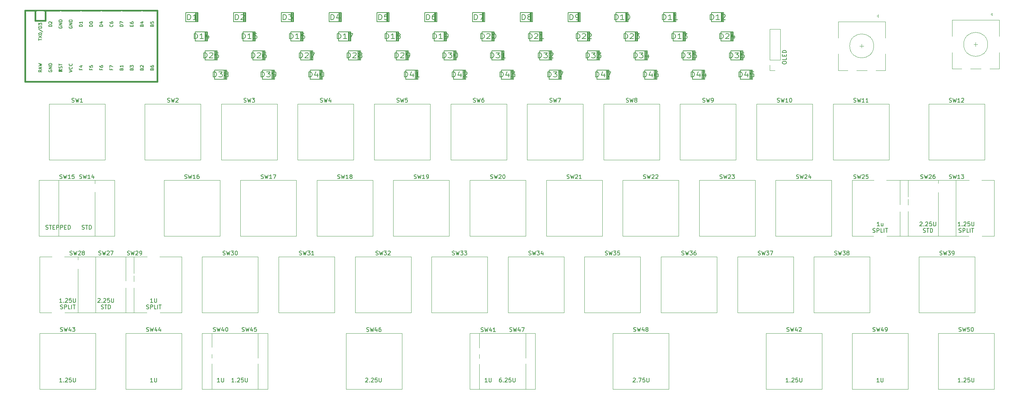
<source format=gto>
%TF.GenerationSoftware,KiCad,Pcbnew,(6.0.0-0)*%
%TF.CreationDate,2022-06-29T18:32:48+02:00*%
%TF.ProjectId,litl,6c69746c-2e6b-4696-9361-645f70636258,rev?*%
%TF.SameCoordinates,Original*%
%TF.FileFunction,Legend,Top*%
%TF.FilePolarity,Positive*%
%FSLAX46Y46*%
G04 Gerber Fmt 4.6, Leading zero omitted, Abs format (unit mm)*
G04 Created by KiCad (PCBNEW (6.0.0-0)) date 2022-06-29 18:32:48*
%MOMM*%
%LPD*%
G01*
G04 APERTURE LIST*
%ADD10C,0.150000*%
%ADD11C,0.203200*%
%ADD12C,0.120000*%
%ADD13C,0.381000*%
%ADD14C,1.651000*%
%ADD15R,1.651000X1.651000*%
%ADD16R,1.752600X1.752600*%
%ADD17C,1.752600*%
%ADD18C,0.300000*%
%ADD19C,2.200000*%
%ADD20C,1.700000*%
%ADD21C,4.000000*%
%ADD22C,3.050000*%
%ADD23R,2.000000X3.200000*%
%ADD24R,2.000000X2.000000*%
%ADD25C,2.000000*%
%ADD26R,1.700000X1.700000*%
%ADD27O,1.700000X1.700000*%
G04 APERTURE END LIST*
D10*
X73774404Y-119827380D02*
X73202976Y-119827380D01*
X73488690Y-119827380D02*
X73488690Y-118827380D01*
X73393452Y-118970238D01*
X73298214Y-119065476D01*
X73202976Y-119113095D01*
X74202976Y-118827380D02*
X74202976Y-119636904D01*
X74250595Y-119732142D01*
X74298214Y-119779761D01*
X74393452Y-119827380D01*
X74583928Y-119827380D01*
X74679166Y-119779761D01*
X74726785Y-119732142D01*
X74774404Y-119636904D01*
X74774404Y-118827380D01*
X177062500Y-118922619D02*
X177110119Y-118875000D01*
X177205357Y-118827380D01*
X177443452Y-118827380D01*
X177538690Y-118875000D01*
X177586309Y-118922619D01*
X177633928Y-119017857D01*
X177633928Y-119113095D01*
X177586309Y-119255952D01*
X177014880Y-119827380D01*
X177633928Y-119827380D01*
X178062500Y-119732142D02*
X178110119Y-119779761D01*
X178062500Y-119827380D01*
X178014880Y-119779761D01*
X178062500Y-119732142D01*
X178062500Y-119827380D01*
X178443452Y-118827380D02*
X179110119Y-118827380D01*
X178681547Y-119827380D01*
X179967261Y-118827380D02*
X179491071Y-118827380D01*
X179443452Y-119303571D01*
X179491071Y-119255952D01*
X179586309Y-119208333D01*
X179824404Y-119208333D01*
X179919642Y-119255952D01*
X179967261Y-119303571D01*
X180014880Y-119398809D01*
X180014880Y-119636904D01*
X179967261Y-119732142D01*
X179919642Y-119779761D01*
X179824404Y-119827380D01*
X179586309Y-119827380D01*
X179491071Y-119779761D01*
X179443452Y-119732142D01*
X180443452Y-118827380D02*
X180443452Y-119636904D01*
X180491071Y-119732142D01*
X180538690Y-119779761D01*
X180633928Y-119827380D01*
X180824404Y-119827380D01*
X180919642Y-119779761D01*
X180967261Y-119732142D01*
X181014880Y-119636904D01*
X181014880Y-118827380D01*
X110212500Y-118922619D02*
X110260119Y-118875000D01*
X110355357Y-118827380D01*
X110593452Y-118827380D01*
X110688690Y-118875000D01*
X110736309Y-118922619D01*
X110783928Y-119017857D01*
X110783928Y-119113095D01*
X110736309Y-119255952D01*
X110164880Y-119827380D01*
X110783928Y-119827380D01*
X111212500Y-119732142D02*
X111260119Y-119779761D01*
X111212500Y-119827380D01*
X111164880Y-119779761D01*
X111212500Y-119732142D01*
X111212500Y-119827380D01*
X111641071Y-118922619D02*
X111688690Y-118875000D01*
X111783928Y-118827380D01*
X112022023Y-118827380D01*
X112117261Y-118875000D01*
X112164880Y-118922619D01*
X112212500Y-119017857D01*
X112212500Y-119113095D01*
X112164880Y-119255952D01*
X111593452Y-119827380D01*
X112212500Y-119827380D01*
X113117261Y-118827380D02*
X112641071Y-118827380D01*
X112593452Y-119303571D01*
X112641071Y-119255952D01*
X112736309Y-119208333D01*
X112974404Y-119208333D01*
X113069642Y-119255952D01*
X113117261Y-119303571D01*
X113164880Y-119398809D01*
X113164880Y-119636904D01*
X113117261Y-119732142D01*
X113069642Y-119779761D01*
X112974404Y-119827380D01*
X112736309Y-119827380D01*
X112641071Y-119779761D01*
X112593452Y-119732142D01*
X113593452Y-118827380D02*
X113593452Y-119636904D01*
X113641071Y-119732142D01*
X113688690Y-119779761D01*
X113783928Y-119827380D01*
X113974404Y-119827380D01*
X114069642Y-119779761D01*
X114117261Y-119732142D01*
X114164880Y-119636904D01*
X114164880Y-118827380D01*
X30353571Y-81579761D02*
X30496428Y-81627380D01*
X30734523Y-81627380D01*
X30829761Y-81579761D01*
X30877380Y-81532142D01*
X30925000Y-81436904D01*
X30925000Y-81341666D01*
X30877380Y-81246428D01*
X30829761Y-81198809D01*
X30734523Y-81151190D01*
X30544047Y-81103571D01*
X30448809Y-81055952D01*
X30401190Y-81008333D01*
X30353571Y-80913095D01*
X30353571Y-80817857D01*
X30401190Y-80722619D01*
X30448809Y-80675000D01*
X30544047Y-80627380D01*
X30782142Y-80627380D01*
X30925000Y-80675000D01*
X31210714Y-80627380D02*
X31782142Y-80627380D01*
X31496428Y-81627380D02*
X31496428Y-80627380D01*
X32115476Y-81103571D02*
X32448809Y-81103571D01*
X32591666Y-81627380D02*
X32115476Y-81627380D01*
X32115476Y-80627380D01*
X32591666Y-80627380D01*
X33020238Y-81627380D02*
X33020238Y-80627380D01*
X33401190Y-80627380D01*
X33496428Y-80675000D01*
X33544047Y-80722619D01*
X33591666Y-80817857D01*
X33591666Y-80960714D01*
X33544047Y-81055952D01*
X33496428Y-81103571D01*
X33401190Y-81151190D01*
X33020238Y-81151190D01*
X34020238Y-81627380D02*
X34020238Y-80627380D01*
X34401190Y-80627380D01*
X34496428Y-80675000D01*
X34544047Y-80722619D01*
X34591666Y-80817857D01*
X34591666Y-80960714D01*
X34544047Y-81055952D01*
X34496428Y-81103571D01*
X34401190Y-81151190D01*
X34020238Y-81151190D01*
X35020238Y-81103571D02*
X35353571Y-81103571D01*
X35496428Y-81627380D02*
X35020238Y-81627380D01*
X35020238Y-80627380D01*
X35496428Y-80627380D01*
X35925000Y-81627380D02*
X35925000Y-80627380D01*
X36163095Y-80627380D01*
X36305952Y-80675000D01*
X36401190Y-80770238D01*
X36448809Y-80865476D01*
X36496428Y-81055952D01*
X36496428Y-81198809D01*
X36448809Y-81389285D01*
X36401190Y-81484523D01*
X36305952Y-81579761D01*
X36163095Y-81627380D01*
X35925000Y-81627380D01*
X258808928Y-80822380D02*
X258237500Y-80822380D01*
X258523214Y-80822380D02*
X258523214Y-79822380D01*
X258427976Y-79965238D01*
X258332738Y-80060476D01*
X258237500Y-80108095D01*
X259237500Y-80727142D02*
X259285119Y-80774761D01*
X259237500Y-80822380D01*
X259189880Y-80774761D01*
X259237500Y-80727142D01*
X259237500Y-80822380D01*
X259666071Y-79917619D02*
X259713690Y-79870000D01*
X259808928Y-79822380D01*
X260047023Y-79822380D01*
X260142261Y-79870000D01*
X260189880Y-79917619D01*
X260237500Y-80012857D01*
X260237500Y-80108095D01*
X260189880Y-80250952D01*
X259618452Y-80822380D01*
X260237500Y-80822380D01*
X261142261Y-79822380D02*
X260666071Y-79822380D01*
X260618452Y-80298571D01*
X260666071Y-80250952D01*
X260761309Y-80203333D01*
X260999404Y-80203333D01*
X261094642Y-80250952D01*
X261142261Y-80298571D01*
X261189880Y-80393809D01*
X261189880Y-80631904D01*
X261142261Y-80727142D01*
X261094642Y-80774761D01*
X260999404Y-80822380D01*
X260761309Y-80822380D01*
X260666071Y-80774761D01*
X260618452Y-80727142D01*
X261618452Y-79822380D02*
X261618452Y-80631904D01*
X261666071Y-80727142D01*
X261713690Y-80774761D01*
X261808928Y-80822380D01*
X261999404Y-80822380D01*
X262094642Y-80774761D01*
X262142261Y-80727142D01*
X262189880Y-80631904D01*
X262189880Y-79822380D01*
X258427976Y-82384761D02*
X258570833Y-82432380D01*
X258808928Y-82432380D01*
X258904166Y-82384761D01*
X258951785Y-82337142D01*
X258999404Y-82241904D01*
X258999404Y-82146666D01*
X258951785Y-82051428D01*
X258904166Y-82003809D01*
X258808928Y-81956190D01*
X258618452Y-81908571D01*
X258523214Y-81860952D01*
X258475595Y-81813333D01*
X258427976Y-81718095D01*
X258427976Y-81622857D01*
X258475595Y-81527619D01*
X258523214Y-81480000D01*
X258618452Y-81432380D01*
X258856547Y-81432380D01*
X258999404Y-81480000D01*
X259427976Y-82432380D02*
X259427976Y-81432380D01*
X259808928Y-81432380D01*
X259904166Y-81480000D01*
X259951785Y-81527619D01*
X259999404Y-81622857D01*
X259999404Y-81765714D01*
X259951785Y-81860952D01*
X259904166Y-81908571D01*
X259808928Y-81956190D01*
X259427976Y-81956190D01*
X260904166Y-82432380D02*
X260427976Y-82432380D01*
X260427976Y-81432380D01*
X261237500Y-82432380D02*
X261237500Y-81432380D01*
X261570833Y-81432380D02*
X262142261Y-81432380D01*
X261856547Y-82432380D02*
X261856547Y-81432380D01*
X215833928Y-119827380D02*
X215262500Y-119827380D01*
X215548214Y-119827380D02*
X215548214Y-118827380D01*
X215452976Y-118970238D01*
X215357738Y-119065476D01*
X215262500Y-119113095D01*
X216262500Y-119732142D02*
X216310119Y-119779761D01*
X216262500Y-119827380D01*
X216214880Y-119779761D01*
X216262500Y-119732142D01*
X216262500Y-119827380D01*
X216691071Y-118922619D02*
X216738690Y-118875000D01*
X216833928Y-118827380D01*
X217072023Y-118827380D01*
X217167261Y-118875000D01*
X217214880Y-118922619D01*
X217262500Y-119017857D01*
X217262500Y-119113095D01*
X217214880Y-119255952D01*
X216643452Y-119827380D01*
X217262500Y-119827380D01*
X218167261Y-118827380D02*
X217691071Y-118827380D01*
X217643452Y-119303571D01*
X217691071Y-119255952D01*
X217786309Y-119208333D01*
X218024404Y-119208333D01*
X218119642Y-119255952D01*
X218167261Y-119303571D01*
X218214880Y-119398809D01*
X218214880Y-119636904D01*
X218167261Y-119732142D01*
X218119642Y-119779761D01*
X218024404Y-119827380D01*
X217786309Y-119827380D01*
X217691071Y-119779761D01*
X217643452Y-119732142D01*
X218643452Y-118827380D02*
X218643452Y-119636904D01*
X218691071Y-119732142D01*
X218738690Y-119779761D01*
X218833928Y-119827380D01*
X219024404Y-119827380D01*
X219119642Y-119779761D01*
X219167261Y-119732142D01*
X219214880Y-119636904D01*
X219214880Y-118827380D01*
X238583333Y-80822380D02*
X238011904Y-80822380D01*
X238297619Y-80822380D02*
X238297619Y-79822380D01*
X238202380Y-79965238D01*
X238107142Y-80060476D01*
X238011904Y-80108095D01*
X239440476Y-80155714D02*
X239440476Y-80822380D01*
X239011904Y-80155714D02*
X239011904Y-80679523D01*
X239059523Y-80774761D01*
X239154761Y-80822380D01*
X239297619Y-80822380D01*
X239392857Y-80774761D01*
X239440476Y-80727142D01*
X236940476Y-82384761D02*
X237083333Y-82432380D01*
X237321428Y-82432380D01*
X237416666Y-82384761D01*
X237464285Y-82337142D01*
X237511904Y-82241904D01*
X237511904Y-82146666D01*
X237464285Y-82051428D01*
X237416666Y-82003809D01*
X237321428Y-81956190D01*
X237130952Y-81908571D01*
X237035714Y-81860952D01*
X236988095Y-81813333D01*
X236940476Y-81718095D01*
X236940476Y-81622857D01*
X236988095Y-81527619D01*
X237035714Y-81480000D01*
X237130952Y-81432380D01*
X237369047Y-81432380D01*
X237511904Y-81480000D01*
X237940476Y-82432380D02*
X237940476Y-81432380D01*
X238321428Y-81432380D01*
X238416666Y-81480000D01*
X238464285Y-81527619D01*
X238511904Y-81622857D01*
X238511904Y-81765714D01*
X238464285Y-81860952D01*
X238416666Y-81908571D01*
X238321428Y-81956190D01*
X237940476Y-81956190D01*
X239416666Y-82432380D02*
X238940476Y-82432380D01*
X238940476Y-81432380D01*
X239750000Y-82432380D02*
X239750000Y-81432380D01*
X240083333Y-81432380D02*
X240654761Y-81432380D01*
X240369047Y-82432380D02*
X240369047Y-81432380D01*
X238511904Y-119827380D02*
X237940476Y-119827380D01*
X238226190Y-119827380D02*
X238226190Y-118827380D01*
X238130952Y-118970238D01*
X238035714Y-119065476D01*
X237940476Y-119113095D01*
X238940476Y-118827380D02*
X238940476Y-119636904D01*
X238988095Y-119732142D01*
X239035714Y-119779761D01*
X239130952Y-119827380D01*
X239321428Y-119827380D01*
X239416666Y-119779761D01*
X239464285Y-119732142D01*
X239511904Y-119636904D01*
X239511904Y-118827380D01*
X34383928Y-99922380D02*
X33812500Y-99922380D01*
X34098214Y-99922380D02*
X34098214Y-98922380D01*
X34002976Y-99065238D01*
X33907738Y-99160476D01*
X33812500Y-99208095D01*
X34812500Y-99827142D02*
X34860119Y-99874761D01*
X34812500Y-99922380D01*
X34764880Y-99874761D01*
X34812500Y-99827142D01*
X34812500Y-99922380D01*
X35241071Y-99017619D02*
X35288690Y-98970000D01*
X35383928Y-98922380D01*
X35622023Y-98922380D01*
X35717261Y-98970000D01*
X35764880Y-99017619D01*
X35812500Y-99112857D01*
X35812500Y-99208095D01*
X35764880Y-99350952D01*
X35193452Y-99922380D01*
X35812500Y-99922380D01*
X36717261Y-98922380D02*
X36241071Y-98922380D01*
X36193452Y-99398571D01*
X36241071Y-99350952D01*
X36336309Y-99303333D01*
X36574404Y-99303333D01*
X36669642Y-99350952D01*
X36717261Y-99398571D01*
X36764880Y-99493809D01*
X36764880Y-99731904D01*
X36717261Y-99827142D01*
X36669642Y-99874761D01*
X36574404Y-99922380D01*
X36336309Y-99922380D01*
X36241071Y-99874761D01*
X36193452Y-99827142D01*
X37193452Y-98922380D02*
X37193452Y-99731904D01*
X37241071Y-99827142D01*
X37288690Y-99874761D01*
X37383928Y-99922380D01*
X37574404Y-99922380D01*
X37669642Y-99874761D01*
X37717261Y-99827142D01*
X37764880Y-99731904D01*
X37764880Y-98922380D01*
X34002976Y-101484761D02*
X34145833Y-101532380D01*
X34383928Y-101532380D01*
X34479166Y-101484761D01*
X34526785Y-101437142D01*
X34574404Y-101341904D01*
X34574404Y-101246666D01*
X34526785Y-101151428D01*
X34479166Y-101103809D01*
X34383928Y-101056190D01*
X34193452Y-101008571D01*
X34098214Y-100960952D01*
X34050595Y-100913333D01*
X34002976Y-100818095D01*
X34002976Y-100722857D01*
X34050595Y-100627619D01*
X34098214Y-100580000D01*
X34193452Y-100532380D01*
X34431547Y-100532380D01*
X34574404Y-100580000D01*
X35002976Y-101532380D02*
X35002976Y-100532380D01*
X35383928Y-100532380D01*
X35479166Y-100580000D01*
X35526785Y-100627619D01*
X35574404Y-100722857D01*
X35574404Y-100865714D01*
X35526785Y-100960952D01*
X35479166Y-101008571D01*
X35383928Y-101056190D01*
X35002976Y-101056190D01*
X36479166Y-101532380D02*
X36002976Y-101532380D01*
X36002976Y-100532380D01*
X36812500Y-101532380D02*
X36812500Y-100532380D01*
X37145833Y-100532380D02*
X37717261Y-100532380D01*
X37431547Y-101532380D02*
X37431547Y-100532380D01*
X43362500Y-99017619D02*
X43410119Y-98970000D01*
X43505357Y-98922380D01*
X43743452Y-98922380D01*
X43838690Y-98970000D01*
X43886309Y-99017619D01*
X43933928Y-99112857D01*
X43933928Y-99208095D01*
X43886309Y-99350952D01*
X43314880Y-99922380D01*
X43933928Y-99922380D01*
X44362500Y-99827142D02*
X44410119Y-99874761D01*
X44362500Y-99922380D01*
X44314880Y-99874761D01*
X44362500Y-99827142D01*
X44362500Y-99922380D01*
X44791071Y-99017619D02*
X44838690Y-98970000D01*
X44933928Y-98922380D01*
X45172023Y-98922380D01*
X45267261Y-98970000D01*
X45314880Y-99017619D01*
X45362500Y-99112857D01*
X45362500Y-99208095D01*
X45314880Y-99350952D01*
X44743452Y-99922380D01*
X45362500Y-99922380D01*
X46267261Y-98922380D02*
X45791071Y-98922380D01*
X45743452Y-99398571D01*
X45791071Y-99350952D01*
X45886309Y-99303333D01*
X46124404Y-99303333D01*
X46219642Y-99350952D01*
X46267261Y-99398571D01*
X46314880Y-99493809D01*
X46314880Y-99731904D01*
X46267261Y-99827142D01*
X46219642Y-99874761D01*
X46124404Y-99922380D01*
X45886309Y-99922380D01*
X45791071Y-99874761D01*
X45743452Y-99827142D01*
X46743452Y-98922380D02*
X46743452Y-99731904D01*
X46791071Y-99827142D01*
X46838690Y-99874761D01*
X46933928Y-99922380D01*
X47124404Y-99922380D01*
X47219642Y-99874761D01*
X47267261Y-99827142D01*
X47314880Y-99731904D01*
X47314880Y-98922380D01*
X44195833Y-101484761D02*
X44338690Y-101532380D01*
X44576785Y-101532380D01*
X44672023Y-101484761D01*
X44719642Y-101437142D01*
X44767261Y-101341904D01*
X44767261Y-101246666D01*
X44719642Y-101151428D01*
X44672023Y-101103809D01*
X44576785Y-101056190D01*
X44386309Y-101008571D01*
X44291071Y-100960952D01*
X44243452Y-100913333D01*
X44195833Y-100818095D01*
X44195833Y-100722857D01*
X44243452Y-100627619D01*
X44291071Y-100580000D01*
X44386309Y-100532380D01*
X44624404Y-100532380D01*
X44767261Y-100580000D01*
X45052976Y-100532380D02*
X45624404Y-100532380D01*
X45338690Y-101532380D02*
X45338690Y-100532380D01*
X45957738Y-101532380D02*
X45957738Y-100532380D01*
X46195833Y-100532380D01*
X46338690Y-100580000D01*
X46433928Y-100675238D01*
X46481547Y-100770476D01*
X46529166Y-100960952D01*
X46529166Y-101103809D01*
X46481547Y-101294285D01*
X46433928Y-101389523D01*
X46338690Y-101484761D01*
X46195833Y-101532380D01*
X45957738Y-101532380D01*
X258808928Y-119827380D02*
X258237500Y-119827380D01*
X258523214Y-119827380D02*
X258523214Y-118827380D01*
X258427976Y-118970238D01*
X258332738Y-119065476D01*
X258237500Y-119113095D01*
X259237500Y-119732142D02*
X259285119Y-119779761D01*
X259237500Y-119827380D01*
X259189880Y-119779761D01*
X259237500Y-119732142D01*
X259237500Y-119827380D01*
X259666071Y-118922619D02*
X259713690Y-118875000D01*
X259808928Y-118827380D01*
X260047023Y-118827380D01*
X260142261Y-118875000D01*
X260189880Y-118922619D01*
X260237500Y-119017857D01*
X260237500Y-119113095D01*
X260189880Y-119255952D01*
X259618452Y-119827380D01*
X260237500Y-119827380D01*
X261142261Y-118827380D02*
X260666071Y-118827380D01*
X260618452Y-119303571D01*
X260666071Y-119255952D01*
X260761309Y-119208333D01*
X260999404Y-119208333D01*
X261094642Y-119255952D01*
X261142261Y-119303571D01*
X261189880Y-119398809D01*
X261189880Y-119636904D01*
X261142261Y-119732142D01*
X261094642Y-119779761D01*
X260999404Y-119827380D01*
X260761309Y-119827380D01*
X260666071Y-119779761D01*
X260618452Y-119732142D01*
X261618452Y-118827380D02*
X261618452Y-119636904D01*
X261666071Y-119732142D01*
X261713690Y-119779761D01*
X261808928Y-119827380D01*
X261999404Y-119827380D01*
X262094642Y-119779761D01*
X262142261Y-119732142D01*
X262189880Y-119636904D01*
X262189880Y-118827380D01*
X57061904Y-119827380D02*
X56490476Y-119827380D01*
X56776190Y-119827380D02*
X56776190Y-118827380D01*
X56680952Y-118970238D01*
X56585714Y-119065476D01*
X56490476Y-119113095D01*
X57490476Y-118827380D02*
X57490476Y-119636904D01*
X57538095Y-119732142D01*
X57585714Y-119779761D01*
X57680952Y-119827380D01*
X57871428Y-119827380D01*
X57966666Y-119779761D01*
X58014285Y-119732142D01*
X58061904Y-119636904D01*
X58061904Y-118827380D01*
X144113690Y-118827380D02*
X143923214Y-118827380D01*
X143827976Y-118875000D01*
X143780357Y-118922619D01*
X143685119Y-119065476D01*
X143637500Y-119255952D01*
X143637500Y-119636904D01*
X143685119Y-119732142D01*
X143732738Y-119779761D01*
X143827976Y-119827380D01*
X144018452Y-119827380D01*
X144113690Y-119779761D01*
X144161309Y-119732142D01*
X144208928Y-119636904D01*
X144208928Y-119398809D01*
X144161309Y-119303571D01*
X144113690Y-119255952D01*
X144018452Y-119208333D01*
X143827976Y-119208333D01*
X143732738Y-119255952D01*
X143685119Y-119303571D01*
X143637500Y-119398809D01*
X144637500Y-119732142D02*
X144685119Y-119779761D01*
X144637500Y-119827380D01*
X144589880Y-119779761D01*
X144637500Y-119732142D01*
X144637500Y-119827380D01*
X145066071Y-118922619D02*
X145113690Y-118875000D01*
X145208928Y-118827380D01*
X145447023Y-118827380D01*
X145542261Y-118875000D01*
X145589880Y-118922619D01*
X145637500Y-119017857D01*
X145637500Y-119113095D01*
X145589880Y-119255952D01*
X145018452Y-119827380D01*
X145637500Y-119827380D01*
X146542261Y-118827380D02*
X146066071Y-118827380D01*
X146018452Y-119303571D01*
X146066071Y-119255952D01*
X146161309Y-119208333D01*
X146399404Y-119208333D01*
X146494642Y-119255952D01*
X146542261Y-119303571D01*
X146589880Y-119398809D01*
X146589880Y-119636904D01*
X146542261Y-119732142D01*
X146494642Y-119779761D01*
X146399404Y-119827380D01*
X146161309Y-119827380D01*
X146066071Y-119779761D01*
X146018452Y-119732142D01*
X147018452Y-118827380D02*
X147018452Y-119636904D01*
X147066071Y-119732142D01*
X147113690Y-119779761D01*
X147208928Y-119827380D01*
X147399404Y-119827380D01*
X147494642Y-119779761D01*
X147542261Y-119732142D01*
X147589880Y-119636904D01*
X147589880Y-118827380D01*
X57061904Y-99922380D02*
X56490476Y-99922380D01*
X56776190Y-99922380D02*
X56776190Y-98922380D01*
X56680952Y-99065238D01*
X56585714Y-99160476D01*
X56490476Y-99208095D01*
X57490476Y-98922380D02*
X57490476Y-99731904D01*
X57538095Y-99827142D01*
X57585714Y-99874761D01*
X57680952Y-99922380D01*
X57871428Y-99922380D01*
X57966666Y-99874761D01*
X58014285Y-99827142D01*
X58061904Y-99731904D01*
X58061904Y-98922380D01*
X55490476Y-101484761D02*
X55633333Y-101532380D01*
X55871428Y-101532380D01*
X55966666Y-101484761D01*
X56014285Y-101437142D01*
X56061904Y-101341904D01*
X56061904Y-101246666D01*
X56014285Y-101151428D01*
X55966666Y-101103809D01*
X55871428Y-101056190D01*
X55680952Y-101008571D01*
X55585714Y-100960952D01*
X55538095Y-100913333D01*
X55490476Y-100818095D01*
X55490476Y-100722857D01*
X55538095Y-100627619D01*
X55585714Y-100580000D01*
X55680952Y-100532380D01*
X55919047Y-100532380D01*
X56061904Y-100580000D01*
X56490476Y-101532380D02*
X56490476Y-100532380D01*
X56871428Y-100532380D01*
X56966666Y-100580000D01*
X57014285Y-100627619D01*
X57061904Y-100722857D01*
X57061904Y-100865714D01*
X57014285Y-100960952D01*
X56966666Y-101008571D01*
X56871428Y-101056190D01*
X56490476Y-101056190D01*
X57966666Y-101532380D02*
X57490476Y-101532380D01*
X57490476Y-100532380D01*
X58300000Y-101532380D02*
X58300000Y-100532380D01*
X58633333Y-100532380D02*
X59204761Y-100532380D01*
X58919047Y-101532380D02*
X58919047Y-100532380D01*
X39420833Y-81579761D02*
X39563690Y-81627380D01*
X39801785Y-81627380D01*
X39897023Y-81579761D01*
X39944642Y-81532142D01*
X39992261Y-81436904D01*
X39992261Y-81341666D01*
X39944642Y-81246428D01*
X39897023Y-81198809D01*
X39801785Y-81151190D01*
X39611309Y-81103571D01*
X39516071Y-81055952D01*
X39468452Y-81008333D01*
X39420833Y-80913095D01*
X39420833Y-80817857D01*
X39468452Y-80722619D01*
X39516071Y-80675000D01*
X39611309Y-80627380D01*
X39849404Y-80627380D01*
X39992261Y-80675000D01*
X40277976Y-80627380D02*
X40849404Y-80627380D01*
X40563690Y-81627380D02*
X40563690Y-80627380D01*
X41182738Y-81627380D02*
X41182738Y-80627380D01*
X41420833Y-80627380D01*
X41563690Y-80675000D01*
X41658928Y-80770238D01*
X41706547Y-80865476D01*
X41754166Y-81055952D01*
X41754166Y-81198809D01*
X41706547Y-81389285D01*
X41658928Y-81484523D01*
X41563690Y-81579761D01*
X41420833Y-81627380D01*
X41182738Y-81627380D01*
X77358928Y-119827380D02*
X76787500Y-119827380D01*
X77073214Y-119827380D02*
X77073214Y-118827380D01*
X76977976Y-118970238D01*
X76882738Y-119065476D01*
X76787500Y-119113095D01*
X77787500Y-119732142D02*
X77835119Y-119779761D01*
X77787500Y-119827380D01*
X77739880Y-119779761D01*
X77787500Y-119732142D01*
X77787500Y-119827380D01*
X78216071Y-118922619D02*
X78263690Y-118875000D01*
X78358928Y-118827380D01*
X78597023Y-118827380D01*
X78692261Y-118875000D01*
X78739880Y-118922619D01*
X78787500Y-119017857D01*
X78787500Y-119113095D01*
X78739880Y-119255952D01*
X78168452Y-119827380D01*
X78787500Y-119827380D01*
X79692261Y-118827380D02*
X79216071Y-118827380D01*
X79168452Y-119303571D01*
X79216071Y-119255952D01*
X79311309Y-119208333D01*
X79549404Y-119208333D01*
X79644642Y-119255952D01*
X79692261Y-119303571D01*
X79739880Y-119398809D01*
X79739880Y-119636904D01*
X79692261Y-119732142D01*
X79644642Y-119779761D01*
X79549404Y-119827380D01*
X79311309Y-119827380D01*
X79216071Y-119779761D01*
X79168452Y-119732142D01*
X80168452Y-118827380D02*
X80168452Y-119636904D01*
X80216071Y-119732142D01*
X80263690Y-119779761D01*
X80358928Y-119827380D01*
X80549404Y-119827380D01*
X80644642Y-119779761D01*
X80692261Y-119732142D01*
X80739880Y-119636904D01*
X80739880Y-118827380D01*
X214327380Y-40061428D02*
X214327380Y-39870952D01*
X214375000Y-39775714D01*
X214470238Y-39680476D01*
X214660714Y-39632857D01*
X214994047Y-39632857D01*
X215184523Y-39680476D01*
X215279761Y-39775714D01*
X215327380Y-39870952D01*
X215327380Y-40061428D01*
X215279761Y-40156666D01*
X215184523Y-40251904D01*
X214994047Y-40299523D01*
X214660714Y-40299523D01*
X214470238Y-40251904D01*
X214375000Y-40156666D01*
X214327380Y-40061428D01*
X215327380Y-38728095D02*
X215327380Y-39204285D01*
X214327380Y-39204285D01*
X214803571Y-38394761D02*
X214803571Y-38061428D01*
X215327380Y-37918571D02*
X215327380Y-38394761D01*
X214327380Y-38394761D01*
X214327380Y-37918571D01*
X215327380Y-37490000D02*
X214327380Y-37490000D01*
X214327380Y-37251904D01*
X214375000Y-37109047D01*
X214470238Y-37013809D01*
X214565476Y-36966190D01*
X214755952Y-36918571D01*
X214898809Y-36918571D01*
X215089285Y-36966190D01*
X215184523Y-37013809D01*
X215279761Y-37109047D01*
X215327380Y-37251904D01*
X215327380Y-37490000D01*
X34383928Y-119827380D02*
X33812500Y-119827380D01*
X34098214Y-119827380D02*
X34098214Y-118827380D01*
X34002976Y-118970238D01*
X33907738Y-119065476D01*
X33812500Y-119113095D01*
X34812500Y-119732142D02*
X34860119Y-119779761D01*
X34812500Y-119827380D01*
X34764880Y-119779761D01*
X34812500Y-119732142D01*
X34812500Y-119827380D01*
X35241071Y-118922619D02*
X35288690Y-118875000D01*
X35383928Y-118827380D01*
X35622023Y-118827380D01*
X35717261Y-118875000D01*
X35764880Y-118922619D01*
X35812500Y-119017857D01*
X35812500Y-119113095D01*
X35764880Y-119255952D01*
X35193452Y-119827380D01*
X35812500Y-119827380D01*
X36717261Y-118827380D02*
X36241071Y-118827380D01*
X36193452Y-119303571D01*
X36241071Y-119255952D01*
X36336309Y-119208333D01*
X36574404Y-119208333D01*
X36669642Y-119255952D01*
X36717261Y-119303571D01*
X36764880Y-119398809D01*
X36764880Y-119636904D01*
X36717261Y-119732142D01*
X36669642Y-119779761D01*
X36574404Y-119827380D01*
X36336309Y-119827380D01*
X36241071Y-119779761D01*
X36193452Y-119732142D01*
X37193452Y-118827380D02*
X37193452Y-119636904D01*
X37241071Y-119732142D01*
X37288690Y-119779761D01*
X37383928Y-119827380D01*
X37574404Y-119827380D01*
X37669642Y-119779761D01*
X37717261Y-119732142D01*
X37764880Y-119636904D01*
X37764880Y-118827380D01*
X140624404Y-119827380D02*
X140052976Y-119827380D01*
X140338690Y-119827380D02*
X140338690Y-118827380D01*
X140243452Y-118970238D01*
X140148214Y-119065476D01*
X140052976Y-119113095D01*
X141052976Y-118827380D02*
X141052976Y-119636904D01*
X141100595Y-119732142D01*
X141148214Y-119779761D01*
X141243452Y-119827380D01*
X141433928Y-119827380D01*
X141529166Y-119779761D01*
X141576785Y-119732142D01*
X141624404Y-119636904D01*
X141624404Y-118827380D01*
X248687500Y-79917619D02*
X248735119Y-79870000D01*
X248830357Y-79822380D01*
X249068452Y-79822380D01*
X249163690Y-79870000D01*
X249211309Y-79917619D01*
X249258928Y-80012857D01*
X249258928Y-80108095D01*
X249211309Y-80250952D01*
X248639880Y-80822380D01*
X249258928Y-80822380D01*
X249687500Y-80727142D02*
X249735119Y-80774761D01*
X249687500Y-80822380D01*
X249639880Y-80774761D01*
X249687500Y-80727142D01*
X249687500Y-80822380D01*
X250116071Y-79917619D02*
X250163690Y-79870000D01*
X250258928Y-79822380D01*
X250497023Y-79822380D01*
X250592261Y-79870000D01*
X250639880Y-79917619D01*
X250687500Y-80012857D01*
X250687500Y-80108095D01*
X250639880Y-80250952D01*
X250068452Y-80822380D01*
X250687500Y-80822380D01*
X251592261Y-79822380D02*
X251116071Y-79822380D01*
X251068452Y-80298571D01*
X251116071Y-80250952D01*
X251211309Y-80203333D01*
X251449404Y-80203333D01*
X251544642Y-80250952D01*
X251592261Y-80298571D01*
X251639880Y-80393809D01*
X251639880Y-80631904D01*
X251592261Y-80727142D01*
X251544642Y-80774761D01*
X251449404Y-80822380D01*
X251211309Y-80822380D01*
X251116071Y-80774761D01*
X251068452Y-80727142D01*
X252068452Y-79822380D02*
X252068452Y-80631904D01*
X252116071Y-80727142D01*
X252163690Y-80774761D01*
X252258928Y-80822380D01*
X252449404Y-80822380D01*
X252544642Y-80774761D01*
X252592261Y-80727142D01*
X252639880Y-80631904D01*
X252639880Y-79822380D01*
X249520833Y-82384761D02*
X249663690Y-82432380D01*
X249901785Y-82432380D01*
X249997023Y-82384761D01*
X250044642Y-82337142D01*
X250092261Y-82241904D01*
X250092261Y-82146666D01*
X250044642Y-82051428D01*
X249997023Y-82003809D01*
X249901785Y-81956190D01*
X249711309Y-81908571D01*
X249616071Y-81860952D01*
X249568452Y-81813333D01*
X249520833Y-81718095D01*
X249520833Y-81622857D01*
X249568452Y-81527619D01*
X249616071Y-81480000D01*
X249711309Y-81432380D01*
X249949404Y-81432380D01*
X250092261Y-81480000D01*
X250377976Y-81432380D02*
X250949404Y-81432380D01*
X250663690Y-82432380D02*
X250663690Y-81432380D01*
X251282738Y-82432380D02*
X251282738Y-81432380D01*
X251520833Y-81432380D01*
X251663690Y-81480000D01*
X251758928Y-81575238D01*
X251806547Y-81670476D01*
X251854166Y-81860952D01*
X251854166Y-82003809D01*
X251806547Y-82194285D01*
X251758928Y-82289523D01*
X251663690Y-82384761D01*
X251520833Y-82432380D01*
X251282738Y-82432380D01*
X103240476Y-68930761D02*
X103383333Y-68978380D01*
X103621428Y-68978380D01*
X103716666Y-68930761D01*
X103764285Y-68883142D01*
X103811904Y-68787904D01*
X103811904Y-68692666D01*
X103764285Y-68597428D01*
X103716666Y-68549809D01*
X103621428Y-68502190D01*
X103430952Y-68454571D01*
X103335714Y-68406952D01*
X103288095Y-68359333D01*
X103240476Y-68264095D01*
X103240476Y-68168857D01*
X103288095Y-68073619D01*
X103335714Y-68026000D01*
X103430952Y-67978380D01*
X103669047Y-67978380D01*
X103811904Y-68026000D01*
X104145238Y-67978380D02*
X104383333Y-68978380D01*
X104573809Y-68264095D01*
X104764285Y-68978380D01*
X105002380Y-67978380D01*
X105907142Y-68978380D02*
X105335714Y-68978380D01*
X105621428Y-68978380D02*
X105621428Y-67978380D01*
X105526190Y-68121238D01*
X105430952Y-68216476D01*
X105335714Y-68264095D01*
X106478571Y-68406952D02*
X106383333Y-68359333D01*
X106335714Y-68311714D01*
X106288095Y-68216476D01*
X106288095Y-68168857D01*
X106335714Y-68073619D01*
X106383333Y-68026000D01*
X106478571Y-67978380D01*
X106669047Y-67978380D01*
X106764285Y-68026000D01*
X106811904Y-68073619D01*
X106859523Y-68168857D01*
X106859523Y-68216476D01*
X106811904Y-68311714D01*
X106764285Y-68359333D01*
X106669047Y-68406952D01*
X106478571Y-68406952D01*
X106383333Y-68454571D01*
X106335714Y-68502190D01*
X106288095Y-68597428D01*
X106288095Y-68787904D01*
X106335714Y-68883142D01*
X106383333Y-68930761D01*
X106478571Y-68978380D01*
X106669047Y-68978380D01*
X106764285Y-68930761D01*
X106811904Y-68883142D01*
X106859523Y-68787904D01*
X106859523Y-68597428D01*
X106811904Y-68502190D01*
X106764285Y-68454571D01*
X106669047Y-68406952D01*
X93690476Y-88030761D02*
X93833333Y-88078380D01*
X94071428Y-88078380D01*
X94166666Y-88030761D01*
X94214285Y-87983142D01*
X94261904Y-87887904D01*
X94261904Y-87792666D01*
X94214285Y-87697428D01*
X94166666Y-87649809D01*
X94071428Y-87602190D01*
X93880952Y-87554571D01*
X93785714Y-87506952D01*
X93738095Y-87459333D01*
X93690476Y-87364095D01*
X93690476Y-87268857D01*
X93738095Y-87173619D01*
X93785714Y-87126000D01*
X93880952Y-87078380D01*
X94119047Y-87078380D01*
X94261904Y-87126000D01*
X94595238Y-87078380D02*
X94833333Y-88078380D01*
X95023809Y-87364095D01*
X95214285Y-88078380D01*
X95452380Y-87078380D01*
X95738095Y-87078380D02*
X96357142Y-87078380D01*
X96023809Y-87459333D01*
X96166666Y-87459333D01*
X96261904Y-87506952D01*
X96309523Y-87554571D01*
X96357142Y-87649809D01*
X96357142Y-87887904D01*
X96309523Y-87983142D01*
X96261904Y-88030761D01*
X96166666Y-88078380D01*
X95880952Y-88078380D01*
X95785714Y-88030761D01*
X95738095Y-87983142D01*
X97309523Y-88078380D02*
X96738095Y-88078380D01*
X97023809Y-88078380D02*
X97023809Y-87078380D01*
X96928571Y-87221238D01*
X96833333Y-87316476D01*
X96738095Y-87364095D01*
D11*
X105586928Y-38774523D02*
X105586928Y-37504523D01*
X105949785Y-37504523D01*
X106167500Y-37565000D01*
X106312642Y-37685952D01*
X106385214Y-37806904D01*
X106457785Y-38048809D01*
X106457785Y-38230238D01*
X106385214Y-38472142D01*
X106312642Y-38593095D01*
X106167500Y-38714047D01*
X105949785Y-38774523D01*
X105586928Y-38774523D01*
X107038357Y-37625476D02*
X107110928Y-37565000D01*
X107256071Y-37504523D01*
X107618928Y-37504523D01*
X107764071Y-37565000D01*
X107836642Y-37625476D01*
X107909214Y-37746428D01*
X107909214Y-37867380D01*
X107836642Y-38048809D01*
X106965785Y-38774523D01*
X107909214Y-38774523D01*
X108780071Y-38048809D02*
X108634928Y-37988333D01*
X108562357Y-37927857D01*
X108489785Y-37806904D01*
X108489785Y-37746428D01*
X108562357Y-37625476D01*
X108634928Y-37565000D01*
X108780071Y-37504523D01*
X109070357Y-37504523D01*
X109215500Y-37565000D01*
X109288071Y-37625476D01*
X109360642Y-37746428D01*
X109360642Y-37806904D01*
X109288071Y-37927857D01*
X109215500Y-37988333D01*
X109070357Y-38048809D01*
X108780071Y-38048809D01*
X108634928Y-38109285D01*
X108562357Y-38169761D01*
X108489785Y-38290714D01*
X108489785Y-38532619D01*
X108562357Y-38653571D01*
X108634928Y-38714047D01*
X108780071Y-38774523D01*
X109070357Y-38774523D01*
X109215500Y-38714047D01*
X109288071Y-38653571D01*
X109360642Y-38532619D01*
X109360642Y-38290714D01*
X109288071Y-38169761D01*
X109215500Y-38109285D01*
X109070357Y-38048809D01*
D10*
X50715476Y-88030761D02*
X50858333Y-88078380D01*
X51096428Y-88078380D01*
X51191666Y-88030761D01*
X51239285Y-87983142D01*
X51286904Y-87887904D01*
X51286904Y-87792666D01*
X51239285Y-87697428D01*
X51191666Y-87649809D01*
X51096428Y-87602190D01*
X50905952Y-87554571D01*
X50810714Y-87506952D01*
X50763095Y-87459333D01*
X50715476Y-87364095D01*
X50715476Y-87268857D01*
X50763095Y-87173619D01*
X50810714Y-87126000D01*
X50905952Y-87078380D01*
X51144047Y-87078380D01*
X51286904Y-87126000D01*
X51620238Y-87078380D02*
X51858333Y-88078380D01*
X52048809Y-87364095D01*
X52239285Y-88078380D01*
X52477380Y-87078380D01*
X52810714Y-87173619D02*
X52858333Y-87126000D01*
X52953571Y-87078380D01*
X53191666Y-87078380D01*
X53286904Y-87126000D01*
X53334523Y-87173619D01*
X53382142Y-87268857D01*
X53382142Y-87364095D01*
X53334523Y-87506952D01*
X52763095Y-88078380D01*
X53382142Y-88078380D01*
X53858333Y-88078380D02*
X54048809Y-88078380D01*
X54144047Y-88030761D01*
X54191666Y-87983142D01*
X54286904Y-87840285D01*
X54334523Y-87649809D01*
X54334523Y-87268857D01*
X54286904Y-87173619D01*
X54239285Y-87126000D01*
X54144047Y-87078380D01*
X53953571Y-87078380D01*
X53858333Y-87126000D01*
X53810714Y-87173619D01*
X53763095Y-87268857D01*
X53763095Y-87506952D01*
X53810714Y-87602190D01*
X53858333Y-87649809D01*
X53953571Y-87697428D01*
X54144047Y-87697428D01*
X54239285Y-87649809D01*
X54286904Y-87602190D01*
X54334523Y-87506952D01*
X43552976Y-88010761D02*
X43695833Y-88058380D01*
X43933928Y-88058380D01*
X44029166Y-88010761D01*
X44076785Y-87963142D01*
X44124404Y-87867904D01*
X44124404Y-87772666D01*
X44076785Y-87677428D01*
X44029166Y-87629809D01*
X43933928Y-87582190D01*
X43743452Y-87534571D01*
X43648214Y-87486952D01*
X43600595Y-87439333D01*
X43552976Y-87344095D01*
X43552976Y-87248857D01*
X43600595Y-87153619D01*
X43648214Y-87106000D01*
X43743452Y-87058380D01*
X43981547Y-87058380D01*
X44124404Y-87106000D01*
X44457738Y-87058380D02*
X44695833Y-88058380D01*
X44886309Y-87344095D01*
X45076785Y-88058380D01*
X45314880Y-87058380D01*
X45648214Y-87153619D02*
X45695833Y-87106000D01*
X45791071Y-87058380D01*
X46029166Y-87058380D01*
X46124404Y-87106000D01*
X46172023Y-87153619D01*
X46219642Y-87248857D01*
X46219642Y-87344095D01*
X46172023Y-87486952D01*
X45600595Y-88058380D01*
X46219642Y-88058380D01*
X46552976Y-87058380D02*
X47219642Y-87058380D01*
X46791071Y-88058380D01*
D11*
X127074428Y-33999523D02*
X127074428Y-32729523D01*
X127437285Y-32729523D01*
X127655000Y-32790000D01*
X127800142Y-32910952D01*
X127872714Y-33031904D01*
X127945285Y-33273809D01*
X127945285Y-33455238D01*
X127872714Y-33697142D01*
X127800142Y-33818095D01*
X127655000Y-33939047D01*
X127437285Y-33999523D01*
X127074428Y-33999523D01*
X129396714Y-33999523D02*
X128525857Y-33999523D01*
X128961285Y-33999523D02*
X128961285Y-32729523D01*
X128816142Y-32910952D01*
X128671000Y-33031904D01*
X128525857Y-33092380D01*
X130122428Y-33999523D02*
X130412714Y-33999523D01*
X130557857Y-33939047D01*
X130630428Y-33878571D01*
X130775571Y-33697142D01*
X130848142Y-33455238D01*
X130848142Y-32971428D01*
X130775571Y-32850476D01*
X130703000Y-32790000D01*
X130557857Y-32729523D01*
X130267571Y-32729523D01*
X130122428Y-32790000D01*
X130049857Y-32850476D01*
X129977285Y-32971428D01*
X129977285Y-33273809D01*
X130049857Y-33394761D01*
X130122428Y-33455238D01*
X130267571Y-33515714D01*
X130557857Y-33515714D01*
X130703000Y-33455238D01*
X130775571Y-33394761D01*
X130848142Y-33273809D01*
X137350142Y-29224523D02*
X137350142Y-27954523D01*
X137713000Y-27954523D01*
X137930714Y-28015000D01*
X138075857Y-28135952D01*
X138148428Y-28256904D01*
X138221000Y-28498809D01*
X138221000Y-28680238D01*
X138148428Y-28922142D01*
X138075857Y-29043095D01*
X137930714Y-29164047D01*
X137713000Y-29224523D01*
X137350142Y-29224523D01*
X138729000Y-27954523D02*
X139745000Y-27954523D01*
X139091857Y-29224523D01*
D10*
X256040476Y-68930761D02*
X256183333Y-68978380D01*
X256421428Y-68978380D01*
X256516666Y-68930761D01*
X256564285Y-68883142D01*
X256611904Y-68787904D01*
X256611904Y-68692666D01*
X256564285Y-68597428D01*
X256516666Y-68549809D01*
X256421428Y-68502190D01*
X256230952Y-68454571D01*
X256135714Y-68406952D01*
X256088095Y-68359333D01*
X256040476Y-68264095D01*
X256040476Y-68168857D01*
X256088095Y-68073619D01*
X256135714Y-68026000D01*
X256230952Y-67978380D01*
X256469047Y-67978380D01*
X256611904Y-68026000D01*
X256945238Y-67978380D02*
X257183333Y-68978380D01*
X257373809Y-68264095D01*
X257564285Y-68978380D01*
X257802380Y-67978380D01*
X258707142Y-68978380D02*
X258135714Y-68978380D01*
X258421428Y-68978380D02*
X258421428Y-67978380D01*
X258326190Y-68121238D01*
X258230952Y-68216476D01*
X258135714Y-68264095D01*
X259040476Y-67978380D02*
X259659523Y-67978380D01*
X259326190Y-68359333D01*
X259469047Y-68359333D01*
X259564285Y-68406952D01*
X259611904Y-68454571D01*
X259659523Y-68549809D01*
X259659523Y-68787904D01*
X259611904Y-68883142D01*
X259564285Y-68930761D01*
X259469047Y-68978380D01*
X259183333Y-68978380D01*
X259088095Y-68930761D01*
X259040476Y-68883142D01*
D11*
X69774428Y-38774523D02*
X69774428Y-37504523D01*
X70137285Y-37504523D01*
X70355000Y-37565000D01*
X70500142Y-37685952D01*
X70572714Y-37806904D01*
X70645285Y-38048809D01*
X70645285Y-38230238D01*
X70572714Y-38472142D01*
X70500142Y-38593095D01*
X70355000Y-38714047D01*
X70137285Y-38774523D01*
X69774428Y-38774523D01*
X71225857Y-37625476D02*
X71298428Y-37565000D01*
X71443571Y-37504523D01*
X71806428Y-37504523D01*
X71951571Y-37565000D01*
X72024142Y-37625476D01*
X72096714Y-37746428D01*
X72096714Y-37867380D01*
X72024142Y-38048809D01*
X71153285Y-38774523D01*
X72096714Y-38774523D01*
X73475571Y-37504523D02*
X72749857Y-37504523D01*
X72677285Y-38109285D01*
X72749857Y-38048809D01*
X72895000Y-37988333D01*
X73257857Y-37988333D01*
X73403000Y-38048809D01*
X73475571Y-38109285D01*
X73548142Y-38230238D01*
X73548142Y-38532619D01*
X73475571Y-38653571D01*
X73403000Y-38714047D01*
X73257857Y-38774523D01*
X72895000Y-38774523D01*
X72749857Y-38714047D01*
X72677285Y-38653571D01*
D10*
X189190476Y-88030761D02*
X189333333Y-88078380D01*
X189571428Y-88078380D01*
X189666666Y-88030761D01*
X189714285Y-87983142D01*
X189761904Y-87887904D01*
X189761904Y-87792666D01*
X189714285Y-87697428D01*
X189666666Y-87649809D01*
X189571428Y-87602190D01*
X189380952Y-87554571D01*
X189285714Y-87506952D01*
X189238095Y-87459333D01*
X189190476Y-87364095D01*
X189190476Y-87268857D01*
X189238095Y-87173619D01*
X189285714Y-87126000D01*
X189380952Y-87078380D01*
X189619047Y-87078380D01*
X189761904Y-87126000D01*
X190095238Y-87078380D02*
X190333333Y-88078380D01*
X190523809Y-87364095D01*
X190714285Y-88078380D01*
X190952380Y-87078380D01*
X191238095Y-87078380D02*
X191857142Y-87078380D01*
X191523809Y-87459333D01*
X191666666Y-87459333D01*
X191761904Y-87506952D01*
X191809523Y-87554571D01*
X191857142Y-87649809D01*
X191857142Y-87887904D01*
X191809523Y-87983142D01*
X191761904Y-88030761D01*
X191666666Y-88078380D01*
X191380952Y-88078380D01*
X191285714Y-88030761D01*
X191238095Y-87983142D01*
X192714285Y-87078380D02*
X192523809Y-87078380D01*
X192428571Y-87126000D01*
X192380952Y-87173619D01*
X192285714Y-87316476D01*
X192238095Y-87506952D01*
X192238095Y-87887904D01*
X192285714Y-87983142D01*
X192333333Y-88030761D01*
X192428571Y-88078380D01*
X192619047Y-88078380D01*
X192714285Y-88030761D01*
X192761904Y-87983142D01*
X192809523Y-87887904D01*
X192809523Y-87649809D01*
X192761904Y-87554571D01*
X192714285Y-87506952D01*
X192619047Y-87459333D01*
X192428571Y-87459333D01*
X192333333Y-87506952D01*
X192285714Y-87554571D01*
X192238095Y-87649809D01*
X137141666Y-49830761D02*
X137284523Y-49878380D01*
X137522619Y-49878380D01*
X137617857Y-49830761D01*
X137665476Y-49783142D01*
X137713095Y-49687904D01*
X137713095Y-49592666D01*
X137665476Y-49497428D01*
X137617857Y-49449809D01*
X137522619Y-49402190D01*
X137332142Y-49354571D01*
X137236904Y-49306952D01*
X137189285Y-49259333D01*
X137141666Y-49164095D01*
X137141666Y-49068857D01*
X137189285Y-48973619D01*
X137236904Y-48926000D01*
X137332142Y-48878380D01*
X137570238Y-48878380D01*
X137713095Y-48926000D01*
X138046428Y-48878380D02*
X138284523Y-49878380D01*
X138475000Y-49164095D01*
X138665476Y-49878380D01*
X138903571Y-48878380D01*
X139713095Y-48878380D02*
X139522619Y-48878380D01*
X139427380Y-48926000D01*
X139379761Y-48973619D01*
X139284523Y-49116476D01*
X139236904Y-49306952D01*
X139236904Y-49687904D01*
X139284523Y-49783142D01*
X139332142Y-49830761D01*
X139427380Y-49878380D01*
X139617857Y-49878380D01*
X139713095Y-49830761D01*
X139760714Y-49783142D01*
X139808333Y-49687904D01*
X139808333Y-49449809D01*
X139760714Y-49354571D01*
X139713095Y-49306952D01*
X139617857Y-49259333D01*
X139427380Y-49259333D01*
X139332142Y-49306952D01*
X139284523Y-49354571D01*
X139236904Y-49449809D01*
X215452976Y-107130761D02*
X215595833Y-107178380D01*
X215833928Y-107178380D01*
X215929166Y-107130761D01*
X215976785Y-107083142D01*
X216024404Y-106987904D01*
X216024404Y-106892666D01*
X215976785Y-106797428D01*
X215929166Y-106749809D01*
X215833928Y-106702190D01*
X215643452Y-106654571D01*
X215548214Y-106606952D01*
X215500595Y-106559333D01*
X215452976Y-106464095D01*
X215452976Y-106368857D01*
X215500595Y-106273619D01*
X215548214Y-106226000D01*
X215643452Y-106178380D01*
X215881547Y-106178380D01*
X216024404Y-106226000D01*
X216357738Y-106178380D02*
X216595833Y-107178380D01*
X216786309Y-106464095D01*
X216976785Y-107178380D01*
X217214880Y-106178380D01*
X218024404Y-106511714D02*
X218024404Y-107178380D01*
X217786309Y-106130761D02*
X217548214Y-106845047D01*
X218167261Y-106845047D01*
X218500595Y-106273619D02*
X218548214Y-106226000D01*
X218643452Y-106178380D01*
X218881547Y-106178380D01*
X218976785Y-106226000D01*
X219024404Y-106273619D01*
X219072023Y-106368857D01*
X219072023Y-106464095D01*
X219024404Y-106606952D01*
X218452976Y-107178380D01*
X219072023Y-107178380D01*
D11*
X103199428Y-33999523D02*
X103199428Y-32729523D01*
X103562285Y-32729523D01*
X103780000Y-32790000D01*
X103925142Y-32910952D01*
X103997714Y-33031904D01*
X104070285Y-33273809D01*
X104070285Y-33455238D01*
X103997714Y-33697142D01*
X103925142Y-33818095D01*
X103780000Y-33939047D01*
X103562285Y-33999523D01*
X103199428Y-33999523D01*
X105521714Y-33999523D02*
X104650857Y-33999523D01*
X105086285Y-33999523D02*
X105086285Y-32729523D01*
X104941142Y-32910952D01*
X104796000Y-33031904D01*
X104650857Y-33092380D01*
X106029714Y-32729523D02*
X107045714Y-32729523D01*
X106392571Y-33999523D01*
X65725142Y-29224523D02*
X65725142Y-27954523D01*
X66088000Y-27954523D01*
X66305714Y-28015000D01*
X66450857Y-28135952D01*
X66523428Y-28256904D01*
X66596000Y-28498809D01*
X66596000Y-28680238D01*
X66523428Y-28922142D01*
X66450857Y-29043095D01*
X66305714Y-29164047D01*
X66088000Y-29224523D01*
X65725142Y-29224523D01*
X68047428Y-29224523D02*
X67176571Y-29224523D01*
X67612000Y-29224523D02*
X67612000Y-27954523D01*
X67466857Y-28135952D01*
X67321714Y-28256904D01*
X67176571Y-28317380D01*
D10*
X118041666Y-49830761D02*
X118184523Y-49878380D01*
X118422619Y-49878380D01*
X118517857Y-49830761D01*
X118565476Y-49783142D01*
X118613095Y-49687904D01*
X118613095Y-49592666D01*
X118565476Y-49497428D01*
X118517857Y-49449809D01*
X118422619Y-49402190D01*
X118232142Y-49354571D01*
X118136904Y-49306952D01*
X118089285Y-49259333D01*
X118041666Y-49164095D01*
X118041666Y-49068857D01*
X118089285Y-48973619D01*
X118136904Y-48926000D01*
X118232142Y-48878380D01*
X118470238Y-48878380D01*
X118613095Y-48926000D01*
X118946428Y-48878380D02*
X119184523Y-49878380D01*
X119375000Y-49164095D01*
X119565476Y-49878380D01*
X119803571Y-48878380D01*
X120660714Y-48878380D02*
X120184523Y-48878380D01*
X120136904Y-49354571D01*
X120184523Y-49306952D01*
X120279761Y-49259333D01*
X120517857Y-49259333D01*
X120613095Y-49306952D01*
X120660714Y-49354571D01*
X120708333Y-49449809D01*
X120708333Y-49687904D01*
X120660714Y-49783142D01*
X120613095Y-49830761D01*
X120517857Y-49878380D01*
X120279761Y-49878380D01*
X120184523Y-49830761D01*
X120136904Y-49783142D01*
D11*
X174824428Y-33999523D02*
X174824428Y-32729523D01*
X175187285Y-32729523D01*
X175405000Y-32790000D01*
X175550142Y-32910952D01*
X175622714Y-33031904D01*
X175695285Y-33273809D01*
X175695285Y-33455238D01*
X175622714Y-33697142D01*
X175550142Y-33818095D01*
X175405000Y-33939047D01*
X175187285Y-33999523D01*
X174824428Y-33999523D01*
X176275857Y-32850476D02*
X176348428Y-32790000D01*
X176493571Y-32729523D01*
X176856428Y-32729523D01*
X177001571Y-32790000D01*
X177074142Y-32850476D01*
X177146714Y-32971428D01*
X177146714Y-33092380D01*
X177074142Y-33273809D01*
X176203285Y-33999523D01*
X177146714Y-33999523D01*
X177654714Y-32729523D02*
X178598142Y-32729523D01*
X178090142Y-33213333D01*
X178307857Y-33213333D01*
X178453000Y-33273809D01*
X178525571Y-33334285D01*
X178598142Y-33455238D01*
X178598142Y-33757619D01*
X178525571Y-33878571D01*
X178453000Y-33939047D01*
X178307857Y-33999523D01*
X177872428Y-33999523D01*
X177727285Y-33939047D01*
X177654714Y-33878571D01*
D10*
X170090476Y-88030761D02*
X170233333Y-88078380D01*
X170471428Y-88078380D01*
X170566666Y-88030761D01*
X170614285Y-87983142D01*
X170661904Y-87887904D01*
X170661904Y-87792666D01*
X170614285Y-87697428D01*
X170566666Y-87649809D01*
X170471428Y-87602190D01*
X170280952Y-87554571D01*
X170185714Y-87506952D01*
X170138095Y-87459333D01*
X170090476Y-87364095D01*
X170090476Y-87268857D01*
X170138095Y-87173619D01*
X170185714Y-87126000D01*
X170280952Y-87078380D01*
X170519047Y-87078380D01*
X170661904Y-87126000D01*
X170995238Y-87078380D02*
X171233333Y-88078380D01*
X171423809Y-87364095D01*
X171614285Y-88078380D01*
X171852380Y-87078380D01*
X172138095Y-87078380D02*
X172757142Y-87078380D01*
X172423809Y-87459333D01*
X172566666Y-87459333D01*
X172661904Y-87506952D01*
X172709523Y-87554571D01*
X172757142Y-87649809D01*
X172757142Y-87887904D01*
X172709523Y-87983142D01*
X172661904Y-88030761D01*
X172566666Y-88078380D01*
X172280952Y-88078380D01*
X172185714Y-88030761D01*
X172138095Y-87983142D01*
X173661904Y-87078380D02*
X173185714Y-87078380D01*
X173138095Y-87554571D01*
X173185714Y-87506952D01*
X173280952Y-87459333D01*
X173519047Y-87459333D01*
X173614285Y-87506952D01*
X173661904Y-87554571D01*
X173709523Y-87649809D01*
X173709523Y-87887904D01*
X173661904Y-87983142D01*
X173614285Y-88030761D01*
X173519047Y-88078380D01*
X173280952Y-88078380D01*
X173185714Y-88030761D01*
X173138095Y-87983142D01*
D11*
X79324428Y-33999523D02*
X79324428Y-32729523D01*
X79687285Y-32729523D01*
X79905000Y-32790000D01*
X80050142Y-32910952D01*
X80122714Y-33031904D01*
X80195285Y-33273809D01*
X80195285Y-33455238D01*
X80122714Y-33697142D01*
X80050142Y-33818095D01*
X79905000Y-33939047D01*
X79687285Y-33999523D01*
X79324428Y-33999523D01*
X81646714Y-33999523D02*
X80775857Y-33999523D01*
X81211285Y-33999523D02*
X81211285Y-32729523D01*
X81066142Y-32910952D01*
X80921000Y-33031904D01*
X80775857Y-33092380D01*
X83025571Y-32729523D02*
X82299857Y-32729523D01*
X82227285Y-33334285D01*
X82299857Y-33273809D01*
X82445000Y-33213333D01*
X82807857Y-33213333D01*
X82953000Y-33273809D01*
X83025571Y-33334285D01*
X83098142Y-33455238D01*
X83098142Y-33757619D01*
X83025571Y-33878571D01*
X82953000Y-33939047D01*
X82807857Y-33999523D01*
X82445000Y-33999523D01*
X82299857Y-33939047D01*
X82227285Y-33878571D01*
X117524428Y-38774523D02*
X117524428Y-37504523D01*
X117887285Y-37504523D01*
X118105000Y-37565000D01*
X118250142Y-37685952D01*
X118322714Y-37806904D01*
X118395285Y-38048809D01*
X118395285Y-38230238D01*
X118322714Y-38472142D01*
X118250142Y-38593095D01*
X118105000Y-38714047D01*
X117887285Y-38774523D01*
X117524428Y-38774523D01*
X118975857Y-37625476D02*
X119048428Y-37565000D01*
X119193571Y-37504523D01*
X119556428Y-37504523D01*
X119701571Y-37565000D01*
X119774142Y-37625476D01*
X119846714Y-37746428D01*
X119846714Y-37867380D01*
X119774142Y-38048809D01*
X118903285Y-38774523D01*
X119846714Y-38774523D01*
X120572428Y-38774523D02*
X120862714Y-38774523D01*
X121007857Y-38714047D01*
X121080428Y-38653571D01*
X121225571Y-38472142D01*
X121298142Y-38230238D01*
X121298142Y-37746428D01*
X121225571Y-37625476D01*
X121153000Y-37565000D01*
X121007857Y-37504523D01*
X120717571Y-37504523D01*
X120572428Y-37565000D01*
X120499857Y-37625476D01*
X120427285Y-37746428D01*
X120427285Y-38048809D01*
X120499857Y-38169761D01*
X120572428Y-38230238D01*
X120717571Y-38290714D01*
X121007857Y-38290714D01*
X121153000Y-38230238D01*
X121225571Y-38169761D01*
X121298142Y-38048809D01*
D10*
X131890476Y-88030761D02*
X132033333Y-88078380D01*
X132271428Y-88078380D01*
X132366666Y-88030761D01*
X132414285Y-87983142D01*
X132461904Y-87887904D01*
X132461904Y-87792666D01*
X132414285Y-87697428D01*
X132366666Y-87649809D01*
X132271428Y-87602190D01*
X132080952Y-87554571D01*
X131985714Y-87506952D01*
X131938095Y-87459333D01*
X131890476Y-87364095D01*
X131890476Y-87268857D01*
X131938095Y-87173619D01*
X131985714Y-87126000D01*
X132080952Y-87078380D01*
X132319047Y-87078380D01*
X132461904Y-87126000D01*
X132795238Y-87078380D02*
X133033333Y-88078380D01*
X133223809Y-87364095D01*
X133414285Y-88078380D01*
X133652380Y-87078380D01*
X133938095Y-87078380D02*
X134557142Y-87078380D01*
X134223809Y-87459333D01*
X134366666Y-87459333D01*
X134461904Y-87506952D01*
X134509523Y-87554571D01*
X134557142Y-87649809D01*
X134557142Y-87887904D01*
X134509523Y-87983142D01*
X134461904Y-88030761D01*
X134366666Y-88078380D01*
X134080952Y-88078380D01*
X133985714Y-88030761D01*
X133938095Y-87983142D01*
X134890476Y-87078380D02*
X135509523Y-87078380D01*
X135176190Y-87459333D01*
X135319047Y-87459333D01*
X135414285Y-87506952D01*
X135461904Y-87554571D01*
X135509523Y-87649809D01*
X135509523Y-87887904D01*
X135461904Y-87983142D01*
X135414285Y-88030761D01*
X135319047Y-88078380D01*
X135033333Y-88078380D01*
X134938095Y-88030761D01*
X134890476Y-87983142D01*
X248877976Y-68930761D02*
X249020833Y-68978380D01*
X249258928Y-68978380D01*
X249354166Y-68930761D01*
X249401785Y-68883142D01*
X249449404Y-68787904D01*
X249449404Y-68692666D01*
X249401785Y-68597428D01*
X249354166Y-68549809D01*
X249258928Y-68502190D01*
X249068452Y-68454571D01*
X248973214Y-68406952D01*
X248925595Y-68359333D01*
X248877976Y-68264095D01*
X248877976Y-68168857D01*
X248925595Y-68073619D01*
X248973214Y-68026000D01*
X249068452Y-67978380D01*
X249306547Y-67978380D01*
X249449404Y-68026000D01*
X249782738Y-67978380D02*
X250020833Y-68978380D01*
X250211309Y-68264095D01*
X250401785Y-68978380D01*
X250639880Y-67978380D01*
X250973214Y-68073619D02*
X251020833Y-68026000D01*
X251116071Y-67978380D01*
X251354166Y-67978380D01*
X251449404Y-68026000D01*
X251497023Y-68073619D01*
X251544642Y-68168857D01*
X251544642Y-68264095D01*
X251497023Y-68406952D01*
X250925595Y-68978380D01*
X251544642Y-68978380D01*
X252401785Y-67978380D02*
X252211309Y-67978380D01*
X252116071Y-68026000D01*
X252068452Y-68073619D01*
X251973214Y-68216476D01*
X251925595Y-68406952D01*
X251925595Y-68787904D01*
X251973214Y-68883142D01*
X252020833Y-68930761D01*
X252116071Y-68978380D01*
X252306547Y-68978380D01*
X252401785Y-68930761D01*
X252449404Y-68883142D01*
X252497023Y-68787904D01*
X252497023Y-68549809D01*
X252449404Y-68454571D01*
X252401785Y-68406952D01*
X252306547Y-68359333D01*
X252116071Y-68359333D01*
X252020833Y-68406952D01*
X251973214Y-68454571D01*
X251925595Y-68549809D01*
D11*
X167661928Y-43549523D02*
X167661928Y-42279523D01*
X168024785Y-42279523D01*
X168242500Y-42340000D01*
X168387642Y-42460952D01*
X168460214Y-42581904D01*
X168532785Y-42823809D01*
X168532785Y-43005238D01*
X168460214Y-43247142D01*
X168387642Y-43368095D01*
X168242500Y-43489047D01*
X168024785Y-43549523D01*
X167661928Y-43549523D01*
X169839071Y-42702857D02*
X169839071Y-43549523D01*
X169476214Y-42219047D02*
X169113357Y-43126190D01*
X170056785Y-43126190D01*
X170492214Y-42279523D02*
X171508214Y-42279523D01*
X170855071Y-43549523D01*
D10*
X177170476Y-107120761D02*
X177313333Y-107168380D01*
X177551428Y-107168380D01*
X177646666Y-107120761D01*
X177694285Y-107073142D01*
X177741904Y-106977904D01*
X177741904Y-106882666D01*
X177694285Y-106787428D01*
X177646666Y-106739809D01*
X177551428Y-106692190D01*
X177360952Y-106644571D01*
X177265714Y-106596952D01*
X177218095Y-106549333D01*
X177170476Y-106454095D01*
X177170476Y-106358857D01*
X177218095Y-106263619D01*
X177265714Y-106216000D01*
X177360952Y-106168380D01*
X177599047Y-106168380D01*
X177741904Y-106216000D01*
X178075238Y-106168380D02*
X178313333Y-107168380D01*
X178503809Y-106454095D01*
X178694285Y-107168380D01*
X178932380Y-106168380D01*
X179741904Y-106501714D02*
X179741904Y-107168380D01*
X179503809Y-106120761D02*
X179265714Y-106835047D01*
X179884761Y-106835047D01*
X180408571Y-106596952D02*
X180313333Y-106549333D01*
X180265714Y-106501714D01*
X180218095Y-106406476D01*
X180218095Y-106358857D01*
X180265714Y-106263619D01*
X180313333Y-106216000D01*
X180408571Y-106168380D01*
X180599047Y-106168380D01*
X180694285Y-106216000D01*
X180741904Y-106263619D01*
X180789523Y-106358857D01*
X180789523Y-106406476D01*
X180741904Y-106501714D01*
X180694285Y-106549333D01*
X180599047Y-106596952D01*
X180408571Y-106596952D01*
X180313333Y-106644571D01*
X180265714Y-106692190D01*
X180218095Y-106787428D01*
X180218095Y-106977904D01*
X180265714Y-107073142D01*
X180313333Y-107120761D01*
X180408571Y-107168380D01*
X180599047Y-107168380D01*
X180694285Y-107120761D01*
X180741904Y-107073142D01*
X180789523Y-106977904D01*
X180789523Y-106787428D01*
X180741904Y-106692190D01*
X180694285Y-106644571D01*
X180599047Y-106596952D01*
X139052976Y-107180761D02*
X139195833Y-107228380D01*
X139433928Y-107228380D01*
X139529166Y-107180761D01*
X139576785Y-107133142D01*
X139624404Y-107037904D01*
X139624404Y-106942666D01*
X139576785Y-106847428D01*
X139529166Y-106799809D01*
X139433928Y-106752190D01*
X139243452Y-106704571D01*
X139148214Y-106656952D01*
X139100595Y-106609333D01*
X139052976Y-106514095D01*
X139052976Y-106418857D01*
X139100595Y-106323619D01*
X139148214Y-106276000D01*
X139243452Y-106228380D01*
X139481547Y-106228380D01*
X139624404Y-106276000D01*
X139957738Y-106228380D02*
X140195833Y-107228380D01*
X140386309Y-106514095D01*
X140576785Y-107228380D01*
X140814880Y-106228380D01*
X141624404Y-106561714D02*
X141624404Y-107228380D01*
X141386309Y-106180761D02*
X141148214Y-106895047D01*
X141767261Y-106895047D01*
X142672023Y-107228380D02*
X142100595Y-107228380D01*
X142386309Y-107228380D02*
X142386309Y-106228380D01*
X142291071Y-106371238D01*
X142195833Y-106466476D01*
X142100595Y-106514095D01*
D11*
X81711928Y-38774523D02*
X81711928Y-37504523D01*
X82074785Y-37504523D01*
X82292500Y-37565000D01*
X82437642Y-37685952D01*
X82510214Y-37806904D01*
X82582785Y-38048809D01*
X82582785Y-38230238D01*
X82510214Y-38472142D01*
X82437642Y-38593095D01*
X82292500Y-38714047D01*
X82074785Y-38774523D01*
X81711928Y-38774523D01*
X83163357Y-37625476D02*
X83235928Y-37565000D01*
X83381071Y-37504523D01*
X83743928Y-37504523D01*
X83889071Y-37565000D01*
X83961642Y-37625476D01*
X84034214Y-37746428D01*
X84034214Y-37867380D01*
X83961642Y-38048809D01*
X83090785Y-38774523D01*
X84034214Y-38774523D01*
X85340500Y-37504523D02*
X85050214Y-37504523D01*
X84905071Y-37565000D01*
X84832500Y-37625476D01*
X84687357Y-37806904D01*
X84614785Y-38048809D01*
X84614785Y-38532619D01*
X84687357Y-38653571D01*
X84759928Y-38714047D01*
X84905071Y-38774523D01*
X85195357Y-38774523D01*
X85340500Y-38714047D01*
X85413071Y-38653571D01*
X85485642Y-38532619D01*
X85485642Y-38230238D01*
X85413071Y-38109285D01*
X85340500Y-38048809D01*
X85195357Y-37988333D01*
X84905071Y-37988333D01*
X84759928Y-38048809D01*
X84687357Y-38109285D01*
X84614785Y-38230238D01*
D10*
X33850476Y-68930761D02*
X33993333Y-68978380D01*
X34231428Y-68978380D01*
X34326666Y-68930761D01*
X34374285Y-68883142D01*
X34421904Y-68787904D01*
X34421904Y-68692666D01*
X34374285Y-68597428D01*
X34326666Y-68549809D01*
X34231428Y-68502190D01*
X34040952Y-68454571D01*
X33945714Y-68406952D01*
X33898095Y-68359333D01*
X33850476Y-68264095D01*
X33850476Y-68168857D01*
X33898095Y-68073619D01*
X33945714Y-68026000D01*
X34040952Y-67978380D01*
X34279047Y-67978380D01*
X34421904Y-68026000D01*
X34755238Y-67978380D02*
X34993333Y-68978380D01*
X35183809Y-68264095D01*
X35374285Y-68978380D01*
X35612380Y-67978380D01*
X36517142Y-68978380D02*
X35945714Y-68978380D01*
X36231428Y-68978380D02*
X36231428Y-67978380D01*
X36136190Y-68121238D01*
X36040952Y-68216476D01*
X35945714Y-68264095D01*
X37421904Y-67978380D02*
X36945714Y-67978380D01*
X36898095Y-68454571D01*
X36945714Y-68406952D01*
X37040952Y-68359333D01*
X37279047Y-68359333D01*
X37374285Y-68406952D01*
X37421904Y-68454571D01*
X37469523Y-68549809D01*
X37469523Y-68787904D01*
X37421904Y-68883142D01*
X37374285Y-68930761D01*
X37279047Y-68978380D01*
X37040952Y-68978380D01*
X36945714Y-68930761D01*
X36898095Y-68883142D01*
X175341666Y-49830761D02*
X175484523Y-49878380D01*
X175722619Y-49878380D01*
X175817857Y-49830761D01*
X175865476Y-49783142D01*
X175913095Y-49687904D01*
X175913095Y-49592666D01*
X175865476Y-49497428D01*
X175817857Y-49449809D01*
X175722619Y-49402190D01*
X175532142Y-49354571D01*
X175436904Y-49306952D01*
X175389285Y-49259333D01*
X175341666Y-49164095D01*
X175341666Y-49068857D01*
X175389285Y-48973619D01*
X175436904Y-48926000D01*
X175532142Y-48878380D01*
X175770238Y-48878380D01*
X175913095Y-48926000D01*
X176246428Y-48878380D02*
X176484523Y-49878380D01*
X176675000Y-49164095D01*
X176865476Y-49878380D01*
X177103571Y-48878380D01*
X177627380Y-49306952D02*
X177532142Y-49259333D01*
X177484523Y-49211714D01*
X177436904Y-49116476D01*
X177436904Y-49068857D01*
X177484523Y-48973619D01*
X177532142Y-48926000D01*
X177627380Y-48878380D01*
X177817857Y-48878380D01*
X177913095Y-48926000D01*
X177960714Y-48973619D01*
X178008333Y-49068857D01*
X178008333Y-49116476D01*
X177960714Y-49211714D01*
X177913095Y-49259333D01*
X177817857Y-49306952D01*
X177627380Y-49306952D01*
X177532142Y-49354571D01*
X177484523Y-49402190D01*
X177436904Y-49497428D01*
X177436904Y-49687904D01*
X177484523Y-49783142D01*
X177532142Y-49830761D01*
X177627380Y-49878380D01*
X177817857Y-49878380D01*
X177913095Y-49830761D01*
X177960714Y-49783142D01*
X178008333Y-49687904D01*
X178008333Y-49497428D01*
X177960714Y-49402190D01*
X177913095Y-49354571D01*
X177817857Y-49306952D01*
X256040476Y-49830761D02*
X256183333Y-49878380D01*
X256421428Y-49878380D01*
X256516666Y-49830761D01*
X256564285Y-49783142D01*
X256611904Y-49687904D01*
X256611904Y-49592666D01*
X256564285Y-49497428D01*
X256516666Y-49449809D01*
X256421428Y-49402190D01*
X256230952Y-49354571D01*
X256135714Y-49306952D01*
X256088095Y-49259333D01*
X256040476Y-49164095D01*
X256040476Y-49068857D01*
X256088095Y-48973619D01*
X256135714Y-48926000D01*
X256230952Y-48878380D01*
X256469047Y-48878380D01*
X256611904Y-48926000D01*
X256945238Y-48878380D02*
X257183333Y-49878380D01*
X257373809Y-49164095D01*
X257564285Y-49878380D01*
X257802380Y-48878380D01*
X258707142Y-49878380D02*
X258135714Y-49878380D01*
X258421428Y-49878380D02*
X258421428Y-48878380D01*
X258326190Y-49021238D01*
X258230952Y-49116476D01*
X258135714Y-49164095D01*
X259088095Y-48973619D02*
X259135714Y-48926000D01*
X259230952Y-48878380D01*
X259469047Y-48878380D01*
X259564285Y-48926000D01*
X259611904Y-48973619D01*
X259659523Y-49068857D01*
X259659523Y-49164095D01*
X259611904Y-49306952D01*
X259040476Y-49878380D01*
X259659523Y-49878380D01*
D11*
X203474428Y-43549523D02*
X203474428Y-42279523D01*
X203837285Y-42279523D01*
X204055000Y-42340000D01*
X204200142Y-42460952D01*
X204272714Y-42581904D01*
X204345285Y-42823809D01*
X204345285Y-43005238D01*
X204272714Y-43247142D01*
X204200142Y-43368095D01*
X204055000Y-43489047D01*
X203837285Y-43549523D01*
X203474428Y-43549523D01*
X205651571Y-42702857D02*
X205651571Y-43549523D01*
X205288714Y-42219047D02*
X204925857Y-43126190D01*
X205869285Y-43126190D01*
X207175571Y-42279523D02*
X206449857Y-42279523D01*
X206377285Y-42884285D01*
X206449857Y-42823809D01*
X206595000Y-42763333D01*
X206957857Y-42763333D01*
X207103000Y-42823809D01*
X207175571Y-42884285D01*
X207248142Y-43005238D01*
X207248142Y-43307619D01*
X207175571Y-43428571D01*
X207103000Y-43489047D01*
X206957857Y-43549523D01*
X206595000Y-43549523D01*
X206449857Y-43489047D01*
X206377285Y-43428571D01*
X89600142Y-29224523D02*
X89600142Y-27954523D01*
X89963000Y-27954523D01*
X90180714Y-28015000D01*
X90325857Y-28135952D01*
X90398428Y-28256904D01*
X90471000Y-28498809D01*
X90471000Y-28680238D01*
X90398428Y-28922142D01*
X90325857Y-29043095D01*
X90180714Y-29164047D01*
X89963000Y-29224523D01*
X89600142Y-29224523D01*
X90979000Y-27954523D02*
X91922428Y-27954523D01*
X91414428Y-28438333D01*
X91632142Y-28438333D01*
X91777285Y-28498809D01*
X91849857Y-28559285D01*
X91922428Y-28680238D01*
X91922428Y-28982619D01*
X91849857Y-29103571D01*
X91777285Y-29164047D01*
X91632142Y-29224523D01*
X91196714Y-29224523D01*
X91051571Y-29164047D01*
X90979000Y-29103571D01*
D10*
X74590476Y-88030761D02*
X74733333Y-88078380D01*
X74971428Y-88078380D01*
X75066666Y-88030761D01*
X75114285Y-87983142D01*
X75161904Y-87887904D01*
X75161904Y-87792666D01*
X75114285Y-87697428D01*
X75066666Y-87649809D01*
X74971428Y-87602190D01*
X74780952Y-87554571D01*
X74685714Y-87506952D01*
X74638095Y-87459333D01*
X74590476Y-87364095D01*
X74590476Y-87268857D01*
X74638095Y-87173619D01*
X74685714Y-87126000D01*
X74780952Y-87078380D01*
X75019047Y-87078380D01*
X75161904Y-87126000D01*
X75495238Y-87078380D02*
X75733333Y-88078380D01*
X75923809Y-87364095D01*
X76114285Y-88078380D01*
X76352380Y-87078380D01*
X76638095Y-87078380D02*
X77257142Y-87078380D01*
X76923809Y-87459333D01*
X77066666Y-87459333D01*
X77161904Y-87506952D01*
X77209523Y-87554571D01*
X77257142Y-87649809D01*
X77257142Y-87887904D01*
X77209523Y-87983142D01*
X77161904Y-88030761D01*
X77066666Y-88078380D01*
X76780952Y-88078380D01*
X76685714Y-88030761D01*
X76638095Y-87983142D01*
X77876190Y-87078380D02*
X77971428Y-87078380D01*
X78066666Y-87126000D01*
X78114285Y-87173619D01*
X78161904Y-87268857D01*
X78209523Y-87459333D01*
X78209523Y-87697428D01*
X78161904Y-87887904D01*
X78114285Y-87983142D01*
X78066666Y-88030761D01*
X77971428Y-88078380D01*
X77876190Y-88078380D01*
X77780952Y-88030761D01*
X77733333Y-87983142D01*
X77685714Y-87887904D01*
X77638095Y-87697428D01*
X77638095Y-87459333D01*
X77685714Y-87268857D01*
X77733333Y-87173619D01*
X77780952Y-87126000D01*
X77876190Y-87078380D01*
D11*
X198699428Y-33999523D02*
X198699428Y-32729523D01*
X199062285Y-32729523D01*
X199280000Y-32790000D01*
X199425142Y-32910952D01*
X199497714Y-33031904D01*
X199570285Y-33273809D01*
X199570285Y-33455238D01*
X199497714Y-33697142D01*
X199425142Y-33818095D01*
X199280000Y-33939047D01*
X199062285Y-33999523D01*
X198699428Y-33999523D01*
X200150857Y-32850476D02*
X200223428Y-32790000D01*
X200368571Y-32729523D01*
X200731428Y-32729523D01*
X200876571Y-32790000D01*
X200949142Y-32850476D01*
X201021714Y-32971428D01*
X201021714Y-33092380D01*
X200949142Y-33273809D01*
X200078285Y-33999523D01*
X201021714Y-33999523D01*
X202328000Y-33152857D02*
X202328000Y-33999523D01*
X201965142Y-32669047D02*
X201602285Y-33576190D01*
X202545714Y-33576190D01*
D10*
X112790476Y-88030761D02*
X112933333Y-88078380D01*
X113171428Y-88078380D01*
X113266666Y-88030761D01*
X113314285Y-87983142D01*
X113361904Y-87887904D01*
X113361904Y-87792666D01*
X113314285Y-87697428D01*
X113266666Y-87649809D01*
X113171428Y-87602190D01*
X112980952Y-87554571D01*
X112885714Y-87506952D01*
X112838095Y-87459333D01*
X112790476Y-87364095D01*
X112790476Y-87268857D01*
X112838095Y-87173619D01*
X112885714Y-87126000D01*
X112980952Y-87078380D01*
X113219047Y-87078380D01*
X113361904Y-87126000D01*
X113695238Y-87078380D02*
X113933333Y-88078380D01*
X114123809Y-87364095D01*
X114314285Y-88078380D01*
X114552380Y-87078380D01*
X114838095Y-87078380D02*
X115457142Y-87078380D01*
X115123809Y-87459333D01*
X115266666Y-87459333D01*
X115361904Y-87506952D01*
X115409523Y-87554571D01*
X115457142Y-87649809D01*
X115457142Y-87887904D01*
X115409523Y-87983142D01*
X115361904Y-88030761D01*
X115266666Y-88078380D01*
X114980952Y-88078380D01*
X114885714Y-88030761D01*
X114838095Y-87983142D01*
X115838095Y-87173619D02*
X115885714Y-87126000D01*
X115980952Y-87078380D01*
X116219047Y-87078380D01*
X116314285Y-87126000D01*
X116361904Y-87173619D01*
X116409523Y-87268857D01*
X116409523Y-87364095D01*
X116361904Y-87506952D01*
X115790476Y-88078380D01*
X116409523Y-88078380D01*
X36866666Y-49830761D02*
X37009523Y-49878380D01*
X37247619Y-49878380D01*
X37342857Y-49830761D01*
X37390476Y-49783142D01*
X37438095Y-49687904D01*
X37438095Y-49592666D01*
X37390476Y-49497428D01*
X37342857Y-49449809D01*
X37247619Y-49402190D01*
X37057142Y-49354571D01*
X36961904Y-49306952D01*
X36914285Y-49259333D01*
X36866666Y-49164095D01*
X36866666Y-49068857D01*
X36914285Y-48973619D01*
X36961904Y-48926000D01*
X37057142Y-48878380D01*
X37295238Y-48878380D01*
X37438095Y-48926000D01*
X37771428Y-48878380D02*
X38009523Y-49878380D01*
X38200000Y-49164095D01*
X38390476Y-49878380D01*
X38628571Y-48878380D01*
X39533333Y-49878380D02*
X38961904Y-49878380D01*
X39247619Y-49878380D02*
X39247619Y-48878380D01*
X39152380Y-49021238D01*
X39057142Y-49116476D01*
X38961904Y-49164095D01*
X79841666Y-49830761D02*
X79984523Y-49878380D01*
X80222619Y-49878380D01*
X80317857Y-49830761D01*
X80365476Y-49783142D01*
X80413095Y-49687904D01*
X80413095Y-49592666D01*
X80365476Y-49497428D01*
X80317857Y-49449809D01*
X80222619Y-49402190D01*
X80032142Y-49354571D01*
X79936904Y-49306952D01*
X79889285Y-49259333D01*
X79841666Y-49164095D01*
X79841666Y-49068857D01*
X79889285Y-48973619D01*
X79936904Y-48926000D01*
X80032142Y-48878380D01*
X80270238Y-48878380D01*
X80413095Y-48926000D01*
X80746428Y-48878380D02*
X80984523Y-49878380D01*
X81175000Y-49164095D01*
X81365476Y-49878380D01*
X81603571Y-48878380D01*
X81889285Y-48878380D02*
X82508333Y-48878380D01*
X82175000Y-49259333D01*
X82317857Y-49259333D01*
X82413095Y-49306952D01*
X82460714Y-49354571D01*
X82508333Y-49449809D01*
X82508333Y-49687904D01*
X82460714Y-49783142D01*
X82413095Y-49830761D01*
X82317857Y-49878380D01*
X82032142Y-49878380D01*
X81936904Y-49830761D01*
X81889285Y-49783142D01*
D11*
X129461928Y-38774523D02*
X129461928Y-37504523D01*
X129824785Y-37504523D01*
X130042500Y-37565000D01*
X130187642Y-37685952D01*
X130260214Y-37806904D01*
X130332785Y-38048809D01*
X130332785Y-38230238D01*
X130260214Y-38472142D01*
X130187642Y-38593095D01*
X130042500Y-38714047D01*
X129824785Y-38774523D01*
X129461928Y-38774523D01*
X130840785Y-37504523D02*
X131784214Y-37504523D01*
X131276214Y-37988333D01*
X131493928Y-37988333D01*
X131639071Y-38048809D01*
X131711642Y-38109285D01*
X131784214Y-38230238D01*
X131784214Y-38532619D01*
X131711642Y-38653571D01*
X131639071Y-38714047D01*
X131493928Y-38774523D01*
X131058500Y-38774523D01*
X130913357Y-38714047D01*
X130840785Y-38653571D01*
X132727642Y-37504523D02*
X132872785Y-37504523D01*
X133017928Y-37565000D01*
X133090500Y-37625476D01*
X133163071Y-37746428D01*
X133235642Y-37988333D01*
X133235642Y-38290714D01*
X133163071Y-38532619D01*
X133090500Y-38653571D01*
X133017928Y-38714047D01*
X132872785Y-38774523D01*
X132727642Y-38774523D01*
X132582500Y-38714047D01*
X132509928Y-38653571D01*
X132437357Y-38532619D01*
X132364785Y-38290714D01*
X132364785Y-37988333D01*
X132437357Y-37746428D01*
X132509928Y-37625476D01*
X132582500Y-37565000D01*
X132727642Y-37504523D01*
X189149428Y-38774523D02*
X189149428Y-37504523D01*
X189512285Y-37504523D01*
X189730000Y-37565000D01*
X189875142Y-37685952D01*
X189947714Y-37806904D01*
X190020285Y-38048809D01*
X190020285Y-38230238D01*
X189947714Y-38472142D01*
X189875142Y-38593095D01*
X189730000Y-38714047D01*
X189512285Y-38774523D01*
X189149428Y-38774523D01*
X190528285Y-37504523D02*
X191471714Y-37504523D01*
X190963714Y-37988333D01*
X191181428Y-37988333D01*
X191326571Y-38048809D01*
X191399142Y-38109285D01*
X191471714Y-38230238D01*
X191471714Y-38532619D01*
X191399142Y-38653571D01*
X191326571Y-38714047D01*
X191181428Y-38774523D01*
X190746000Y-38774523D01*
X190600857Y-38714047D01*
X190528285Y-38653571D01*
X192850571Y-37504523D02*
X192124857Y-37504523D01*
X192052285Y-38109285D01*
X192124857Y-38048809D01*
X192270000Y-37988333D01*
X192632857Y-37988333D01*
X192778000Y-38048809D01*
X192850571Y-38109285D01*
X192923142Y-38230238D01*
X192923142Y-38532619D01*
X192850571Y-38653571D01*
X192778000Y-38714047D01*
X192632857Y-38774523D01*
X192270000Y-38774523D01*
X192124857Y-38714047D01*
X192052285Y-38653571D01*
X161225142Y-29224523D02*
X161225142Y-27954523D01*
X161588000Y-27954523D01*
X161805714Y-28015000D01*
X161950857Y-28135952D01*
X162023428Y-28256904D01*
X162096000Y-28498809D01*
X162096000Y-28680238D01*
X162023428Y-28922142D01*
X161950857Y-29043095D01*
X161805714Y-29164047D01*
X161588000Y-29224523D01*
X161225142Y-29224523D01*
X162821714Y-29224523D02*
X163112000Y-29224523D01*
X163257142Y-29164047D01*
X163329714Y-29103571D01*
X163474857Y-28922142D01*
X163547428Y-28680238D01*
X163547428Y-28196428D01*
X163474857Y-28075476D01*
X163402285Y-28015000D01*
X163257142Y-27954523D01*
X162966857Y-27954523D01*
X162821714Y-28015000D01*
X162749142Y-28075476D01*
X162676571Y-28196428D01*
X162676571Y-28498809D01*
X162749142Y-28619761D01*
X162821714Y-28680238D01*
X162966857Y-28740714D01*
X163257142Y-28740714D01*
X163402285Y-28680238D01*
X163474857Y-28619761D01*
X163547428Y-28498809D01*
D10*
X55490476Y-107130761D02*
X55633333Y-107178380D01*
X55871428Y-107178380D01*
X55966666Y-107130761D01*
X56014285Y-107083142D01*
X56061904Y-106987904D01*
X56061904Y-106892666D01*
X56014285Y-106797428D01*
X55966666Y-106749809D01*
X55871428Y-106702190D01*
X55680952Y-106654571D01*
X55585714Y-106606952D01*
X55538095Y-106559333D01*
X55490476Y-106464095D01*
X55490476Y-106368857D01*
X55538095Y-106273619D01*
X55585714Y-106226000D01*
X55680952Y-106178380D01*
X55919047Y-106178380D01*
X56061904Y-106226000D01*
X56395238Y-106178380D02*
X56633333Y-107178380D01*
X56823809Y-106464095D01*
X57014285Y-107178380D01*
X57252380Y-106178380D01*
X58061904Y-106511714D02*
X58061904Y-107178380D01*
X57823809Y-106130761D02*
X57585714Y-106845047D01*
X58204761Y-106845047D01*
X59014285Y-106511714D02*
X59014285Y-107178380D01*
X58776190Y-106130761D02*
X58538095Y-106845047D01*
X59157142Y-106845047D01*
X213065476Y-49830761D02*
X213208333Y-49878380D01*
X213446428Y-49878380D01*
X213541666Y-49830761D01*
X213589285Y-49783142D01*
X213636904Y-49687904D01*
X213636904Y-49592666D01*
X213589285Y-49497428D01*
X213541666Y-49449809D01*
X213446428Y-49402190D01*
X213255952Y-49354571D01*
X213160714Y-49306952D01*
X213113095Y-49259333D01*
X213065476Y-49164095D01*
X213065476Y-49068857D01*
X213113095Y-48973619D01*
X213160714Y-48926000D01*
X213255952Y-48878380D01*
X213494047Y-48878380D01*
X213636904Y-48926000D01*
X213970238Y-48878380D02*
X214208333Y-49878380D01*
X214398809Y-49164095D01*
X214589285Y-49878380D01*
X214827380Y-48878380D01*
X215732142Y-49878380D02*
X215160714Y-49878380D01*
X215446428Y-49878380D02*
X215446428Y-48878380D01*
X215351190Y-49021238D01*
X215255952Y-49116476D01*
X215160714Y-49164095D01*
X216351190Y-48878380D02*
X216446428Y-48878380D01*
X216541666Y-48926000D01*
X216589285Y-48973619D01*
X216636904Y-49068857D01*
X216684523Y-49259333D01*
X216684523Y-49497428D01*
X216636904Y-49687904D01*
X216589285Y-49783142D01*
X216541666Y-49830761D01*
X216446428Y-49878380D01*
X216351190Y-49878380D01*
X216255952Y-49830761D01*
X216208333Y-49783142D01*
X216160714Y-49687904D01*
X216113095Y-49497428D01*
X216113095Y-49259333D01*
X216160714Y-49068857D01*
X216208333Y-48973619D01*
X216255952Y-48926000D01*
X216351190Y-48878380D01*
D11*
X96036928Y-43549523D02*
X96036928Y-42279523D01*
X96399785Y-42279523D01*
X96617500Y-42340000D01*
X96762642Y-42460952D01*
X96835214Y-42581904D01*
X96907785Y-42823809D01*
X96907785Y-43005238D01*
X96835214Y-43247142D01*
X96762642Y-43368095D01*
X96617500Y-43489047D01*
X96399785Y-43549523D01*
X96036928Y-43549523D01*
X98214071Y-42702857D02*
X98214071Y-43549523D01*
X97851214Y-42219047D02*
X97488357Y-43126190D01*
X98431785Y-43126190D01*
X99302642Y-42279523D02*
X99447785Y-42279523D01*
X99592928Y-42340000D01*
X99665500Y-42400476D01*
X99738071Y-42521428D01*
X99810642Y-42763333D01*
X99810642Y-43065714D01*
X99738071Y-43307619D01*
X99665500Y-43428571D01*
X99592928Y-43489047D01*
X99447785Y-43549523D01*
X99302642Y-43549523D01*
X99157500Y-43489047D01*
X99084928Y-43428571D01*
X99012357Y-43307619D01*
X98939785Y-43065714D01*
X98939785Y-42763333D01*
X99012357Y-42521428D01*
X99084928Y-42400476D01*
X99157500Y-42340000D01*
X99302642Y-42279523D01*
X150949428Y-33999523D02*
X150949428Y-32729523D01*
X151312285Y-32729523D01*
X151530000Y-32790000D01*
X151675142Y-32910952D01*
X151747714Y-33031904D01*
X151820285Y-33273809D01*
X151820285Y-33455238D01*
X151747714Y-33697142D01*
X151675142Y-33818095D01*
X151530000Y-33939047D01*
X151312285Y-33999523D01*
X150949428Y-33999523D01*
X152400857Y-32850476D02*
X152473428Y-32790000D01*
X152618571Y-32729523D01*
X152981428Y-32729523D01*
X153126571Y-32790000D01*
X153199142Y-32850476D01*
X153271714Y-32971428D01*
X153271714Y-33092380D01*
X153199142Y-33273809D01*
X152328285Y-33999523D01*
X153271714Y-33999523D01*
X154723142Y-33999523D02*
X153852285Y-33999523D01*
X154287714Y-33999523D02*
X154287714Y-32729523D01*
X154142571Y-32910952D01*
X153997428Y-33031904D01*
X153852285Y-33092380D01*
X162886928Y-33999523D02*
X162886928Y-32729523D01*
X163249785Y-32729523D01*
X163467500Y-32790000D01*
X163612642Y-32910952D01*
X163685214Y-33031904D01*
X163757785Y-33273809D01*
X163757785Y-33455238D01*
X163685214Y-33697142D01*
X163612642Y-33818095D01*
X163467500Y-33939047D01*
X163249785Y-33999523D01*
X162886928Y-33999523D01*
X164338357Y-32850476D02*
X164410928Y-32790000D01*
X164556071Y-32729523D01*
X164918928Y-32729523D01*
X165064071Y-32790000D01*
X165136642Y-32850476D01*
X165209214Y-32971428D01*
X165209214Y-33092380D01*
X165136642Y-33273809D01*
X164265785Y-33999523D01*
X165209214Y-33999523D01*
X165789785Y-32850476D02*
X165862357Y-32790000D01*
X166007500Y-32729523D01*
X166370357Y-32729523D01*
X166515500Y-32790000D01*
X166588071Y-32850476D01*
X166660642Y-32971428D01*
X166660642Y-33092380D01*
X166588071Y-33273809D01*
X165717214Y-33999523D01*
X166660642Y-33999523D01*
D10*
X198740476Y-68930761D02*
X198883333Y-68978380D01*
X199121428Y-68978380D01*
X199216666Y-68930761D01*
X199264285Y-68883142D01*
X199311904Y-68787904D01*
X199311904Y-68692666D01*
X199264285Y-68597428D01*
X199216666Y-68549809D01*
X199121428Y-68502190D01*
X198930952Y-68454571D01*
X198835714Y-68406952D01*
X198788095Y-68359333D01*
X198740476Y-68264095D01*
X198740476Y-68168857D01*
X198788095Y-68073619D01*
X198835714Y-68026000D01*
X198930952Y-67978380D01*
X199169047Y-67978380D01*
X199311904Y-68026000D01*
X199645238Y-67978380D02*
X199883333Y-68978380D01*
X200073809Y-68264095D01*
X200264285Y-68978380D01*
X200502380Y-67978380D01*
X200835714Y-68073619D02*
X200883333Y-68026000D01*
X200978571Y-67978380D01*
X201216666Y-67978380D01*
X201311904Y-68026000D01*
X201359523Y-68073619D01*
X201407142Y-68168857D01*
X201407142Y-68264095D01*
X201359523Y-68406952D01*
X200788095Y-68978380D01*
X201407142Y-68978380D01*
X201740476Y-67978380D02*
X202359523Y-67978380D01*
X202026190Y-68359333D01*
X202169047Y-68359333D01*
X202264285Y-68406952D01*
X202311904Y-68454571D01*
X202359523Y-68549809D01*
X202359523Y-68787904D01*
X202311904Y-68883142D01*
X202264285Y-68930761D01*
X202169047Y-68978380D01*
X201883333Y-68978380D01*
X201788095Y-68930761D01*
X201740476Y-68883142D01*
X179640476Y-68930761D02*
X179783333Y-68978380D01*
X180021428Y-68978380D01*
X180116666Y-68930761D01*
X180164285Y-68883142D01*
X180211904Y-68787904D01*
X180211904Y-68692666D01*
X180164285Y-68597428D01*
X180116666Y-68549809D01*
X180021428Y-68502190D01*
X179830952Y-68454571D01*
X179735714Y-68406952D01*
X179688095Y-68359333D01*
X179640476Y-68264095D01*
X179640476Y-68168857D01*
X179688095Y-68073619D01*
X179735714Y-68026000D01*
X179830952Y-67978380D01*
X180069047Y-67978380D01*
X180211904Y-68026000D01*
X180545238Y-67978380D02*
X180783333Y-68978380D01*
X180973809Y-68264095D01*
X181164285Y-68978380D01*
X181402380Y-67978380D01*
X181735714Y-68073619D02*
X181783333Y-68026000D01*
X181878571Y-67978380D01*
X182116666Y-67978380D01*
X182211904Y-68026000D01*
X182259523Y-68073619D01*
X182307142Y-68168857D01*
X182307142Y-68264095D01*
X182259523Y-68406952D01*
X181688095Y-68978380D01*
X182307142Y-68978380D01*
X182688095Y-68073619D02*
X182735714Y-68026000D01*
X182830952Y-67978380D01*
X183069047Y-67978380D01*
X183164285Y-68026000D01*
X183211904Y-68073619D01*
X183259523Y-68168857D01*
X183259523Y-68264095D01*
X183211904Y-68406952D01*
X182640476Y-68978380D01*
X183259523Y-68978380D01*
D11*
X196311928Y-29224523D02*
X196311928Y-27954523D01*
X196674785Y-27954523D01*
X196892500Y-28015000D01*
X197037642Y-28135952D01*
X197110214Y-28256904D01*
X197182785Y-28498809D01*
X197182785Y-28680238D01*
X197110214Y-28922142D01*
X197037642Y-29043095D01*
X196892500Y-29164047D01*
X196674785Y-29224523D01*
X196311928Y-29224523D01*
X198634214Y-29224523D02*
X197763357Y-29224523D01*
X198198785Y-29224523D02*
X198198785Y-27954523D01*
X198053642Y-28135952D01*
X197908500Y-28256904D01*
X197763357Y-28317380D01*
X199214785Y-28075476D02*
X199287357Y-28015000D01*
X199432500Y-27954523D01*
X199795357Y-27954523D01*
X199940500Y-28015000D01*
X200013071Y-28075476D01*
X200085642Y-28196428D01*
X200085642Y-28317380D01*
X200013071Y-28498809D01*
X199142214Y-29224523D01*
X200085642Y-29224523D01*
X119911928Y-43549523D02*
X119911928Y-42279523D01*
X120274785Y-42279523D01*
X120492500Y-42340000D01*
X120637642Y-42460952D01*
X120710214Y-42581904D01*
X120782785Y-42823809D01*
X120782785Y-43005238D01*
X120710214Y-43247142D01*
X120637642Y-43368095D01*
X120492500Y-43489047D01*
X120274785Y-43549523D01*
X119911928Y-43549523D01*
X122089071Y-42702857D02*
X122089071Y-43549523D01*
X121726214Y-42219047D02*
X121363357Y-43126190D01*
X122306785Y-43126190D01*
X123685642Y-43549523D02*
X122814785Y-43549523D01*
X123250214Y-43549523D02*
X123250214Y-42279523D01*
X123105071Y-42460952D01*
X122959928Y-42581904D01*
X122814785Y-42642380D01*
X165274428Y-38774523D02*
X165274428Y-37504523D01*
X165637285Y-37504523D01*
X165855000Y-37565000D01*
X166000142Y-37685952D01*
X166072714Y-37806904D01*
X166145285Y-38048809D01*
X166145285Y-38230238D01*
X166072714Y-38472142D01*
X166000142Y-38593095D01*
X165855000Y-38714047D01*
X165637285Y-38774523D01*
X165274428Y-38774523D01*
X166653285Y-37504523D02*
X167596714Y-37504523D01*
X167088714Y-37988333D01*
X167306428Y-37988333D01*
X167451571Y-38048809D01*
X167524142Y-38109285D01*
X167596714Y-38230238D01*
X167596714Y-38532619D01*
X167524142Y-38653571D01*
X167451571Y-38714047D01*
X167306428Y-38774523D01*
X166871000Y-38774523D01*
X166725857Y-38714047D01*
X166653285Y-38653571D01*
X168104714Y-37504523D02*
X169048142Y-37504523D01*
X168540142Y-37988333D01*
X168757857Y-37988333D01*
X168903000Y-38048809D01*
X168975571Y-38109285D01*
X169048142Y-38230238D01*
X169048142Y-38532619D01*
X168975571Y-38653571D01*
X168903000Y-38714047D01*
X168757857Y-38774523D01*
X168322428Y-38774523D01*
X168177285Y-38714047D01*
X168104714Y-38653571D01*
D10*
X122340476Y-68930761D02*
X122483333Y-68978380D01*
X122721428Y-68978380D01*
X122816666Y-68930761D01*
X122864285Y-68883142D01*
X122911904Y-68787904D01*
X122911904Y-68692666D01*
X122864285Y-68597428D01*
X122816666Y-68549809D01*
X122721428Y-68502190D01*
X122530952Y-68454571D01*
X122435714Y-68406952D01*
X122388095Y-68359333D01*
X122340476Y-68264095D01*
X122340476Y-68168857D01*
X122388095Y-68073619D01*
X122435714Y-68026000D01*
X122530952Y-67978380D01*
X122769047Y-67978380D01*
X122911904Y-68026000D01*
X123245238Y-67978380D02*
X123483333Y-68978380D01*
X123673809Y-68264095D01*
X123864285Y-68978380D01*
X124102380Y-67978380D01*
X125007142Y-68978380D02*
X124435714Y-68978380D01*
X124721428Y-68978380D02*
X124721428Y-67978380D01*
X124626190Y-68121238D01*
X124530952Y-68216476D01*
X124435714Y-68264095D01*
X125483333Y-68978380D02*
X125673809Y-68978380D01*
X125769047Y-68930761D01*
X125816666Y-68883142D01*
X125911904Y-68740285D01*
X125959523Y-68549809D01*
X125959523Y-68168857D01*
X125911904Y-68073619D01*
X125864285Y-68026000D01*
X125769047Y-67978380D01*
X125578571Y-67978380D01*
X125483333Y-68026000D01*
X125435714Y-68073619D01*
X125388095Y-68168857D01*
X125388095Y-68406952D01*
X125435714Y-68502190D01*
X125483333Y-68549809D01*
X125578571Y-68597428D01*
X125769047Y-68597428D01*
X125864285Y-68549809D01*
X125911904Y-68502190D01*
X125959523Y-68406952D01*
X84140476Y-68930761D02*
X84283333Y-68978380D01*
X84521428Y-68978380D01*
X84616666Y-68930761D01*
X84664285Y-68883142D01*
X84711904Y-68787904D01*
X84711904Y-68692666D01*
X84664285Y-68597428D01*
X84616666Y-68549809D01*
X84521428Y-68502190D01*
X84330952Y-68454571D01*
X84235714Y-68406952D01*
X84188095Y-68359333D01*
X84140476Y-68264095D01*
X84140476Y-68168857D01*
X84188095Y-68073619D01*
X84235714Y-68026000D01*
X84330952Y-67978380D01*
X84569047Y-67978380D01*
X84711904Y-68026000D01*
X85045238Y-67978380D02*
X85283333Y-68978380D01*
X85473809Y-68264095D01*
X85664285Y-68978380D01*
X85902380Y-67978380D01*
X86807142Y-68978380D02*
X86235714Y-68978380D01*
X86521428Y-68978380D02*
X86521428Y-67978380D01*
X86426190Y-68121238D01*
X86330952Y-68216476D01*
X86235714Y-68264095D01*
X87140476Y-67978380D02*
X87807142Y-67978380D01*
X87378571Y-68978380D01*
D11*
X201086928Y-38774523D02*
X201086928Y-37504523D01*
X201449785Y-37504523D01*
X201667500Y-37565000D01*
X201812642Y-37685952D01*
X201885214Y-37806904D01*
X201957785Y-38048809D01*
X201957785Y-38230238D01*
X201885214Y-38472142D01*
X201812642Y-38593095D01*
X201667500Y-38714047D01*
X201449785Y-38774523D01*
X201086928Y-38774523D01*
X202465785Y-37504523D02*
X203409214Y-37504523D01*
X202901214Y-37988333D01*
X203118928Y-37988333D01*
X203264071Y-38048809D01*
X203336642Y-38109285D01*
X203409214Y-38230238D01*
X203409214Y-38532619D01*
X203336642Y-38653571D01*
X203264071Y-38714047D01*
X203118928Y-38774523D01*
X202683500Y-38774523D01*
X202538357Y-38714047D01*
X202465785Y-38653571D01*
X204715500Y-37504523D02*
X204425214Y-37504523D01*
X204280071Y-37565000D01*
X204207500Y-37625476D01*
X204062357Y-37806904D01*
X203989785Y-38048809D01*
X203989785Y-38532619D01*
X204062357Y-38653571D01*
X204134928Y-38714047D01*
X204280071Y-38774523D01*
X204570357Y-38774523D01*
X204715500Y-38714047D01*
X204788071Y-38653571D01*
X204860642Y-38532619D01*
X204860642Y-38230238D01*
X204788071Y-38109285D01*
X204715500Y-38048809D01*
X204570357Y-37988333D01*
X204280071Y-37988333D01*
X204134928Y-38048809D01*
X204062357Y-38109285D01*
X203989785Y-38230238D01*
D10*
X98941666Y-49830761D02*
X99084523Y-49878380D01*
X99322619Y-49878380D01*
X99417857Y-49830761D01*
X99465476Y-49783142D01*
X99513095Y-49687904D01*
X99513095Y-49592666D01*
X99465476Y-49497428D01*
X99417857Y-49449809D01*
X99322619Y-49402190D01*
X99132142Y-49354571D01*
X99036904Y-49306952D01*
X98989285Y-49259333D01*
X98941666Y-49164095D01*
X98941666Y-49068857D01*
X98989285Y-48973619D01*
X99036904Y-48926000D01*
X99132142Y-48878380D01*
X99370238Y-48878380D01*
X99513095Y-48926000D01*
X99846428Y-48878380D02*
X100084523Y-49878380D01*
X100275000Y-49164095D01*
X100465476Y-49878380D01*
X100703571Y-48878380D01*
X101513095Y-49211714D02*
X101513095Y-49878380D01*
X101275000Y-48830761D02*
X101036904Y-49545047D01*
X101655952Y-49545047D01*
D11*
X101537642Y-29224523D02*
X101537642Y-27954523D01*
X101900500Y-27954523D01*
X102118214Y-28015000D01*
X102263357Y-28135952D01*
X102335928Y-28256904D01*
X102408500Y-28498809D01*
X102408500Y-28680238D01*
X102335928Y-28922142D01*
X102263357Y-29043095D01*
X102118214Y-29164047D01*
X101900500Y-29224523D01*
X101537642Y-29224523D01*
X103714785Y-28377857D02*
X103714785Y-29224523D01*
X103351928Y-27894047D02*
X102989071Y-28801190D01*
X103932500Y-28801190D01*
D10*
X141440476Y-68930761D02*
X141583333Y-68978380D01*
X141821428Y-68978380D01*
X141916666Y-68930761D01*
X141964285Y-68883142D01*
X142011904Y-68787904D01*
X142011904Y-68692666D01*
X141964285Y-68597428D01*
X141916666Y-68549809D01*
X141821428Y-68502190D01*
X141630952Y-68454571D01*
X141535714Y-68406952D01*
X141488095Y-68359333D01*
X141440476Y-68264095D01*
X141440476Y-68168857D01*
X141488095Y-68073619D01*
X141535714Y-68026000D01*
X141630952Y-67978380D01*
X141869047Y-67978380D01*
X142011904Y-68026000D01*
X142345238Y-67978380D02*
X142583333Y-68978380D01*
X142773809Y-68264095D01*
X142964285Y-68978380D01*
X143202380Y-67978380D01*
X143535714Y-68073619D02*
X143583333Y-68026000D01*
X143678571Y-67978380D01*
X143916666Y-67978380D01*
X144011904Y-68026000D01*
X144059523Y-68073619D01*
X144107142Y-68168857D01*
X144107142Y-68264095D01*
X144059523Y-68406952D01*
X143488095Y-68978380D01*
X144107142Y-68978380D01*
X144726190Y-67978380D02*
X144821428Y-67978380D01*
X144916666Y-68026000D01*
X144964285Y-68073619D01*
X145011904Y-68168857D01*
X145059523Y-68359333D01*
X145059523Y-68597428D01*
X145011904Y-68787904D01*
X144964285Y-68883142D01*
X144916666Y-68930761D01*
X144821428Y-68978380D01*
X144726190Y-68978380D01*
X144630952Y-68930761D01*
X144583333Y-68883142D01*
X144535714Y-68787904D01*
X144488095Y-68597428D01*
X144488095Y-68359333D01*
X144535714Y-68168857D01*
X144583333Y-68073619D01*
X144630952Y-68026000D01*
X144726190Y-67978380D01*
X258427976Y-107130761D02*
X258570833Y-107178380D01*
X258808928Y-107178380D01*
X258904166Y-107130761D01*
X258951785Y-107083142D01*
X258999404Y-106987904D01*
X258999404Y-106892666D01*
X258951785Y-106797428D01*
X258904166Y-106749809D01*
X258808928Y-106702190D01*
X258618452Y-106654571D01*
X258523214Y-106606952D01*
X258475595Y-106559333D01*
X258427976Y-106464095D01*
X258427976Y-106368857D01*
X258475595Y-106273619D01*
X258523214Y-106226000D01*
X258618452Y-106178380D01*
X258856547Y-106178380D01*
X258999404Y-106226000D01*
X259332738Y-106178380D02*
X259570833Y-107178380D01*
X259761309Y-106464095D01*
X259951785Y-107178380D01*
X260189880Y-106178380D01*
X261047023Y-106178380D02*
X260570833Y-106178380D01*
X260523214Y-106654571D01*
X260570833Y-106606952D01*
X260666071Y-106559333D01*
X260904166Y-106559333D01*
X260999404Y-106606952D01*
X261047023Y-106654571D01*
X261094642Y-106749809D01*
X261094642Y-106987904D01*
X261047023Y-107083142D01*
X260999404Y-107130761D01*
X260904166Y-107178380D01*
X260666071Y-107178380D01*
X260570833Y-107130761D01*
X260523214Y-107083142D01*
X261713690Y-106178380D02*
X261808928Y-106178380D01*
X261904166Y-106226000D01*
X261951785Y-106273619D01*
X261999404Y-106368857D01*
X262047023Y-106559333D01*
X262047023Y-106797428D01*
X261999404Y-106987904D01*
X261951785Y-107083142D01*
X261904166Y-107130761D01*
X261808928Y-107178380D01*
X261713690Y-107178380D01*
X261618452Y-107130761D01*
X261570833Y-107083142D01*
X261523214Y-106987904D01*
X261475595Y-106797428D01*
X261475595Y-106559333D01*
X261523214Y-106368857D01*
X261570833Y-106273619D01*
X261618452Y-106226000D01*
X261713690Y-106178380D01*
D11*
X113475142Y-29224523D02*
X113475142Y-27954523D01*
X113838000Y-27954523D01*
X114055714Y-28015000D01*
X114200857Y-28135952D01*
X114273428Y-28256904D01*
X114346000Y-28498809D01*
X114346000Y-28680238D01*
X114273428Y-28922142D01*
X114200857Y-29043095D01*
X114055714Y-29164047D01*
X113838000Y-29224523D01*
X113475142Y-29224523D01*
X115724857Y-27954523D02*
X114999142Y-27954523D01*
X114926571Y-28559285D01*
X114999142Y-28498809D01*
X115144285Y-28438333D01*
X115507142Y-28438333D01*
X115652285Y-28498809D01*
X115724857Y-28559285D01*
X115797428Y-28680238D01*
X115797428Y-28982619D01*
X115724857Y-29103571D01*
X115652285Y-29164047D01*
X115507142Y-29224523D01*
X115144285Y-29224523D01*
X114999142Y-29164047D01*
X114926571Y-29103571D01*
D10*
X156241666Y-49830761D02*
X156384523Y-49878380D01*
X156622619Y-49878380D01*
X156717857Y-49830761D01*
X156765476Y-49783142D01*
X156813095Y-49687904D01*
X156813095Y-49592666D01*
X156765476Y-49497428D01*
X156717857Y-49449809D01*
X156622619Y-49402190D01*
X156432142Y-49354571D01*
X156336904Y-49306952D01*
X156289285Y-49259333D01*
X156241666Y-49164095D01*
X156241666Y-49068857D01*
X156289285Y-48973619D01*
X156336904Y-48926000D01*
X156432142Y-48878380D01*
X156670238Y-48878380D01*
X156813095Y-48926000D01*
X157146428Y-48878380D02*
X157384523Y-49878380D01*
X157575000Y-49164095D01*
X157765476Y-49878380D01*
X158003571Y-48878380D01*
X158289285Y-48878380D02*
X158955952Y-48878380D01*
X158527380Y-49878380D01*
D11*
X139011928Y-33999523D02*
X139011928Y-32729523D01*
X139374785Y-32729523D01*
X139592500Y-32790000D01*
X139737642Y-32910952D01*
X139810214Y-33031904D01*
X139882785Y-33273809D01*
X139882785Y-33455238D01*
X139810214Y-33697142D01*
X139737642Y-33818095D01*
X139592500Y-33939047D01*
X139374785Y-33999523D01*
X139011928Y-33999523D01*
X140463357Y-32850476D02*
X140535928Y-32790000D01*
X140681071Y-32729523D01*
X141043928Y-32729523D01*
X141189071Y-32790000D01*
X141261642Y-32850476D01*
X141334214Y-32971428D01*
X141334214Y-33092380D01*
X141261642Y-33273809D01*
X140390785Y-33999523D01*
X141334214Y-33999523D01*
X142277642Y-32729523D02*
X142422785Y-32729523D01*
X142567928Y-32790000D01*
X142640500Y-32850476D01*
X142713071Y-32971428D01*
X142785642Y-33213333D01*
X142785642Y-33515714D01*
X142713071Y-33757619D01*
X142640500Y-33878571D01*
X142567928Y-33939047D01*
X142422785Y-33999523D01*
X142277642Y-33999523D01*
X142132500Y-33939047D01*
X142059928Y-33878571D01*
X141987357Y-33757619D01*
X141914785Y-33515714D01*
X141914785Y-33213333D01*
X141987357Y-32971428D01*
X142059928Y-32850476D01*
X142132500Y-32790000D01*
X142277642Y-32729523D01*
D10*
X160540476Y-68930761D02*
X160683333Y-68978380D01*
X160921428Y-68978380D01*
X161016666Y-68930761D01*
X161064285Y-68883142D01*
X161111904Y-68787904D01*
X161111904Y-68692666D01*
X161064285Y-68597428D01*
X161016666Y-68549809D01*
X160921428Y-68502190D01*
X160730952Y-68454571D01*
X160635714Y-68406952D01*
X160588095Y-68359333D01*
X160540476Y-68264095D01*
X160540476Y-68168857D01*
X160588095Y-68073619D01*
X160635714Y-68026000D01*
X160730952Y-67978380D01*
X160969047Y-67978380D01*
X161111904Y-68026000D01*
X161445238Y-67978380D02*
X161683333Y-68978380D01*
X161873809Y-68264095D01*
X162064285Y-68978380D01*
X162302380Y-67978380D01*
X162635714Y-68073619D02*
X162683333Y-68026000D01*
X162778571Y-67978380D01*
X163016666Y-67978380D01*
X163111904Y-68026000D01*
X163159523Y-68073619D01*
X163207142Y-68168857D01*
X163207142Y-68264095D01*
X163159523Y-68406952D01*
X162588095Y-68978380D01*
X163207142Y-68978380D01*
X164159523Y-68978380D02*
X163588095Y-68978380D01*
X163873809Y-68978380D02*
X163873809Y-67978380D01*
X163778571Y-68121238D01*
X163683333Y-68216476D01*
X163588095Y-68264095D01*
X194441666Y-49830761D02*
X194584523Y-49878380D01*
X194822619Y-49878380D01*
X194917857Y-49830761D01*
X194965476Y-49783142D01*
X195013095Y-49687904D01*
X195013095Y-49592666D01*
X194965476Y-49497428D01*
X194917857Y-49449809D01*
X194822619Y-49402190D01*
X194632142Y-49354571D01*
X194536904Y-49306952D01*
X194489285Y-49259333D01*
X194441666Y-49164095D01*
X194441666Y-49068857D01*
X194489285Y-48973619D01*
X194536904Y-48926000D01*
X194632142Y-48878380D01*
X194870238Y-48878380D01*
X195013095Y-48926000D01*
X195346428Y-48878380D02*
X195584523Y-49878380D01*
X195775000Y-49164095D01*
X195965476Y-49878380D01*
X196203571Y-48878380D01*
X196632142Y-49878380D02*
X196822619Y-49878380D01*
X196917857Y-49830761D01*
X196965476Y-49783142D01*
X197060714Y-49640285D01*
X197108333Y-49449809D01*
X197108333Y-49068857D01*
X197060714Y-48973619D01*
X197013095Y-48926000D01*
X196917857Y-48878380D01*
X196727380Y-48878380D01*
X196632142Y-48926000D01*
X196584523Y-48973619D01*
X196536904Y-49068857D01*
X196536904Y-49306952D01*
X196584523Y-49402190D01*
X196632142Y-49449809D01*
X196727380Y-49497428D01*
X196917857Y-49497428D01*
X197013095Y-49449809D01*
X197060714Y-49402190D01*
X197108333Y-49306952D01*
X34002976Y-107130761D02*
X34145833Y-107178380D01*
X34383928Y-107178380D01*
X34479166Y-107130761D01*
X34526785Y-107083142D01*
X34574404Y-106987904D01*
X34574404Y-106892666D01*
X34526785Y-106797428D01*
X34479166Y-106749809D01*
X34383928Y-106702190D01*
X34193452Y-106654571D01*
X34098214Y-106606952D01*
X34050595Y-106559333D01*
X34002976Y-106464095D01*
X34002976Y-106368857D01*
X34050595Y-106273619D01*
X34098214Y-106226000D01*
X34193452Y-106178380D01*
X34431547Y-106178380D01*
X34574404Y-106226000D01*
X34907738Y-106178380D02*
X35145833Y-107178380D01*
X35336309Y-106464095D01*
X35526785Y-107178380D01*
X35764880Y-106178380D01*
X36574404Y-106511714D02*
X36574404Y-107178380D01*
X36336309Y-106130761D02*
X36098214Y-106845047D01*
X36717261Y-106845047D01*
X37002976Y-106178380D02*
X37622023Y-106178380D01*
X37288690Y-106559333D01*
X37431547Y-106559333D01*
X37526785Y-106606952D01*
X37574404Y-106654571D01*
X37622023Y-106749809D01*
X37622023Y-106987904D01*
X37574404Y-107083142D01*
X37526785Y-107130761D01*
X37431547Y-107178380D01*
X37145833Y-107178380D01*
X37050595Y-107130761D01*
X37002976Y-107083142D01*
X227390476Y-88030761D02*
X227533333Y-88078380D01*
X227771428Y-88078380D01*
X227866666Y-88030761D01*
X227914285Y-87983142D01*
X227961904Y-87887904D01*
X227961904Y-87792666D01*
X227914285Y-87697428D01*
X227866666Y-87649809D01*
X227771428Y-87602190D01*
X227580952Y-87554571D01*
X227485714Y-87506952D01*
X227438095Y-87459333D01*
X227390476Y-87364095D01*
X227390476Y-87268857D01*
X227438095Y-87173619D01*
X227485714Y-87126000D01*
X227580952Y-87078380D01*
X227819047Y-87078380D01*
X227961904Y-87126000D01*
X228295238Y-87078380D02*
X228533333Y-88078380D01*
X228723809Y-87364095D01*
X228914285Y-88078380D01*
X229152380Y-87078380D01*
X229438095Y-87078380D02*
X230057142Y-87078380D01*
X229723809Y-87459333D01*
X229866666Y-87459333D01*
X229961904Y-87506952D01*
X230009523Y-87554571D01*
X230057142Y-87649809D01*
X230057142Y-87887904D01*
X230009523Y-87983142D01*
X229961904Y-88030761D01*
X229866666Y-88078380D01*
X229580952Y-88078380D01*
X229485714Y-88030761D01*
X229438095Y-87983142D01*
X230628571Y-87506952D02*
X230533333Y-87459333D01*
X230485714Y-87411714D01*
X230438095Y-87316476D01*
X230438095Y-87268857D01*
X230485714Y-87173619D01*
X230533333Y-87126000D01*
X230628571Y-87078380D01*
X230819047Y-87078380D01*
X230914285Y-87126000D01*
X230961904Y-87173619D01*
X231009523Y-87268857D01*
X231009523Y-87316476D01*
X230961904Y-87411714D01*
X230914285Y-87459333D01*
X230819047Y-87506952D01*
X230628571Y-87506952D01*
X230533333Y-87554571D01*
X230485714Y-87602190D01*
X230438095Y-87697428D01*
X230438095Y-87887904D01*
X230485714Y-87983142D01*
X230533333Y-88030761D01*
X230628571Y-88078380D01*
X230819047Y-88078380D01*
X230914285Y-88030761D01*
X230961904Y-87983142D01*
X231009523Y-87887904D01*
X231009523Y-87697428D01*
X230961904Y-87602190D01*
X230914285Y-87554571D01*
X230819047Y-87506952D01*
X146215476Y-107140761D02*
X146358333Y-107188380D01*
X146596428Y-107188380D01*
X146691666Y-107140761D01*
X146739285Y-107093142D01*
X146786904Y-106997904D01*
X146786904Y-106902666D01*
X146739285Y-106807428D01*
X146691666Y-106759809D01*
X146596428Y-106712190D01*
X146405952Y-106664571D01*
X146310714Y-106616952D01*
X146263095Y-106569333D01*
X146215476Y-106474095D01*
X146215476Y-106378857D01*
X146263095Y-106283619D01*
X146310714Y-106236000D01*
X146405952Y-106188380D01*
X146644047Y-106188380D01*
X146786904Y-106236000D01*
X147120238Y-106188380D02*
X147358333Y-107188380D01*
X147548809Y-106474095D01*
X147739285Y-107188380D01*
X147977380Y-106188380D01*
X148786904Y-106521714D02*
X148786904Y-107188380D01*
X148548809Y-106140761D02*
X148310714Y-106855047D01*
X148929761Y-106855047D01*
X149215476Y-106188380D02*
X149882142Y-106188380D01*
X149453571Y-107188380D01*
D11*
X155724428Y-43549523D02*
X155724428Y-42279523D01*
X156087285Y-42279523D01*
X156305000Y-42340000D01*
X156450142Y-42460952D01*
X156522714Y-42581904D01*
X156595285Y-42823809D01*
X156595285Y-43005238D01*
X156522714Y-43247142D01*
X156450142Y-43368095D01*
X156305000Y-43489047D01*
X156087285Y-43549523D01*
X155724428Y-43549523D01*
X157103285Y-42279523D02*
X158046714Y-42279523D01*
X157538714Y-42763333D01*
X157756428Y-42763333D01*
X157901571Y-42823809D01*
X157974142Y-42884285D01*
X158046714Y-43005238D01*
X158046714Y-43307619D01*
X157974142Y-43428571D01*
X157901571Y-43489047D01*
X157756428Y-43549523D01*
X157321000Y-43549523D01*
X157175857Y-43489047D01*
X157103285Y-43428571D01*
X158554714Y-42279523D02*
X159570714Y-42279523D01*
X158917571Y-43549523D01*
X67386928Y-33999523D02*
X67386928Y-32729523D01*
X67749785Y-32729523D01*
X67967500Y-32790000D01*
X68112642Y-32910952D01*
X68185214Y-33031904D01*
X68257785Y-33273809D01*
X68257785Y-33455238D01*
X68185214Y-33697142D01*
X68112642Y-33818095D01*
X67967500Y-33939047D01*
X67749785Y-33999523D01*
X67386928Y-33999523D01*
X69709214Y-33999523D02*
X68838357Y-33999523D01*
X69273785Y-33999523D02*
X69273785Y-32729523D01*
X69128642Y-32910952D01*
X68983500Y-33031904D01*
X68838357Y-33092380D01*
X71015500Y-33152857D02*
X71015500Y-33999523D01*
X70652642Y-32669047D02*
X70289785Y-33576190D01*
X71233214Y-33576190D01*
X179599428Y-43549523D02*
X179599428Y-42279523D01*
X179962285Y-42279523D01*
X180180000Y-42340000D01*
X180325142Y-42460952D01*
X180397714Y-42581904D01*
X180470285Y-42823809D01*
X180470285Y-43005238D01*
X180397714Y-43247142D01*
X180325142Y-43368095D01*
X180180000Y-43489047D01*
X179962285Y-43549523D01*
X179599428Y-43549523D01*
X181776571Y-42702857D02*
X181776571Y-43549523D01*
X181413714Y-42219047D02*
X181050857Y-43126190D01*
X181994285Y-43126190D01*
X183228000Y-42279523D02*
X182937714Y-42279523D01*
X182792571Y-42340000D01*
X182720000Y-42400476D01*
X182574857Y-42581904D01*
X182502285Y-42823809D01*
X182502285Y-43307619D01*
X182574857Y-43428571D01*
X182647428Y-43489047D01*
X182792571Y-43549523D01*
X183082857Y-43549523D01*
X183228000Y-43489047D01*
X183300571Y-43428571D01*
X183373142Y-43307619D01*
X183373142Y-43005238D01*
X183300571Y-42884285D01*
X183228000Y-42823809D01*
X183082857Y-42763333D01*
X182792571Y-42763333D01*
X182647428Y-42823809D01*
X182574857Y-42884285D01*
X182502285Y-43005238D01*
D10*
X217840476Y-68930761D02*
X217983333Y-68978380D01*
X218221428Y-68978380D01*
X218316666Y-68930761D01*
X218364285Y-68883142D01*
X218411904Y-68787904D01*
X218411904Y-68692666D01*
X218364285Y-68597428D01*
X218316666Y-68549809D01*
X218221428Y-68502190D01*
X218030952Y-68454571D01*
X217935714Y-68406952D01*
X217888095Y-68359333D01*
X217840476Y-68264095D01*
X217840476Y-68168857D01*
X217888095Y-68073619D01*
X217935714Y-68026000D01*
X218030952Y-67978380D01*
X218269047Y-67978380D01*
X218411904Y-68026000D01*
X218745238Y-67978380D02*
X218983333Y-68978380D01*
X219173809Y-68264095D01*
X219364285Y-68978380D01*
X219602380Y-67978380D01*
X219935714Y-68073619D02*
X219983333Y-68026000D01*
X220078571Y-67978380D01*
X220316666Y-67978380D01*
X220411904Y-68026000D01*
X220459523Y-68073619D01*
X220507142Y-68168857D01*
X220507142Y-68264095D01*
X220459523Y-68406952D01*
X219888095Y-68978380D01*
X220507142Y-68978380D01*
X221364285Y-68311714D02*
X221364285Y-68978380D01*
X221126190Y-67930761D02*
X220888095Y-68645047D01*
X221507142Y-68645047D01*
X236940476Y-107130761D02*
X237083333Y-107178380D01*
X237321428Y-107178380D01*
X237416666Y-107130761D01*
X237464285Y-107083142D01*
X237511904Y-106987904D01*
X237511904Y-106892666D01*
X237464285Y-106797428D01*
X237416666Y-106749809D01*
X237321428Y-106702190D01*
X237130952Y-106654571D01*
X237035714Y-106606952D01*
X236988095Y-106559333D01*
X236940476Y-106464095D01*
X236940476Y-106368857D01*
X236988095Y-106273619D01*
X237035714Y-106226000D01*
X237130952Y-106178380D01*
X237369047Y-106178380D01*
X237511904Y-106226000D01*
X237845238Y-106178380D02*
X238083333Y-107178380D01*
X238273809Y-106464095D01*
X238464285Y-107178380D01*
X238702380Y-106178380D01*
X239511904Y-106511714D02*
X239511904Y-107178380D01*
X239273809Y-106130761D02*
X239035714Y-106845047D01*
X239654761Y-106845047D01*
X240083333Y-107178380D02*
X240273809Y-107178380D01*
X240369047Y-107130761D01*
X240416666Y-107083142D01*
X240511904Y-106940285D01*
X240559523Y-106749809D01*
X240559523Y-106368857D01*
X240511904Y-106273619D01*
X240464285Y-106226000D01*
X240369047Y-106178380D01*
X240178571Y-106178380D01*
X240083333Y-106226000D01*
X240035714Y-106273619D01*
X239988095Y-106368857D01*
X239988095Y-106606952D01*
X240035714Y-106702190D01*
X240083333Y-106749809D01*
X240178571Y-106797428D01*
X240369047Y-106797428D01*
X240464285Y-106749809D01*
X240511904Y-106702190D01*
X240559523Y-106606952D01*
X79365476Y-107130761D02*
X79508333Y-107178380D01*
X79746428Y-107178380D01*
X79841666Y-107130761D01*
X79889285Y-107083142D01*
X79936904Y-106987904D01*
X79936904Y-106892666D01*
X79889285Y-106797428D01*
X79841666Y-106749809D01*
X79746428Y-106702190D01*
X79555952Y-106654571D01*
X79460714Y-106606952D01*
X79413095Y-106559333D01*
X79365476Y-106464095D01*
X79365476Y-106368857D01*
X79413095Y-106273619D01*
X79460714Y-106226000D01*
X79555952Y-106178380D01*
X79794047Y-106178380D01*
X79936904Y-106226000D01*
X80270238Y-106178380D02*
X80508333Y-107178380D01*
X80698809Y-106464095D01*
X80889285Y-107178380D01*
X81127380Y-106178380D01*
X81936904Y-106511714D02*
X81936904Y-107178380D01*
X81698809Y-106130761D02*
X81460714Y-106845047D01*
X82079761Y-106845047D01*
X82936904Y-106178380D02*
X82460714Y-106178380D01*
X82413095Y-106654571D01*
X82460714Y-106606952D01*
X82555952Y-106559333D01*
X82794047Y-106559333D01*
X82889285Y-106606952D01*
X82936904Y-106654571D01*
X82984523Y-106749809D01*
X82984523Y-106987904D01*
X82936904Y-107083142D01*
X82889285Y-107130761D01*
X82794047Y-107178380D01*
X82555952Y-107178380D01*
X82460714Y-107130761D01*
X82413095Y-107083142D01*
D11*
X186761928Y-33999523D02*
X186761928Y-32729523D01*
X187124785Y-32729523D01*
X187342500Y-32790000D01*
X187487642Y-32910952D01*
X187560214Y-33031904D01*
X187632785Y-33273809D01*
X187632785Y-33455238D01*
X187560214Y-33697142D01*
X187487642Y-33818095D01*
X187342500Y-33939047D01*
X187124785Y-33999523D01*
X186761928Y-33999523D01*
X189084214Y-33999523D02*
X188213357Y-33999523D01*
X188648785Y-33999523D02*
X188648785Y-32729523D01*
X188503642Y-32910952D01*
X188358500Y-33031904D01*
X188213357Y-33092380D01*
X189592214Y-32729523D02*
X190535642Y-32729523D01*
X190027642Y-33213333D01*
X190245357Y-33213333D01*
X190390500Y-33273809D01*
X190463071Y-33334285D01*
X190535642Y-33455238D01*
X190535642Y-33757619D01*
X190463071Y-33878571D01*
X190390500Y-33939047D01*
X190245357Y-33999523D01*
X189809928Y-33999523D01*
X189664785Y-33939047D01*
X189592214Y-33878571D01*
D10*
X72202976Y-107130761D02*
X72345833Y-107178380D01*
X72583928Y-107178380D01*
X72679166Y-107130761D01*
X72726785Y-107083142D01*
X72774404Y-106987904D01*
X72774404Y-106892666D01*
X72726785Y-106797428D01*
X72679166Y-106749809D01*
X72583928Y-106702190D01*
X72393452Y-106654571D01*
X72298214Y-106606952D01*
X72250595Y-106559333D01*
X72202976Y-106464095D01*
X72202976Y-106368857D01*
X72250595Y-106273619D01*
X72298214Y-106226000D01*
X72393452Y-106178380D01*
X72631547Y-106178380D01*
X72774404Y-106226000D01*
X73107738Y-106178380D02*
X73345833Y-107178380D01*
X73536309Y-106464095D01*
X73726785Y-107178380D01*
X73964880Y-106178380D01*
X74774404Y-106511714D02*
X74774404Y-107178380D01*
X74536309Y-106130761D02*
X74298214Y-106845047D01*
X74917261Y-106845047D01*
X75488690Y-106178380D02*
X75583928Y-106178380D01*
X75679166Y-106226000D01*
X75726785Y-106273619D01*
X75774404Y-106368857D01*
X75822023Y-106559333D01*
X75822023Y-106797428D01*
X75774404Y-106987904D01*
X75726785Y-107083142D01*
X75679166Y-107130761D01*
X75583928Y-107178380D01*
X75488690Y-107178380D01*
X75393452Y-107130761D01*
X75345833Y-107083142D01*
X75298214Y-106987904D01*
X75250595Y-106797428D01*
X75250595Y-106559333D01*
X75298214Y-106368857D01*
X75345833Y-106273619D01*
X75393452Y-106226000D01*
X75488690Y-106178380D01*
X208290476Y-88030761D02*
X208433333Y-88078380D01*
X208671428Y-88078380D01*
X208766666Y-88030761D01*
X208814285Y-87983142D01*
X208861904Y-87887904D01*
X208861904Y-87792666D01*
X208814285Y-87697428D01*
X208766666Y-87649809D01*
X208671428Y-87602190D01*
X208480952Y-87554571D01*
X208385714Y-87506952D01*
X208338095Y-87459333D01*
X208290476Y-87364095D01*
X208290476Y-87268857D01*
X208338095Y-87173619D01*
X208385714Y-87126000D01*
X208480952Y-87078380D01*
X208719047Y-87078380D01*
X208861904Y-87126000D01*
X209195238Y-87078380D02*
X209433333Y-88078380D01*
X209623809Y-87364095D01*
X209814285Y-88078380D01*
X210052380Y-87078380D01*
X210338095Y-87078380D02*
X210957142Y-87078380D01*
X210623809Y-87459333D01*
X210766666Y-87459333D01*
X210861904Y-87506952D01*
X210909523Y-87554571D01*
X210957142Y-87649809D01*
X210957142Y-87887904D01*
X210909523Y-87983142D01*
X210861904Y-88030761D01*
X210766666Y-88078380D01*
X210480952Y-88078380D01*
X210385714Y-88030761D01*
X210338095Y-87983142D01*
X211290476Y-87078380D02*
X211957142Y-87078380D01*
X211528571Y-88078380D01*
X110500476Y-107148761D02*
X110643333Y-107196380D01*
X110881428Y-107196380D01*
X110976666Y-107148761D01*
X111024285Y-107101142D01*
X111071904Y-107005904D01*
X111071904Y-106910666D01*
X111024285Y-106815428D01*
X110976666Y-106767809D01*
X110881428Y-106720190D01*
X110690952Y-106672571D01*
X110595714Y-106624952D01*
X110548095Y-106577333D01*
X110500476Y-106482095D01*
X110500476Y-106386857D01*
X110548095Y-106291619D01*
X110595714Y-106244000D01*
X110690952Y-106196380D01*
X110929047Y-106196380D01*
X111071904Y-106244000D01*
X111405238Y-106196380D02*
X111643333Y-107196380D01*
X111833809Y-106482095D01*
X112024285Y-107196380D01*
X112262380Y-106196380D01*
X113071904Y-106529714D02*
X113071904Y-107196380D01*
X112833809Y-106148761D02*
X112595714Y-106863047D01*
X113214761Y-106863047D01*
X114024285Y-106196380D02*
X113833809Y-106196380D01*
X113738571Y-106244000D01*
X113690952Y-106291619D01*
X113595714Y-106434476D01*
X113548095Y-106624952D01*
X113548095Y-107005904D01*
X113595714Y-107101142D01*
X113643333Y-107148761D01*
X113738571Y-107196380D01*
X113929047Y-107196380D01*
X114024285Y-107148761D01*
X114071904Y-107101142D01*
X114119523Y-107005904D01*
X114119523Y-106767809D01*
X114071904Y-106672571D01*
X114024285Y-106624952D01*
X113929047Y-106577333D01*
X113738571Y-106577333D01*
X113643333Y-106624952D01*
X113595714Y-106672571D01*
X113548095Y-106767809D01*
D11*
X72161928Y-43549523D02*
X72161928Y-42279523D01*
X72524785Y-42279523D01*
X72742500Y-42340000D01*
X72887642Y-42460952D01*
X72960214Y-42581904D01*
X73032785Y-42823809D01*
X73032785Y-43005238D01*
X72960214Y-43247142D01*
X72887642Y-43368095D01*
X72742500Y-43489047D01*
X72524785Y-43549523D01*
X72161928Y-43549523D01*
X73540785Y-42279523D02*
X74484214Y-42279523D01*
X73976214Y-42763333D01*
X74193928Y-42763333D01*
X74339071Y-42823809D01*
X74411642Y-42884285D01*
X74484214Y-43005238D01*
X74484214Y-43307619D01*
X74411642Y-43428571D01*
X74339071Y-43489047D01*
X74193928Y-43549523D01*
X73758500Y-43549523D01*
X73613357Y-43489047D01*
X73540785Y-43428571D01*
X75355071Y-42823809D02*
X75209928Y-42763333D01*
X75137357Y-42702857D01*
X75064785Y-42581904D01*
X75064785Y-42521428D01*
X75137357Y-42400476D01*
X75209928Y-42340000D01*
X75355071Y-42279523D01*
X75645357Y-42279523D01*
X75790500Y-42340000D01*
X75863071Y-42400476D01*
X75935642Y-42521428D01*
X75935642Y-42581904D01*
X75863071Y-42702857D01*
X75790500Y-42763333D01*
X75645357Y-42823809D01*
X75355071Y-42823809D01*
X75209928Y-42884285D01*
X75137357Y-42944761D01*
X75064785Y-43065714D01*
X75064785Y-43307619D01*
X75137357Y-43428571D01*
X75209928Y-43489047D01*
X75355071Y-43549523D01*
X75645357Y-43549523D01*
X75790500Y-43489047D01*
X75863071Y-43428571D01*
X75935642Y-43307619D01*
X75935642Y-43065714D01*
X75863071Y-42944761D01*
X75790500Y-42884285D01*
X75645357Y-42823809D01*
X131849428Y-43549523D02*
X131849428Y-42279523D01*
X132212285Y-42279523D01*
X132430000Y-42340000D01*
X132575142Y-42460952D01*
X132647714Y-42581904D01*
X132720285Y-42823809D01*
X132720285Y-43005238D01*
X132647714Y-43247142D01*
X132575142Y-43368095D01*
X132430000Y-43489047D01*
X132212285Y-43549523D01*
X131849428Y-43549523D01*
X134026571Y-42702857D02*
X134026571Y-43549523D01*
X133663714Y-42219047D02*
X133300857Y-43126190D01*
X134244285Y-43126190D01*
X134752285Y-42400476D02*
X134824857Y-42340000D01*
X134970000Y-42279523D01*
X135332857Y-42279523D01*
X135478000Y-42340000D01*
X135550571Y-42400476D01*
X135623142Y-42521428D01*
X135623142Y-42642380D01*
X135550571Y-42823809D01*
X134679714Y-43549523D01*
X135623142Y-43549523D01*
D10*
X60741666Y-49830761D02*
X60884523Y-49878380D01*
X61122619Y-49878380D01*
X61217857Y-49830761D01*
X61265476Y-49783142D01*
X61313095Y-49687904D01*
X61313095Y-49592666D01*
X61265476Y-49497428D01*
X61217857Y-49449809D01*
X61122619Y-49402190D01*
X60932142Y-49354571D01*
X60836904Y-49306952D01*
X60789285Y-49259333D01*
X60741666Y-49164095D01*
X60741666Y-49068857D01*
X60789285Y-48973619D01*
X60836904Y-48926000D01*
X60932142Y-48878380D01*
X61170238Y-48878380D01*
X61313095Y-48926000D01*
X61646428Y-48878380D02*
X61884523Y-49878380D01*
X62075000Y-49164095D01*
X62265476Y-49878380D01*
X62503571Y-48878380D01*
X62836904Y-48973619D02*
X62884523Y-48926000D01*
X62979761Y-48878380D01*
X63217857Y-48878380D01*
X63313095Y-48926000D01*
X63360714Y-48973619D01*
X63408333Y-49068857D01*
X63408333Y-49164095D01*
X63360714Y-49306952D01*
X62789285Y-49878380D01*
X63408333Y-49878380D01*
D11*
X77662642Y-29224523D02*
X77662642Y-27954523D01*
X78025500Y-27954523D01*
X78243214Y-28015000D01*
X78388357Y-28135952D01*
X78460928Y-28256904D01*
X78533500Y-28498809D01*
X78533500Y-28680238D01*
X78460928Y-28922142D01*
X78388357Y-29043095D01*
X78243214Y-29164047D01*
X78025500Y-29224523D01*
X77662642Y-29224523D01*
X79114071Y-28075476D02*
X79186642Y-28015000D01*
X79331785Y-27954523D01*
X79694642Y-27954523D01*
X79839785Y-28015000D01*
X79912357Y-28075476D01*
X79984928Y-28196428D01*
X79984928Y-28317380D01*
X79912357Y-28498809D01*
X79041500Y-29224523D01*
X79984928Y-29224523D01*
X115136928Y-33999523D02*
X115136928Y-32729523D01*
X115499785Y-32729523D01*
X115717500Y-32790000D01*
X115862642Y-32910952D01*
X115935214Y-33031904D01*
X116007785Y-33273809D01*
X116007785Y-33455238D01*
X115935214Y-33697142D01*
X115862642Y-33818095D01*
X115717500Y-33939047D01*
X115499785Y-33999523D01*
X115136928Y-33999523D01*
X117459214Y-33999523D02*
X116588357Y-33999523D01*
X117023785Y-33999523D02*
X117023785Y-32729523D01*
X116878642Y-32910952D01*
X116733500Y-33031904D01*
X116588357Y-33092380D01*
X118330071Y-33273809D02*
X118184928Y-33213333D01*
X118112357Y-33152857D01*
X118039785Y-33031904D01*
X118039785Y-32971428D01*
X118112357Y-32850476D01*
X118184928Y-32790000D01*
X118330071Y-32729523D01*
X118620357Y-32729523D01*
X118765500Y-32790000D01*
X118838071Y-32850476D01*
X118910642Y-32971428D01*
X118910642Y-33031904D01*
X118838071Y-33152857D01*
X118765500Y-33213333D01*
X118620357Y-33273809D01*
X118330071Y-33273809D01*
X118184928Y-33334285D01*
X118112357Y-33394761D01*
X118039785Y-33515714D01*
X118039785Y-33757619D01*
X118112357Y-33878571D01*
X118184928Y-33939047D01*
X118330071Y-33999523D01*
X118620357Y-33999523D01*
X118765500Y-33939047D01*
X118838071Y-33878571D01*
X118910642Y-33757619D01*
X118910642Y-33515714D01*
X118838071Y-33394761D01*
X118765500Y-33334285D01*
X118620357Y-33273809D01*
X84099428Y-43549523D02*
X84099428Y-42279523D01*
X84462285Y-42279523D01*
X84680000Y-42340000D01*
X84825142Y-42460952D01*
X84897714Y-42581904D01*
X84970285Y-42823809D01*
X84970285Y-43005238D01*
X84897714Y-43247142D01*
X84825142Y-43368095D01*
X84680000Y-43489047D01*
X84462285Y-43549523D01*
X84099428Y-43549523D01*
X85478285Y-42279523D02*
X86421714Y-42279523D01*
X85913714Y-42763333D01*
X86131428Y-42763333D01*
X86276571Y-42823809D01*
X86349142Y-42884285D01*
X86421714Y-43005238D01*
X86421714Y-43307619D01*
X86349142Y-43428571D01*
X86276571Y-43489047D01*
X86131428Y-43549523D01*
X85696000Y-43549523D01*
X85550857Y-43489047D01*
X85478285Y-43428571D01*
X87147428Y-43549523D02*
X87437714Y-43549523D01*
X87582857Y-43489047D01*
X87655428Y-43428571D01*
X87800571Y-43247142D01*
X87873142Y-43005238D01*
X87873142Y-42521428D01*
X87800571Y-42400476D01*
X87728000Y-42340000D01*
X87582857Y-42279523D01*
X87292571Y-42279523D01*
X87147428Y-42340000D01*
X87074857Y-42400476D01*
X87002285Y-42521428D01*
X87002285Y-42823809D01*
X87074857Y-42944761D01*
X87147428Y-43005238D01*
X87292571Y-43065714D01*
X87582857Y-43065714D01*
X87728000Y-43005238D01*
X87800571Y-42944761D01*
X87873142Y-42823809D01*
D10*
X253652976Y-88030761D02*
X253795833Y-88078380D01*
X254033928Y-88078380D01*
X254129166Y-88030761D01*
X254176785Y-87983142D01*
X254224404Y-87887904D01*
X254224404Y-87792666D01*
X254176785Y-87697428D01*
X254129166Y-87649809D01*
X254033928Y-87602190D01*
X253843452Y-87554571D01*
X253748214Y-87506952D01*
X253700595Y-87459333D01*
X253652976Y-87364095D01*
X253652976Y-87268857D01*
X253700595Y-87173619D01*
X253748214Y-87126000D01*
X253843452Y-87078380D01*
X254081547Y-87078380D01*
X254224404Y-87126000D01*
X254557738Y-87078380D02*
X254795833Y-88078380D01*
X254986309Y-87364095D01*
X255176785Y-88078380D01*
X255414880Y-87078380D01*
X255700595Y-87078380D02*
X256319642Y-87078380D01*
X255986309Y-87459333D01*
X256129166Y-87459333D01*
X256224404Y-87506952D01*
X256272023Y-87554571D01*
X256319642Y-87649809D01*
X256319642Y-87887904D01*
X256272023Y-87983142D01*
X256224404Y-88030761D01*
X256129166Y-88078380D01*
X255843452Y-88078380D01*
X255748214Y-88030761D01*
X255700595Y-87983142D01*
X256795833Y-88078380D02*
X256986309Y-88078380D01*
X257081547Y-88030761D01*
X257129166Y-87983142D01*
X257224404Y-87840285D01*
X257272023Y-87649809D01*
X257272023Y-87268857D01*
X257224404Y-87173619D01*
X257176785Y-87126000D01*
X257081547Y-87078380D01*
X256891071Y-87078380D01*
X256795833Y-87126000D01*
X256748214Y-87173619D01*
X256700595Y-87268857D01*
X256700595Y-87506952D01*
X256748214Y-87602190D01*
X256795833Y-87649809D01*
X256891071Y-87697428D01*
X257081547Y-87697428D01*
X257176785Y-87649809D01*
X257224404Y-87602190D01*
X257272023Y-87506952D01*
X150990476Y-88030761D02*
X151133333Y-88078380D01*
X151371428Y-88078380D01*
X151466666Y-88030761D01*
X151514285Y-87983142D01*
X151561904Y-87887904D01*
X151561904Y-87792666D01*
X151514285Y-87697428D01*
X151466666Y-87649809D01*
X151371428Y-87602190D01*
X151180952Y-87554571D01*
X151085714Y-87506952D01*
X151038095Y-87459333D01*
X150990476Y-87364095D01*
X150990476Y-87268857D01*
X151038095Y-87173619D01*
X151085714Y-87126000D01*
X151180952Y-87078380D01*
X151419047Y-87078380D01*
X151561904Y-87126000D01*
X151895238Y-87078380D02*
X152133333Y-88078380D01*
X152323809Y-87364095D01*
X152514285Y-88078380D01*
X152752380Y-87078380D01*
X153038095Y-87078380D02*
X153657142Y-87078380D01*
X153323809Y-87459333D01*
X153466666Y-87459333D01*
X153561904Y-87506952D01*
X153609523Y-87554571D01*
X153657142Y-87649809D01*
X153657142Y-87887904D01*
X153609523Y-87983142D01*
X153561904Y-88030761D01*
X153466666Y-88078380D01*
X153180952Y-88078380D01*
X153085714Y-88030761D01*
X153038095Y-87983142D01*
X154514285Y-87411714D02*
X154514285Y-88078380D01*
X154276190Y-87030761D02*
X154038095Y-87745047D01*
X154657142Y-87745047D01*
D11*
X172436928Y-29224523D02*
X172436928Y-27954523D01*
X172799785Y-27954523D01*
X173017500Y-28015000D01*
X173162642Y-28135952D01*
X173235214Y-28256904D01*
X173307785Y-28498809D01*
X173307785Y-28680238D01*
X173235214Y-28922142D01*
X173162642Y-29043095D01*
X173017500Y-29164047D01*
X172799785Y-29224523D01*
X172436928Y-29224523D01*
X174759214Y-29224523D02*
X173888357Y-29224523D01*
X174323785Y-29224523D02*
X174323785Y-27954523D01*
X174178642Y-28135952D01*
X174033500Y-28256904D01*
X173888357Y-28317380D01*
X175702642Y-27954523D02*
X175847785Y-27954523D01*
X175992928Y-28015000D01*
X176065500Y-28075476D01*
X176138071Y-28196428D01*
X176210642Y-28438333D01*
X176210642Y-28740714D01*
X176138071Y-28982619D01*
X176065500Y-29103571D01*
X175992928Y-29164047D01*
X175847785Y-29224523D01*
X175702642Y-29224523D01*
X175557500Y-29164047D01*
X175484928Y-29103571D01*
X175412357Y-28982619D01*
X175339785Y-28740714D01*
X175339785Y-28438333D01*
X175412357Y-28196428D01*
X175484928Y-28075476D01*
X175557500Y-28015000D01*
X175702642Y-27954523D01*
X143786928Y-43549523D02*
X143786928Y-42279523D01*
X144149785Y-42279523D01*
X144367500Y-42340000D01*
X144512642Y-42460952D01*
X144585214Y-42581904D01*
X144657785Y-42823809D01*
X144657785Y-43005238D01*
X144585214Y-43247142D01*
X144512642Y-43368095D01*
X144367500Y-43489047D01*
X144149785Y-43549523D01*
X143786928Y-43549523D01*
X145964071Y-42702857D02*
X145964071Y-43549523D01*
X145601214Y-42219047D02*
X145238357Y-43126190D01*
X146181785Y-43126190D01*
X146617214Y-42279523D02*
X147560642Y-42279523D01*
X147052642Y-42763333D01*
X147270357Y-42763333D01*
X147415500Y-42823809D01*
X147488071Y-42884285D01*
X147560642Y-43005238D01*
X147560642Y-43307619D01*
X147488071Y-43428571D01*
X147415500Y-43489047D01*
X147270357Y-43549523D01*
X146834928Y-43549523D01*
X146689785Y-43489047D01*
X146617214Y-43428571D01*
D10*
D11*
X153336928Y-38774523D02*
X153336928Y-37504523D01*
X153699785Y-37504523D01*
X153917500Y-37565000D01*
X154062642Y-37685952D01*
X154135214Y-37806904D01*
X154207785Y-38048809D01*
X154207785Y-38230238D01*
X154135214Y-38472142D01*
X154062642Y-38593095D01*
X153917500Y-38714047D01*
X153699785Y-38774523D01*
X153336928Y-38774523D01*
X154715785Y-37504523D02*
X155659214Y-37504523D01*
X155151214Y-37988333D01*
X155368928Y-37988333D01*
X155514071Y-38048809D01*
X155586642Y-38109285D01*
X155659214Y-38230238D01*
X155659214Y-38532619D01*
X155586642Y-38653571D01*
X155514071Y-38714047D01*
X155368928Y-38774523D01*
X154933500Y-38774523D01*
X154788357Y-38714047D01*
X154715785Y-38653571D01*
X156239785Y-37625476D02*
X156312357Y-37565000D01*
X156457500Y-37504523D01*
X156820357Y-37504523D01*
X156965500Y-37565000D01*
X157038071Y-37625476D01*
X157110642Y-37746428D01*
X157110642Y-37867380D01*
X157038071Y-38048809D01*
X156167214Y-38774523D01*
X157110642Y-38774523D01*
X93649428Y-38774523D02*
X93649428Y-37504523D01*
X94012285Y-37504523D01*
X94230000Y-37565000D01*
X94375142Y-37685952D01*
X94447714Y-37806904D01*
X94520285Y-38048809D01*
X94520285Y-38230238D01*
X94447714Y-38472142D01*
X94375142Y-38593095D01*
X94230000Y-38714047D01*
X94012285Y-38774523D01*
X93649428Y-38774523D01*
X95100857Y-37625476D02*
X95173428Y-37565000D01*
X95318571Y-37504523D01*
X95681428Y-37504523D01*
X95826571Y-37565000D01*
X95899142Y-37625476D01*
X95971714Y-37746428D01*
X95971714Y-37867380D01*
X95899142Y-38048809D01*
X95028285Y-38774523D01*
X95971714Y-38774523D01*
X96479714Y-37504523D02*
X97495714Y-37504523D01*
X96842571Y-38774523D01*
D10*
X36390476Y-88030761D02*
X36533333Y-88078380D01*
X36771428Y-88078380D01*
X36866666Y-88030761D01*
X36914285Y-87983142D01*
X36961904Y-87887904D01*
X36961904Y-87792666D01*
X36914285Y-87697428D01*
X36866666Y-87649809D01*
X36771428Y-87602190D01*
X36580952Y-87554571D01*
X36485714Y-87506952D01*
X36438095Y-87459333D01*
X36390476Y-87364095D01*
X36390476Y-87268857D01*
X36438095Y-87173619D01*
X36485714Y-87126000D01*
X36580952Y-87078380D01*
X36819047Y-87078380D01*
X36961904Y-87126000D01*
X37295238Y-87078380D02*
X37533333Y-88078380D01*
X37723809Y-87364095D01*
X37914285Y-88078380D01*
X38152380Y-87078380D01*
X38485714Y-87173619D02*
X38533333Y-87126000D01*
X38628571Y-87078380D01*
X38866666Y-87078380D01*
X38961904Y-87126000D01*
X39009523Y-87173619D01*
X39057142Y-87268857D01*
X39057142Y-87364095D01*
X39009523Y-87506952D01*
X38438095Y-88078380D01*
X39057142Y-88078380D01*
X39628571Y-87506952D02*
X39533333Y-87459333D01*
X39485714Y-87411714D01*
X39438095Y-87316476D01*
X39438095Y-87268857D01*
X39485714Y-87173619D01*
X39533333Y-87126000D01*
X39628571Y-87078380D01*
X39819047Y-87078380D01*
X39914285Y-87126000D01*
X39961904Y-87173619D01*
X40009523Y-87268857D01*
X40009523Y-87316476D01*
X39961904Y-87411714D01*
X39914285Y-87459333D01*
X39819047Y-87506952D01*
X39628571Y-87506952D01*
X39533333Y-87554571D01*
X39485714Y-87602190D01*
X39438095Y-87697428D01*
X39438095Y-87887904D01*
X39485714Y-87983142D01*
X39533333Y-88030761D01*
X39628571Y-88078380D01*
X39819047Y-88078380D01*
X39914285Y-88030761D01*
X39961904Y-87983142D01*
X40009523Y-87887904D01*
X40009523Y-87697428D01*
X39961904Y-87602190D01*
X39914285Y-87554571D01*
X39819047Y-87506952D01*
D11*
X141399428Y-38774523D02*
X141399428Y-37504523D01*
X141762285Y-37504523D01*
X141980000Y-37565000D01*
X142125142Y-37685952D01*
X142197714Y-37806904D01*
X142270285Y-38048809D01*
X142270285Y-38230238D01*
X142197714Y-38472142D01*
X142125142Y-38593095D01*
X141980000Y-38714047D01*
X141762285Y-38774523D01*
X141399428Y-38774523D01*
X142778285Y-37504523D02*
X143721714Y-37504523D01*
X143213714Y-37988333D01*
X143431428Y-37988333D01*
X143576571Y-38048809D01*
X143649142Y-38109285D01*
X143721714Y-38230238D01*
X143721714Y-38532619D01*
X143649142Y-38653571D01*
X143576571Y-38714047D01*
X143431428Y-38774523D01*
X142996000Y-38774523D01*
X142850857Y-38714047D01*
X142778285Y-38653571D01*
X145173142Y-38774523D02*
X144302285Y-38774523D01*
X144737714Y-38774523D02*
X144737714Y-37504523D01*
X144592571Y-37685952D01*
X144447428Y-37806904D01*
X144302285Y-37867380D01*
D10*
X232165476Y-49830761D02*
X232308333Y-49878380D01*
X232546428Y-49878380D01*
X232641666Y-49830761D01*
X232689285Y-49783142D01*
X232736904Y-49687904D01*
X232736904Y-49592666D01*
X232689285Y-49497428D01*
X232641666Y-49449809D01*
X232546428Y-49402190D01*
X232355952Y-49354571D01*
X232260714Y-49306952D01*
X232213095Y-49259333D01*
X232165476Y-49164095D01*
X232165476Y-49068857D01*
X232213095Y-48973619D01*
X232260714Y-48926000D01*
X232355952Y-48878380D01*
X232594047Y-48878380D01*
X232736904Y-48926000D01*
X233070238Y-48878380D02*
X233308333Y-49878380D01*
X233498809Y-49164095D01*
X233689285Y-49878380D01*
X233927380Y-48878380D01*
X234832142Y-49878380D02*
X234260714Y-49878380D01*
X234546428Y-49878380D02*
X234546428Y-48878380D01*
X234451190Y-49021238D01*
X234355952Y-49116476D01*
X234260714Y-49164095D01*
X235784523Y-49878380D02*
X235213095Y-49878380D01*
X235498809Y-49878380D02*
X235498809Y-48878380D01*
X235403571Y-49021238D01*
X235308333Y-49116476D01*
X235213095Y-49164095D01*
D11*
X91261928Y-33999523D02*
X91261928Y-32729523D01*
X91624785Y-32729523D01*
X91842500Y-32790000D01*
X91987642Y-32910952D01*
X92060214Y-33031904D01*
X92132785Y-33273809D01*
X92132785Y-33455238D01*
X92060214Y-33697142D01*
X91987642Y-33818095D01*
X91842500Y-33939047D01*
X91624785Y-33999523D01*
X91261928Y-33999523D01*
X93584214Y-33999523D02*
X92713357Y-33999523D01*
X93148785Y-33999523D02*
X93148785Y-32729523D01*
X93003642Y-32910952D01*
X92858500Y-33031904D01*
X92713357Y-33092380D01*
X94890500Y-32729523D02*
X94600214Y-32729523D01*
X94455071Y-32790000D01*
X94382500Y-32850476D01*
X94237357Y-33031904D01*
X94164785Y-33273809D01*
X94164785Y-33757619D01*
X94237357Y-33878571D01*
X94309928Y-33939047D01*
X94455071Y-33999523D01*
X94745357Y-33999523D01*
X94890500Y-33939047D01*
X94963071Y-33878571D01*
X95035642Y-33757619D01*
X95035642Y-33455238D01*
X94963071Y-33334285D01*
X94890500Y-33273809D01*
X94745357Y-33213333D01*
X94455071Y-33213333D01*
X94309928Y-33273809D01*
X94237357Y-33334285D01*
X94164785Y-33455238D01*
X184374428Y-29224523D02*
X184374428Y-27954523D01*
X184737285Y-27954523D01*
X184955000Y-28015000D01*
X185100142Y-28135952D01*
X185172714Y-28256904D01*
X185245285Y-28498809D01*
X185245285Y-28680238D01*
X185172714Y-28922142D01*
X185100142Y-29043095D01*
X184955000Y-29164047D01*
X184737285Y-29224523D01*
X184374428Y-29224523D01*
X186696714Y-29224523D02*
X185825857Y-29224523D01*
X186261285Y-29224523D02*
X186261285Y-27954523D01*
X186116142Y-28135952D01*
X185971000Y-28256904D01*
X185825857Y-28317380D01*
X188148142Y-29224523D02*
X187277285Y-29224523D01*
X187712714Y-29224523D02*
X187712714Y-27954523D01*
X187567571Y-28135952D01*
X187422428Y-28256904D01*
X187277285Y-28317380D01*
D10*
X65040476Y-68930761D02*
X65183333Y-68978380D01*
X65421428Y-68978380D01*
X65516666Y-68930761D01*
X65564285Y-68883142D01*
X65611904Y-68787904D01*
X65611904Y-68692666D01*
X65564285Y-68597428D01*
X65516666Y-68549809D01*
X65421428Y-68502190D01*
X65230952Y-68454571D01*
X65135714Y-68406952D01*
X65088095Y-68359333D01*
X65040476Y-68264095D01*
X65040476Y-68168857D01*
X65088095Y-68073619D01*
X65135714Y-68026000D01*
X65230952Y-67978380D01*
X65469047Y-67978380D01*
X65611904Y-68026000D01*
X65945238Y-67978380D02*
X66183333Y-68978380D01*
X66373809Y-68264095D01*
X66564285Y-68978380D01*
X66802380Y-67978380D01*
X67707142Y-68978380D02*
X67135714Y-68978380D01*
X67421428Y-68978380D02*
X67421428Y-67978380D01*
X67326190Y-68121238D01*
X67230952Y-68216476D01*
X67135714Y-68264095D01*
X68564285Y-67978380D02*
X68373809Y-67978380D01*
X68278571Y-68026000D01*
X68230952Y-68073619D01*
X68135714Y-68216476D01*
X68088095Y-68406952D01*
X68088095Y-68787904D01*
X68135714Y-68883142D01*
X68183333Y-68930761D01*
X68278571Y-68978380D01*
X68469047Y-68978380D01*
X68564285Y-68930761D01*
X68611904Y-68883142D01*
X68659523Y-68787904D01*
X68659523Y-68549809D01*
X68611904Y-68454571D01*
X68564285Y-68406952D01*
X68469047Y-68359333D01*
X68278571Y-68359333D01*
X68183333Y-68406952D01*
X68135714Y-68454571D01*
X68088095Y-68549809D01*
D11*
X125412642Y-29224523D02*
X125412642Y-27954523D01*
X125775500Y-27954523D01*
X125993214Y-28015000D01*
X126138357Y-28135952D01*
X126210928Y-28256904D01*
X126283500Y-28498809D01*
X126283500Y-28680238D01*
X126210928Y-28922142D01*
X126138357Y-29043095D01*
X125993214Y-29164047D01*
X125775500Y-29224523D01*
X125412642Y-29224523D01*
X127589785Y-27954523D02*
X127299500Y-27954523D01*
X127154357Y-28015000D01*
X127081785Y-28075476D01*
X126936642Y-28256904D01*
X126864071Y-28498809D01*
X126864071Y-28982619D01*
X126936642Y-29103571D01*
X127009214Y-29164047D01*
X127154357Y-29224523D01*
X127444642Y-29224523D01*
X127589785Y-29164047D01*
X127662357Y-29103571D01*
X127734928Y-28982619D01*
X127734928Y-28680238D01*
X127662357Y-28559285D01*
X127589785Y-28498809D01*
X127444642Y-28438333D01*
X127154357Y-28438333D01*
X127009214Y-28498809D01*
X126936642Y-28559285D01*
X126864071Y-28680238D01*
X149287642Y-29224523D02*
X149287642Y-27954523D01*
X149650500Y-27954523D01*
X149868214Y-28015000D01*
X150013357Y-28135952D01*
X150085928Y-28256904D01*
X150158500Y-28498809D01*
X150158500Y-28680238D01*
X150085928Y-28922142D01*
X150013357Y-29043095D01*
X149868214Y-29164047D01*
X149650500Y-29224523D01*
X149287642Y-29224523D01*
X151029357Y-28498809D02*
X150884214Y-28438333D01*
X150811642Y-28377857D01*
X150739071Y-28256904D01*
X150739071Y-28196428D01*
X150811642Y-28075476D01*
X150884214Y-28015000D01*
X151029357Y-27954523D01*
X151319642Y-27954523D01*
X151464785Y-28015000D01*
X151537357Y-28075476D01*
X151609928Y-28196428D01*
X151609928Y-28256904D01*
X151537357Y-28377857D01*
X151464785Y-28438333D01*
X151319642Y-28498809D01*
X151029357Y-28498809D01*
X150884214Y-28559285D01*
X150811642Y-28619761D01*
X150739071Y-28740714D01*
X150739071Y-28982619D01*
X150811642Y-29103571D01*
X150884214Y-29164047D01*
X151029357Y-29224523D01*
X151319642Y-29224523D01*
X151464785Y-29164047D01*
X151537357Y-29103571D01*
X151609928Y-28982619D01*
X151609928Y-28740714D01*
X151537357Y-28619761D01*
X151464785Y-28559285D01*
X151319642Y-28498809D01*
X177211928Y-38774523D02*
X177211928Y-37504523D01*
X177574785Y-37504523D01*
X177792500Y-37565000D01*
X177937642Y-37685952D01*
X178010214Y-37806904D01*
X178082785Y-38048809D01*
X178082785Y-38230238D01*
X178010214Y-38472142D01*
X177937642Y-38593095D01*
X177792500Y-38714047D01*
X177574785Y-38774523D01*
X177211928Y-38774523D01*
X178590785Y-37504523D02*
X179534214Y-37504523D01*
X179026214Y-37988333D01*
X179243928Y-37988333D01*
X179389071Y-38048809D01*
X179461642Y-38109285D01*
X179534214Y-38230238D01*
X179534214Y-38532619D01*
X179461642Y-38653571D01*
X179389071Y-38714047D01*
X179243928Y-38774523D01*
X178808500Y-38774523D01*
X178663357Y-38714047D01*
X178590785Y-38653571D01*
X180840500Y-37927857D02*
X180840500Y-38774523D01*
X180477642Y-37444047D02*
X180114785Y-38351190D01*
X181058214Y-38351190D01*
X191536928Y-43549523D02*
X191536928Y-42279523D01*
X191899785Y-42279523D01*
X192117500Y-42340000D01*
X192262642Y-42460952D01*
X192335214Y-42581904D01*
X192407785Y-42823809D01*
X192407785Y-43005238D01*
X192335214Y-43247142D01*
X192262642Y-43368095D01*
X192117500Y-43489047D01*
X191899785Y-43549523D01*
X191536928Y-43549523D01*
X193714071Y-42702857D02*
X193714071Y-43549523D01*
X193351214Y-42219047D02*
X192988357Y-43126190D01*
X193931785Y-43126190D01*
X195165500Y-42702857D02*
X195165500Y-43549523D01*
X194802642Y-42219047D02*
X194439785Y-43126190D01*
X195383214Y-43126190D01*
D10*
X38777976Y-68930761D02*
X38920833Y-68978380D01*
X39158928Y-68978380D01*
X39254166Y-68930761D01*
X39301785Y-68883142D01*
X39349404Y-68787904D01*
X39349404Y-68692666D01*
X39301785Y-68597428D01*
X39254166Y-68549809D01*
X39158928Y-68502190D01*
X38968452Y-68454571D01*
X38873214Y-68406952D01*
X38825595Y-68359333D01*
X38777976Y-68264095D01*
X38777976Y-68168857D01*
X38825595Y-68073619D01*
X38873214Y-68026000D01*
X38968452Y-67978380D01*
X39206547Y-67978380D01*
X39349404Y-68026000D01*
X39682738Y-67978380D02*
X39920833Y-68978380D01*
X40111309Y-68264095D01*
X40301785Y-68978380D01*
X40539880Y-67978380D01*
X41444642Y-68978380D02*
X40873214Y-68978380D01*
X41158928Y-68978380D02*
X41158928Y-67978380D01*
X41063690Y-68121238D01*
X40968452Y-68216476D01*
X40873214Y-68264095D01*
X42301785Y-68311714D02*
X42301785Y-68978380D01*
X42063690Y-67930761D02*
X41825595Y-68645047D01*
X42444642Y-68645047D01*
X232165476Y-68930761D02*
X232308333Y-68978380D01*
X232546428Y-68978380D01*
X232641666Y-68930761D01*
X232689285Y-68883142D01*
X232736904Y-68787904D01*
X232736904Y-68692666D01*
X232689285Y-68597428D01*
X232641666Y-68549809D01*
X232546428Y-68502190D01*
X232355952Y-68454571D01*
X232260714Y-68406952D01*
X232213095Y-68359333D01*
X232165476Y-68264095D01*
X232165476Y-68168857D01*
X232213095Y-68073619D01*
X232260714Y-68026000D01*
X232355952Y-67978380D01*
X232594047Y-67978380D01*
X232736904Y-68026000D01*
X233070238Y-67978380D02*
X233308333Y-68978380D01*
X233498809Y-68264095D01*
X233689285Y-68978380D01*
X233927380Y-67978380D01*
X234260714Y-68073619D02*
X234308333Y-68026000D01*
X234403571Y-67978380D01*
X234641666Y-67978380D01*
X234736904Y-68026000D01*
X234784523Y-68073619D01*
X234832142Y-68168857D01*
X234832142Y-68264095D01*
X234784523Y-68406952D01*
X234213095Y-68978380D01*
X234832142Y-68978380D01*
X235736904Y-67978380D02*
X235260714Y-67978380D01*
X235213095Y-68454571D01*
X235260714Y-68406952D01*
X235355952Y-68359333D01*
X235594047Y-68359333D01*
X235689285Y-68406952D01*
X235736904Y-68454571D01*
X235784523Y-68549809D01*
X235784523Y-68787904D01*
X235736904Y-68883142D01*
X235689285Y-68930761D01*
X235594047Y-68978380D01*
X235355952Y-68978380D01*
X235260714Y-68930761D01*
X235213095Y-68883142D01*
X49267857Y-41597309D02*
X49305952Y-41483023D01*
X49344047Y-41444928D01*
X49420238Y-41406833D01*
X49534523Y-41406833D01*
X49610714Y-41444928D01*
X49648809Y-41483023D01*
X49686904Y-41559214D01*
X49686904Y-41863976D01*
X48886904Y-41863976D01*
X48886904Y-41597309D01*
X48925000Y-41521119D01*
X48963095Y-41483023D01*
X49039285Y-41444928D01*
X49115476Y-41444928D01*
X49191666Y-41483023D01*
X49229761Y-41521119D01*
X49267857Y-41597309D01*
X49267857Y-41863976D01*
X49686904Y-40644928D02*
X49686904Y-41102071D01*
X49686904Y-40873500D02*
X48886904Y-40873500D01*
X49001190Y-40949690D01*
X49077380Y-41025880D01*
X49115476Y-41102071D01*
X39107857Y-41540166D02*
X39107857Y-41806833D01*
X39526904Y-41806833D02*
X38726904Y-41806833D01*
X38726904Y-41425880D01*
X38993571Y-40778261D02*
X39526904Y-40778261D01*
X38688809Y-40968738D02*
X39260238Y-41159214D01*
X39260238Y-40663976D01*
X31145000Y-41883023D02*
X31106904Y-41959214D01*
X31106904Y-42073500D01*
X31145000Y-42187785D01*
X31221190Y-42263976D01*
X31297380Y-42302071D01*
X31449761Y-42340166D01*
X31564047Y-42340166D01*
X31716428Y-42302071D01*
X31792619Y-42263976D01*
X31868809Y-42187785D01*
X31906904Y-42073500D01*
X31906904Y-41997309D01*
X31868809Y-41883023D01*
X31830714Y-41844928D01*
X31564047Y-41844928D01*
X31564047Y-41997309D01*
X31906904Y-41502071D02*
X31106904Y-41502071D01*
X31906904Y-41044928D01*
X31106904Y-41044928D01*
X31906904Y-40663976D02*
X31106904Y-40663976D01*
X31106904Y-40473500D01*
X31145000Y-40359214D01*
X31221190Y-40283023D01*
X31297380Y-40244928D01*
X31449761Y-40206833D01*
X31564047Y-40206833D01*
X31716428Y-40244928D01*
X31792619Y-40283023D01*
X31868809Y-40359214D01*
X31906904Y-40473500D01*
X31906904Y-40663976D01*
X39526904Y-30941976D02*
X38726904Y-30941976D01*
X38726904Y-30751500D01*
X38765000Y-30637214D01*
X38841190Y-30561023D01*
X38917380Y-30522928D01*
X39069761Y-30484833D01*
X39184047Y-30484833D01*
X39336428Y-30522928D01*
X39412619Y-30561023D01*
X39488809Y-30637214D01*
X39526904Y-30751500D01*
X39526904Y-30941976D01*
X39526904Y-29722928D02*
X39526904Y-30180071D01*
X39526904Y-29951500D02*
X38726904Y-29951500D01*
X38841190Y-30027690D01*
X38917380Y-30103880D01*
X38955476Y-30180071D01*
X51807857Y-30903880D02*
X51807857Y-30637214D01*
X52226904Y-30522928D02*
X52226904Y-30903880D01*
X51426904Y-30903880D01*
X51426904Y-30522928D01*
X51426904Y-29837214D02*
X51426904Y-29989595D01*
X51465000Y-30065785D01*
X51503095Y-30103880D01*
X51617380Y-30180071D01*
X51769761Y-30218166D01*
X52074523Y-30218166D01*
X52150714Y-30180071D01*
X52188809Y-30141976D01*
X52226904Y-30065785D01*
X52226904Y-29913404D01*
X52188809Y-29837214D01*
X52150714Y-29799119D01*
X52074523Y-29761023D01*
X51884047Y-29761023D01*
X51807857Y-29799119D01*
X51769761Y-29837214D01*
X51731666Y-29913404D01*
X51731666Y-30065785D01*
X51769761Y-30141976D01*
X51807857Y-30180071D01*
X51884047Y-30218166D01*
X54347857Y-41597309D02*
X54385952Y-41483023D01*
X54424047Y-41444928D01*
X54500238Y-41406833D01*
X54614523Y-41406833D01*
X54690714Y-41444928D01*
X54728809Y-41483023D01*
X54766904Y-41559214D01*
X54766904Y-41863976D01*
X53966904Y-41863976D01*
X53966904Y-41597309D01*
X54005000Y-41521119D01*
X54043095Y-41483023D01*
X54119285Y-41444928D01*
X54195476Y-41444928D01*
X54271666Y-41483023D01*
X54309761Y-41521119D01*
X54347857Y-41597309D01*
X54347857Y-41863976D01*
X54043095Y-41102071D02*
X54005000Y-41063976D01*
X53966904Y-40987785D01*
X53966904Y-40797309D01*
X54005000Y-40721119D01*
X54043095Y-40683023D01*
X54119285Y-40644928D01*
X54195476Y-40644928D01*
X54309761Y-40683023D01*
X54766904Y-41140166D01*
X54766904Y-40644928D01*
X28566904Y-34431104D02*
X28566904Y-33973961D01*
X29366904Y-34202532D02*
X28566904Y-34202532D01*
X28566904Y-33783485D02*
X29366904Y-33250151D01*
X28566904Y-33250151D02*
X29366904Y-33783485D01*
X28566904Y-32793008D02*
X28566904Y-32716818D01*
X28605000Y-32640628D01*
X28643095Y-32602532D01*
X28719285Y-32564437D01*
X28871666Y-32526342D01*
X29062142Y-32526342D01*
X29214523Y-32564437D01*
X29290714Y-32602532D01*
X29328809Y-32640628D01*
X29366904Y-32716818D01*
X29366904Y-32793008D01*
X29328809Y-32869199D01*
X29290714Y-32907294D01*
X29214523Y-32945389D01*
X29062142Y-32983485D01*
X28871666Y-32983485D01*
X28719285Y-32945389D01*
X28643095Y-32907294D01*
X28605000Y-32869199D01*
X28566904Y-32793008D01*
X28528809Y-31612056D02*
X29557380Y-32297770D01*
X29366904Y-31345389D02*
X28566904Y-31345389D01*
X28566904Y-31154913D01*
X28605000Y-31040628D01*
X28681190Y-30964437D01*
X28757380Y-30926342D01*
X28909761Y-30888247D01*
X29024047Y-30888247D01*
X29176428Y-30926342D01*
X29252619Y-30964437D01*
X29328809Y-31040628D01*
X29366904Y-31154913D01*
X29366904Y-31345389D01*
X28566904Y-30621580D02*
X28566904Y-30126342D01*
X28871666Y-30393008D01*
X28871666Y-30278723D01*
X28909761Y-30202532D01*
X28947857Y-30164437D01*
X29024047Y-30126342D01*
X29214523Y-30126342D01*
X29290714Y-30164437D01*
X29328809Y-30202532D01*
X29366904Y-30278723D01*
X29366904Y-30507294D01*
X29328809Y-30583485D01*
X29290714Y-30621580D01*
X51807857Y-41597309D02*
X51845952Y-41483023D01*
X51884047Y-41444928D01*
X51960238Y-41406833D01*
X52074523Y-41406833D01*
X52150714Y-41444928D01*
X52188809Y-41483023D01*
X52226904Y-41559214D01*
X52226904Y-41863976D01*
X51426904Y-41863976D01*
X51426904Y-41597309D01*
X51465000Y-41521119D01*
X51503095Y-41483023D01*
X51579285Y-41444928D01*
X51655476Y-41444928D01*
X51731666Y-41483023D01*
X51769761Y-41521119D01*
X51807857Y-41597309D01*
X51807857Y-41863976D01*
X51426904Y-41140166D02*
X51426904Y-40644928D01*
X51731666Y-40911595D01*
X51731666Y-40797309D01*
X51769761Y-40721119D01*
X51807857Y-40683023D01*
X51884047Y-40644928D01*
X52074523Y-40644928D01*
X52150714Y-40683023D01*
X52188809Y-40721119D01*
X52226904Y-40797309D01*
X52226904Y-41025880D01*
X52188809Y-41102071D01*
X52150714Y-41140166D01*
X31906904Y-30941976D02*
X31106904Y-30941976D01*
X31106904Y-30751500D01*
X31145000Y-30637214D01*
X31221190Y-30561023D01*
X31297380Y-30522928D01*
X31449761Y-30484833D01*
X31564047Y-30484833D01*
X31716428Y-30522928D01*
X31792619Y-30561023D01*
X31868809Y-30637214D01*
X31906904Y-30751500D01*
X31906904Y-30941976D01*
X31183095Y-30180071D02*
X31145000Y-30141976D01*
X31106904Y-30065785D01*
X31106904Y-29875309D01*
X31145000Y-29799119D01*
X31183095Y-29761023D01*
X31259285Y-29722928D01*
X31335476Y-29722928D01*
X31449761Y-29761023D01*
X31906904Y-30218166D01*
X31906904Y-29722928D01*
X54347857Y-30675309D02*
X54385952Y-30561023D01*
X54424047Y-30522928D01*
X54500238Y-30484833D01*
X54614523Y-30484833D01*
X54690714Y-30522928D01*
X54728809Y-30561023D01*
X54766904Y-30637214D01*
X54766904Y-30941976D01*
X53966904Y-30941976D01*
X53966904Y-30675309D01*
X54005000Y-30599119D01*
X54043095Y-30561023D01*
X54119285Y-30522928D01*
X54195476Y-30522928D01*
X54271666Y-30561023D01*
X54309761Y-30599119D01*
X54347857Y-30675309D01*
X54347857Y-30941976D01*
X54233571Y-29799119D02*
X54766904Y-29799119D01*
X53928809Y-29989595D02*
X54500238Y-30180071D01*
X54500238Y-29684833D01*
X44606904Y-30941976D02*
X43806904Y-30941976D01*
X43806904Y-30751500D01*
X43845000Y-30637214D01*
X43921190Y-30561023D01*
X43997380Y-30522928D01*
X44149761Y-30484833D01*
X44264047Y-30484833D01*
X44416428Y-30522928D01*
X44492619Y-30561023D01*
X44568809Y-30637214D01*
X44606904Y-30751500D01*
X44606904Y-30941976D01*
X44073571Y-29799119D02*
X44606904Y-29799119D01*
X43768809Y-29989595D02*
X44340238Y-30180071D01*
X44340238Y-29684833D01*
X42066904Y-30941976D02*
X41266904Y-30941976D01*
X41266904Y-30751500D01*
X41305000Y-30637214D01*
X41381190Y-30561023D01*
X41457380Y-30522928D01*
X41609761Y-30484833D01*
X41724047Y-30484833D01*
X41876428Y-30522928D01*
X41952619Y-30561023D01*
X42028809Y-30637214D01*
X42066904Y-30751500D01*
X42066904Y-30941976D01*
X41266904Y-29989595D02*
X41266904Y-29913404D01*
X41305000Y-29837214D01*
X41343095Y-29799119D01*
X41419285Y-29761023D01*
X41571666Y-29722928D01*
X41762142Y-29722928D01*
X41914523Y-29761023D01*
X41990714Y-29799119D01*
X42028809Y-29837214D01*
X42066904Y-29913404D01*
X42066904Y-29989595D01*
X42028809Y-30065785D01*
X41990714Y-30103880D01*
X41914523Y-30141976D01*
X41762142Y-30180071D01*
X41571666Y-30180071D01*
X41419285Y-30141976D01*
X41343095Y-30103880D01*
X41305000Y-30065785D01*
X41266904Y-29989595D01*
X49686904Y-30941976D02*
X48886904Y-30941976D01*
X48886904Y-30751500D01*
X48925000Y-30637214D01*
X49001190Y-30561023D01*
X49077380Y-30522928D01*
X49229761Y-30484833D01*
X49344047Y-30484833D01*
X49496428Y-30522928D01*
X49572619Y-30561023D01*
X49648809Y-30637214D01*
X49686904Y-30751500D01*
X49686904Y-30941976D01*
X48886904Y-30218166D02*
X48886904Y-29684833D01*
X49686904Y-30027690D01*
X29366904Y-41825880D02*
X28985952Y-42092547D01*
X29366904Y-42283023D02*
X28566904Y-42283023D01*
X28566904Y-41978261D01*
X28605000Y-41902071D01*
X28643095Y-41863976D01*
X28719285Y-41825880D01*
X28833571Y-41825880D01*
X28909761Y-41863976D01*
X28947857Y-41902071D01*
X28985952Y-41978261D01*
X28985952Y-42283023D01*
X29138333Y-41521119D02*
X29138333Y-41140166D01*
X29366904Y-41597309D02*
X28566904Y-41330642D01*
X29366904Y-41063976D01*
X28566904Y-40873500D02*
X29366904Y-40683023D01*
X28795476Y-40530642D01*
X29366904Y-40378261D01*
X28566904Y-40187785D01*
X56887857Y-30675309D02*
X56925952Y-30561023D01*
X56964047Y-30522928D01*
X57040238Y-30484833D01*
X57154523Y-30484833D01*
X57230714Y-30522928D01*
X57268809Y-30561023D01*
X57306904Y-30637214D01*
X57306904Y-30941976D01*
X56506904Y-30941976D01*
X56506904Y-30675309D01*
X56545000Y-30599119D01*
X56583095Y-30561023D01*
X56659285Y-30522928D01*
X56735476Y-30522928D01*
X56811666Y-30561023D01*
X56849761Y-30599119D01*
X56887857Y-30675309D01*
X56887857Y-30941976D01*
X56506904Y-29761023D02*
X56506904Y-30141976D01*
X56887857Y-30180071D01*
X56849761Y-30141976D01*
X56811666Y-30065785D01*
X56811666Y-29875309D01*
X56849761Y-29799119D01*
X56887857Y-29761023D01*
X56964047Y-29722928D01*
X57154523Y-29722928D01*
X57230714Y-29761023D01*
X57268809Y-29799119D01*
X57306904Y-29875309D01*
X57306904Y-30065785D01*
X57268809Y-30141976D01*
X57230714Y-30180071D01*
X41647857Y-41540166D02*
X41647857Y-41806833D01*
X42066904Y-41806833D02*
X41266904Y-41806833D01*
X41266904Y-41425880D01*
X41266904Y-40740166D02*
X41266904Y-41121119D01*
X41647857Y-41159214D01*
X41609761Y-41121119D01*
X41571666Y-41044928D01*
X41571666Y-40854452D01*
X41609761Y-40778261D01*
X41647857Y-40740166D01*
X41724047Y-40702071D01*
X41914523Y-40702071D01*
X41990714Y-40740166D01*
X42028809Y-40778261D01*
X42066904Y-40854452D01*
X42066904Y-41044928D01*
X42028809Y-41121119D01*
X41990714Y-41159214D01*
X47070714Y-30484833D02*
X47108809Y-30522928D01*
X47146904Y-30637214D01*
X47146904Y-30713404D01*
X47108809Y-30827690D01*
X47032619Y-30903880D01*
X46956428Y-30941976D01*
X46804047Y-30980071D01*
X46689761Y-30980071D01*
X46537380Y-30941976D01*
X46461190Y-30903880D01*
X46385000Y-30827690D01*
X46346904Y-30713404D01*
X46346904Y-30637214D01*
X46385000Y-30522928D01*
X46423095Y-30484833D01*
X46346904Y-29799119D02*
X46346904Y-29951500D01*
X46385000Y-30027690D01*
X46423095Y-30065785D01*
X46537380Y-30141976D01*
X46689761Y-30180071D01*
X46994523Y-30180071D01*
X47070714Y-30141976D01*
X47108809Y-30103880D01*
X47146904Y-30027690D01*
X47146904Y-29875309D01*
X47108809Y-29799119D01*
X47070714Y-29761023D01*
X46994523Y-29722928D01*
X46804047Y-29722928D01*
X46727857Y-29761023D01*
X46689761Y-29799119D01*
X46651666Y-29875309D01*
X46651666Y-30027690D01*
X46689761Y-30103880D01*
X46727857Y-30141976D01*
X46804047Y-30180071D01*
X56887857Y-41597309D02*
X56925952Y-41483023D01*
X56964047Y-41444928D01*
X57040238Y-41406833D01*
X57154523Y-41406833D01*
X57230714Y-41444928D01*
X57268809Y-41483023D01*
X57306904Y-41559214D01*
X57306904Y-41863976D01*
X56506904Y-41863976D01*
X56506904Y-41597309D01*
X56545000Y-41521119D01*
X56583095Y-41483023D01*
X56659285Y-41444928D01*
X56735476Y-41444928D01*
X56811666Y-41483023D01*
X56849761Y-41521119D01*
X56887857Y-41597309D01*
X56887857Y-41863976D01*
X56506904Y-40721119D02*
X56506904Y-40873500D01*
X56545000Y-40949690D01*
X56583095Y-40987785D01*
X56697380Y-41063976D01*
X56849761Y-41102071D01*
X57154523Y-41102071D01*
X57230714Y-41063976D01*
X57268809Y-41025880D01*
X57306904Y-40949690D01*
X57306904Y-40797309D01*
X57268809Y-40721119D01*
X57230714Y-40683023D01*
X57154523Y-40644928D01*
X56964047Y-40644928D01*
X56887857Y-40683023D01*
X56849761Y-40721119D01*
X56811666Y-40797309D01*
X56811666Y-40949690D01*
X56849761Y-41025880D01*
X56887857Y-41063976D01*
X56964047Y-41102071D01*
X46727857Y-41540166D02*
X46727857Y-41806833D01*
X47146904Y-41806833D02*
X46346904Y-41806833D01*
X46346904Y-41425880D01*
X46346904Y-41197309D02*
X46346904Y-40663976D01*
X47146904Y-41006833D01*
X34388809Y-41385833D02*
X34426904Y-41271547D01*
X34426904Y-41081071D01*
X34388809Y-41004880D01*
X34350714Y-40966785D01*
X34274523Y-40928690D01*
X34198333Y-40928690D01*
X34122142Y-40966785D01*
X34084047Y-41004880D01*
X34045952Y-41081071D01*
X34007857Y-41233452D01*
X33969761Y-41309642D01*
X33931666Y-41347738D01*
X33855476Y-41385833D01*
X33779285Y-41385833D01*
X33703095Y-41347738D01*
X33665000Y-41309642D01*
X33626904Y-41233452D01*
X33626904Y-41042976D01*
X33665000Y-40928690D01*
X33626904Y-40700119D02*
X33626904Y-40242976D01*
X34426904Y-40471547D02*
X33626904Y-40471547D01*
X36225000Y-30961023D02*
X36186904Y-31037214D01*
X36186904Y-31151500D01*
X36225000Y-31265785D01*
X36301190Y-31341976D01*
X36377380Y-31380071D01*
X36529761Y-31418166D01*
X36644047Y-31418166D01*
X36796428Y-31380071D01*
X36872619Y-31341976D01*
X36948809Y-31265785D01*
X36986904Y-31151500D01*
X36986904Y-31075309D01*
X36948809Y-30961023D01*
X36910714Y-30922928D01*
X36644047Y-30922928D01*
X36644047Y-31075309D01*
X36986904Y-30580071D02*
X36186904Y-30580071D01*
X36986904Y-30122928D01*
X36186904Y-30122928D01*
X36986904Y-29741976D02*
X36186904Y-29741976D01*
X36186904Y-29551500D01*
X36225000Y-29437214D01*
X36301190Y-29361023D01*
X36377380Y-29322928D01*
X36529761Y-29284833D01*
X36644047Y-29284833D01*
X36796428Y-29322928D01*
X36872619Y-29361023D01*
X36948809Y-29437214D01*
X36986904Y-29551500D01*
X36986904Y-29741976D01*
X44187857Y-41540166D02*
X44187857Y-41806833D01*
X44606904Y-41806833D02*
X43806904Y-41806833D01*
X43806904Y-41425880D01*
X43806904Y-40778261D02*
X43806904Y-40930642D01*
X43845000Y-41006833D01*
X43883095Y-41044928D01*
X43997380Y-41121119D01*
X44149761Y-41159214D01*
X44454523Y-41159214D01*
X44530714Y-41121119D01*
X44568809Y-41083023D01*
X44606904Y-41006833D01*
X44606904Y-40854452D01*
X44568809Y-40778261D01*
X44530714Y-40740166D01*
X44454523Y-40702071D01*
X44264047Y-40702071D01*
X44187857Y-40740166D01*
X44149761Y-40778261D01*
X44111666Y-40854452D01*
X44111666Y-41006833D01*
X44149761Y-41083023D01*
X44187857Y-41121119D01*
X44264047Y-41159214D01*
X36186904Y-42340166D02*
X36986904Y-42073500D01*
X36186904Y-41806833D01*
X36910714Y-41083023D02*
X36948809Y-41121119D01*
X36986904Y-41235404D01*
X36986904Y-41311595D01*
X36948809Y-41425880D01*
X36872619Y-41502071D01*
X36796428Y-41540166D01*
X36644047Y-41578261D01*
X36529761Y-41578261D01*
X36377380Y-41540166D01*
X36301190Y-41502071D01*
X36225000Y-41425880D01*
X36186904Y-41311595D01*
X36186904Y-41235404D01*
X36225000Y-41121119D01*
X36263095Y-41083023D01*
X36910714Y-40283023D02*
X36948809Y-40321119D01*
X36986904Y-40435404D01*
X36986904Y-40511595D01*
X36948809Y-40625880D01*
X36872619Y-40702071D01*
X36796428Y-40740166D01*
X36644047Y-40778261D01*
X36529761Y-40778261D01*
X36377380Y-40740166D01*
X36301190Y-40702071D01*
X36225000Y-40625880D01*
X36186904Y-40511595D01*
X36186904Y-40435404D01*
X36225000Y-40321119D01*
X36263095Y-40283023D01*
X33685000Y-30961023D02*
X33646904Y-31037214D01*
X33646904Y-31151500D01*
X33685000Y-31265785D01*
X33761190Y-31341976D01*
X33837380Y-31380071D01*
X33989761Y-31418166D01*
X34104047Y-31418166D01*
X34256428Y-31380071D01*
X34332619Y-31341976D01*
X34408809Y-31265785D01*
X34446904Y-31151500D01*
X34446904Y-31075309D01*
X34408809Y-30961023D01*
X34370714Y-30922928D01*
X34104047Y-30922928D01*
X34104047Y-31075309D01*
X34446904Y-30580071D02*
X33646904Y-30580071D01*
X34446904Y-30122928D01*
X33646904Y-30122928D01*
X34446904Y-29741976D02*
X33646904Y-29741976D01*
X33646904Y-29551500D01*
X33685000Y-29437214D01*
X33761190Y-29361023D01*
X33837380Y-29322928D01*
X33989761Y-29284833D01*
X34104047Y-29284833D01*
X34256428Y-29322928D01*
X34332619Y-29361023D01*
X34408809Y-29437214D01*
X34446904Y-29551500D01*
X34446904Y-29741976D01*
D12*
X112035000Y-83385000D02*
X98065000Y-83385000D01*
X112035000Y-69415000D02*
X112035000Y-83385000D01*
X98065000Y-69415000D02*
X112035000Y-69415000D01*
X98065000Y-83385000D02*
X98065000Y-69415000D01*
X88515000Y-88515000D02*
X102485000Y-88515000D01*
X88515000Y-102485000D02*
X88515000Y-88515000D01*
X102485000Y-102485000D02*
X88515000Y-102485000D01*
X102485000Y-88515000D02*
X102485000Y-102485000D01*
D10*
X108537500Y-37100000D02*
X108537500Y-39300000D01*
X108337500Y-39300000D02*
X108337500Y-37100000D01*
X108737500Y-37200000D02*
X108737500Y-37100000D01*
D11*
X108961500Y-39343000D02*
X105913500Y-39343000D01*
X105913500Y-39343000D02*
X105913500Y-37057000D01*
X105913500Y-37057000D02*
X108961500Y-37057000D01*
X108961500Y-37057000D02*
X108961500Y-39343000D01*
D10*
X108737500Y-37100000D02*
X108737500Y-37200000D01*
X108737500Y-39300000D02*
X108737500Y-37200000D01*
D12*
X50315000Y-102485000D02*
X50315000Y-88515000D01*
X64285000Y-88515000D02*
X64285000Y-102485000D01*
X64285000Y-102485000D02*
X50315000Y-102485000D01*
X50315000Y-88515000D02*
X64285000Y-88515000D01*
X52347500Y-88495000D02*
X52347500Y-102465000D01*
X38377500Y-88495000D02*
X52347500Y-88495000D01*
X38377500Y-102465000D02*
X38377500Y-88495000D01*
X52347500Y-102465000D02*
X38377500Y-102465000D01*
D11*
X130449000Y-34568000D02*
X127401000Y-34568000D01*
D10*
X129825000Y-34525000D02*
X129825000Y-32325000D01*
X130025000Y-32325000D02*
X130025000Y-34525000D01*
D11*
X127401000Y-32282000D02*
X130449000Y-32282000D01*
D10*
X130225000Y-32325000D02*
X130225000Y-32425000D01*
D11*
X130449000Y-32282000D02*
X130449000Y-34568000D01*
D10*
X130225000Y-32425000D02*
X130225000Y-32325000D01*
X130225000Y-34525000D02*
X130225000Y-32425000D01*
D11*
X127401000Y-34568000D02*
X127401000Y-32282000D01*
X136951000Y-27507000D02*
X139999000Y-27507000D01*
X136951000Y-29793000D02*
X136951000Y-27507000D01*
D10*
X139775000Y-27650000D02*
X139775000Y-27550000D01*
X139375000Y-29750000D02*
X139375000Y-27550000D01*
D11*
X139999000Y-29793000D02*
X136951000Y-29793000D01*
D10*
X139775000Y-27550000D02*
X139775000Y-27650000D01*
D11*
X139999000Y-27507000D02*
X139999000Y-29793000D01*
D10*
X139575000Y-27550000D02*
X139575000Y-29750000D01*
X139775000Y-29750000D02*
X139775000Y-27650000D01*
D12*
X267222500Y-69415000D02*
X267222500Y-83385000D01*
X253252500Y-69415000D02*
X267222500Y-69415000D01*
X267222500Y-83385000D02*
X253252500Y-83385000D01*
X253252500Y-83385000D02*
X253252500Y-69415000D01*
D11*
X70101000Y-39343000D02*
X70101000Y-37057000D01*
X70101000Y-37057000D02*
X73149000Y-37057000D01*
D10*
X72525000Y-39300000D02*
X72525000Y-37100000D01*
D11*
X73149000Y-37057000D02*
X73149000Y-39343000D01*
D10*
X72725000Y-37100000D02*
X72725000Y-39300000D01*
X72925000Y-39300000D02*
X72925000Y-37200000D01*
X72925000Y-37200000D02*
X72925000Y-37100000D01*
D11*
X73149000Y-39343000D02*
X70101000Y-39343000D01*
D10*
X72925000Y-37100000D02*
X72925000Y-37200000D01*
D12*
X184015000Y-88515000D02*
X197985000Y-88515000D01*
X197985000Y-88515000D02*
X197985000Y-102485000D01*
X184015000Y-102485000D02*
X184015000Y-88515000D01*
X197985000Y-102485000D02*
X184015000Y-102485000D01*
X145460000Y-64285000D02*
X131490000Y-64285000D01*
X131490000Y-64285000D02*
X131490000Y-50315000D01*
X131490000Y-50315000D02*
X145460000Y-50315000D01*
X145460000Y-50315000D02*
X145460000Y-64285000D01*
X210277500Y-121585000D02*
X210277500Y-107615000D01*
X224247500Y-107615000D02*
X224247500Y-121585000D01*
X210277500Y-107615000D02*
X224247500Y-107615000D01*
X224247500Y-121585000D02*
X210277500Y-121585000D01*
D11*
X103526000Y-32282000D02*
X106574000Y-32282000D01*
D10*
X106150000Y-32325000D02*
X106150000Y-34525000D01*
X106350000Y-34525000D02*
X106350000Y-32425000D01*
D11*
X106574000Y-32282000D02*
X106574000Y-34568000D01*
D10*
X106350000Y-32425000D02*
X106350000Y-32325000D01*
D11*
X103526000Y-34568000D02*
X103526000Y-32282000D01*
X106574000Y-34568000D02*
X103526000Y-34568000D01*
D10*
X106350000Y-32325000D02*
X106350000Y-32425000D01*
X105950000Y-34525000D02*
X105950000Y-32325000D01*
X68150000Y-27550000D02*
X68150000Y-27650000D01*
X67750000Y-29750000D02*
X67750000Y-27550000D01*
D11*
X68374000Y-29793000D02*
X65326000Y-29793000D01*
D10*
X68150000Y-27650000D02*
X68150000Y-27550000D01*
X67950000Y-27550000D02*
X67950000Y-29750000D01*
D11*
X68374000Y-27507000D02*
X68374000Y-29793000D01*
D10*
X68150000Y-29750000D02*
X68150000Y-27650000D01*
D11*
X65326000Y-27507000D02*
X68374000Y-27507000D01*
X65326000Y-29793000D02*
X65326000Y-27507000D01*
D12*
X126360000Y-50315000D02*
X126360000Y-64285000D01*
X112390000Y-64285000D02*
X112390000Y-50315000D01*
X112390000Y-50315000D02*
X126360000Y-50315000D01*
X126360000Y-64285000D02*
X112390000Y-64285000D01*
D11*
X178199000Y-34568000D02*
X175151000Y-34568000D01*
D10*
X177775000Y-32325000D02*
X177775000Y-34525000D01*
X177975000Y-32425000D02*
X177975000Y-32325000D01*
X177575000Y-34525000D02*
X177575000Y-32325000D01*
X177975000Y-32325000D02*
X177975000Y-32425000D01*
D11*
X175151000Y-32282000D02*
X178199000Y-32282000D01*
X175151000Y-34568000D02*
X175151000Y-32282000D01*
D10*
X177975000Y-34525000D02*
X177975000Y-32425000D01*
D11*
X178199000Y-32282000D02*
X178199000Y-34568000D01*
D12*
X178885000Y-88515000D02*
X178885000Y-102485000D01*
X164915000Y-88515000D02*
X178885000Y-88515000D01*
X178885000Y-102485000D02*
X164915000Y-102485000D01*
X164915000Y-102485000D02*
X164915000Y-88515000D01*
D10*
X82475000Y-34525000D02*
X82475000Y-32425000D01*
D11*
X79651000Y-32282000D02*
X82699000Y-32282000D01*
D10*
X82075000Y-34525000D02*
X82075000Y-32325000D01*
D11*
X82699000Y-34568000D02*
X79651000Y-34568000D01*
X79651000Y-34568000D02*
X79651000Y-32282000D01*
D10*
X82275000Y-32325000D02*
X82275000Y-34525000D01*
D11*
X82699000Y-32282000D02*
X82699000Y-34568000D01*
D10*
X82475000Y-32325000D02*
X82475000Y-32425000D01*
X82475000Y-32425000D02*
X82475000Y-32325000D01*
X120675000Y-39300000D02*
X120675000Y-37200000D01*
X120275000Y-39300000D02*
X120275000Y-37100000D01*
D11*
X117851000Y-37057000D02*
X120899000Y-37057000D01*
X120899000Y-39343000D02*
X117851000Y-39343000D01*
D10*
X120675000Y-37200000D02*
X120675000Y-37100000D01*
D11*
X120899000Y-37057000D02*
X120899000Y-39343000D01*
D10*
X120675000Y-37100000D02*
X120675000Y-37200000D01*
D11*
X117851000Y-39343000D02*
X117851000Y-37057000D01*
D10*
X120475000Y-37100000D02*
X120475000Y-39300000D01*
D12*
X126715000Y-102485000D02*
X126715000Y-88515000D01*
X140685000Y-102485000D02*
X126715000Y-102485000D01*
X140685000Y-88515000D02*
X140685000Y-102485000D01*
X126715000Y-88515000D02*
X140685000Y-88515000D01*
X257672500Y-69415000D02*
X257672500Y-83385000D01*
X257672500Y-83385000D02*
X243702500Y-83385000D01*
X243702500Y-83385000D02*
X243702500Y-69415000D01*
X243702500Y-69415000D02*
X257672500Y-69415000D01*
D10*
X170412500Y-44075000D02*
X170412500Y-41875000D01*
X170612500Y-41875000D02*
X170612500Y-44075000D01*
X170812500Y-44075000D02*
X170812500Y-41975000D01*
X170812500Y-41975000D02*
X170812500Y-41875000D01*
D11*
X167988500Y-41832000D02*
X171036500Y-41832000D01*
D10*
X170812500Y-41875000D02*
X170812500Y-41975000D01*
D11*
X171036500Y-41832000D02*
X171036500Y-44118000D01*
X171036500Y-44118000D02*
X167988500Y-44118000D01*
X167988500Y-44118000D02*
X167988500Y-41832000D01*
D12*
X171995000Y-121575000D02*
X171995000Y-107605000D01*
X171995000Y-107605000D02*
X185965000Y-107605000D01*
X185965000Y-107605000D02*
X185965000Y-121575000D01*
X185965000Y-121575000D02*
X171995000Y-121575000D01*
X136275000Y-107665000D02*
X150245000Y-107665000D01*
X136275000Y-121635000D02*
X136275000Y-107665000D01*
X150245000Y-121635000D02*
X136275000Y-121635000D01*
X150245000Y-107665000D02*
X150245000Y-121635000D01*
D10*
X84862500Y-37100000D02*
X84862500Y-37200000D01*
D11*
X82038500Y-39343000D02*
X82038500Y-37057000D01*
X82038500Y-37057000D02*
X85086500Y-37057000D01*
X85086500Y-37057000D02*
X85086500Y-39343000D01*
D10*
X84462500Y-39300000D02*
X84462500Y-37100000D01*
D11*
X85086500Y-39343000D02*
X82038500Y-39343000D01*
D10*
X84862500Y-37200000D02*
X84862500Y-37100000D01*
X84862500Y-39300000D02*
X84862500Y-37200000D01*
X84662500Y-37100000D02*
X84662500Y-39300000D01*
D12*
X28675000Y-83385000D02*
X28675000Y-69415000D01*
X42645000Y-69415000D02*
X42645000Y-83385000D01*
X28675000Y-69415000D02*
X42645000Y-69415000D01*
X42645000Y-83385000D02*
X28675000Y-83385000D01*
X169690000Y-50315000D02*
X183660000Y-50315000D01*
X183660000Y-50315000D02*
X183660000Y-64285000D01*
X169690000Y-64285000D02*
X169690000Y-50315000D01*
X183660000Y-64285000D02*
X169690000Y-64285000D01*
X264835000Y-64285000D02*
X250865000Y-64285000D01*
X250865000Y-50315000D02*
X264835000Y-50315000D01*
X250865000Y-64285000D02*
X250865000Y-50315000D01*
X264835000Y-50315000D02*
X264835000Y-64285000D01*
D10*
X206225000Y-44075000D02*
X206225000Y-41875000D01*
X206625000Y-41875000D02*
X206625000Y-41975000D01*
D11*
X203801000Y-44118000D02*
X203801000Y-41832000D01*
X203801000Y-41832000D02*
X206849000Y-41832000D01*
D10*
X206625000Y-41975000D02*
X206625000Y-41875000D01*
D11*
X206849000Y-41832000D02*
X206849000Y-44118000D01*
D10*
X206625000Y-44075000D02*
X206625000Y-41975000D01*
X206425000Y-41875000D02*
X206425000Y-44075000D01*
D11*
X206849000Y-44118000D02*
X203801000Y-44118000D01*
D10*
X92025000Y-27550000D02*
X92025000Y-27650000D01*
X91625000Y-29750000D02*
X91625000Y-27550000D01*
D11*
X89201000Y-27507000D02*
X92249000Y-27507000D01*
X92249000Y-29793000D02*
X89201000Y-29793000D01*
D10*
X91825000Y-27550000D02*
X91825000Y-29750000D01*
X92025000Y-29750000D02*
X92025000Y-27650000D01*
X92025000Y-27650000D02*
X92025000Y-27550000D01*
D11*
X92249000Y-27507000D02*
X92249000Y-29793000D01*
X89201000Y-29793000D02*
X89201000Y-27507000D01*
D12*
X69415000Y-102485000D02*
X69415000Y-88515000D01*
X69415000Y-88515000D02*
X83385000Y-88515000D01*
X83385000Y-88515000D02*
X83385000Y-102485000D01*
X83385000Y-102485000D02*
X69415000Y-102485000D01*
D11*
X199026000Y-34568000D02*
X199026000Y-32282000D01*
X199026000Y-32282000D02*
X202074000Y-32282000D01*
D10*
X201850000Y-32425000D02*
X201850000Y-32325000D01*
X201850000Y-34525000D02*
X201850000Y-32425000D01*
D11*
X202074000Y-32282000D02*
X202074000Y-34568000D01*
X202074000Y-34568000D02*
X199026000Y-34568000D01*
D10*
X201450000Y-34525000D02*
X201450000Y-32325000D01*
X201850000Y-32325000D02*
X201850000Y-32425000D01*
X201650000Y-32325000D02*
X201650000Y-34525000D01*
D12*
X107615000Y-88515000D02*
X121585000Y-88515000D01*
X121585000Y-88515000D02*
X121585000Y-102485000D01*
X121585000Y-102485000D02*
X107615000Y-102485000D01*
X107615000Y-102485000D02*
X107615000Y-88515000D01*
X31215000Y-50315000D02*
X45185000Y-50315000D01*
X45185000Y-50315000D02*
X45185000Y-64285000D01*
X45185000Y-64285000D02*
X31215000Y-64285000D01*
X31215000Y-64285000D02*
X31215000Y-50315000D01*
X88160000Y-50315000D02*
X88160000Y-64285000D01*
X74190000Y-64285000D02*
X74190000Y-50315000D01*
X88160000Y-64285000D02*
X74190000Y-64285000D01*
X74190000Y-50315000D02*
X88160000Y-50315000D01*
D11*
X132836500Y-39343000D02*
X129788500Y-39343000D01*
X129788500Y-39343000D02*
X129788500Y-37057000D01*
D10*
X132212500Y-39300000D02*
X132212500Y-37100000D01*
X132612500Y-37100000D02*
X132612500Y-37200000D01*
D11*
X132836500Y-37057000D02*
X132836500Y-39343000D01*
D10*
X132412500Y-37100000D02*
X132412500Y-39300000D01*
X132612500Y-39300000D02*
X132612500Y-37200000D01*
X132612500Y-37200000D02*
X132612500Y-37100000D01*
D11*
X129788500Y-37057000D02*
X132836500Y-37057000D01*
D10*
X192300000Y-37200000D02*
X192300000Y-37100000D01*
X191900000Y-39300000D02*
X191900000Y-37100000D01*
X192300000Y-37100000D02*
X192300000Y-37200000D01*
D11*
X192524000Y-37057000D02*
X192524000Y-39343000D01*
X192524000Y-39343000D02*
X189476000Y-39343000D01*
X189476000Y-37057000D02*
X192524000Y-37057000D01*
D10*
X192100000Y-37100000D02*
X192100000Y-39300000D01*
D11*
X189476000Y-39343000D02*
X189476000Y-37057000D01*
D10*
X192300000Y-39300000D02*
X192300000Y-37200000D01*
D11*
X163874000Y-27507000D02*
X163874000Y-29793000D01*
X163874000Y-29793000D02*
X160826000Y-29793000D01*
X160826000Y-29793000D02*
X160826000Y-27507000D01*
D10*
X163650000Y-27650000D02*
X163650000Y-27550000D01*
D11*
X160826000Y-27507000D02*
X163874000Y-27507000D01*
D10*
X163650000Y-29750000D02*
X163650000Y-27650000D01*
X163250000Y-29750000D02*
X163250000Y-27550000D01*
X163450000Y-27550000D02*
X163450000Y-29750000D01*
X163650000Y-27550000D02*
X163650000Y-27650000D01*
D12*
X50315000Y-107615000D02*
X64285000Y-107615000D01*
X64285000Y-121585000D02*
X50315000Y-121585000D01*
X64285000Y-107615000D02*
X64285000Y-121585000D01*
X50315000Y-121585000D02*
X50315000Y-107615000D01*
X228255400Y-33812500D02*
X228255400Y-29712500D01*
X240055400Y-29712500D02*
X228255400Y-29712500D01*
X240055400Y-33812500D02*
X240055400Y-29712500D01*
X235455400Y-41912500D02*
X232855400Y-41912500D01*
X238255400Y-28012500D02*
X238255400Y-28612500D01*
X234155400Y-35312500D02*
X234155400Y-36312500D01*
X240055400Y-37812500D02*
X240055400Y-41912500D01*
X238255400Y-28612500D02*
X237955400Y-28312500D01*
X230655400Y-41912500D02*
X228255400Y-41912500D01*
X234655400Y-35812500D02*
X233655400Y-35812500D01*
X240055400Y-41912500D02*
X237655400Y-41912500D01*
X237955400Y-28312500D02*
X238255400Y-28012500D01*
X228255400Y-41912500D02*
X228255400Y-37812500D01*
X237155400Y-35812500D02*
G75*
G03*
X237155400Y-35812500I-3000000J0D01*
G01*
X207890000Y-64285000D02*
X207890000Y-50315000D01*
X221860000Y-64285000D02*
X207890000Y-64285000D01*
X207890000Y-50315000D02*
X221860000Y-50315000D01*
X221860000Y-50315000D02*
X221860000Y-64285000D01*
D10*
X99187500Y-41875000D02*
X99187500Y-41975000D01*
D11*
X96363500Y-41832000D02*
X99411500Y-41832000D01*
D10*
X98987500Y-41875000D02*
X98987500Y-44075000D01*
X98787500Y-44075000D02*
X98787500Y-41875000D01*
X99187500Y-41975000D02*
X99187500Y-41875000D01*
D11*
X96363500Y-44118000D02*
X96363500Y-41832000D01*
X99411500Y-44118000D02*
X96363500Y-44118000D01*
D10*
X99187500Y-44075000D02*
X99187500Y-41975000D01*
D11*
X99411500Y-41832000D02*
X99411500Y-44118000D01*
D10*
X153900000Y-32325000D02*
X153900000Y-34525000D01*
X153700000Y-34525000D02*
X153700000Y-32325000D01*
D11*
X154324000Y-32282000D02*
X154324000Y-34568000D01*
X151276000Y-32282000D02*
X154324000Y-32282000D01*
D10*
X154100000Y-34525000D02*
X154100000Y-32425000D01*
D11*
X151276000Y-34568000D02*
X151276000Y-32282000D01*
X154324000Y-34568000D02*
X151276000Y-34568000D01*
D10*
X154100000Y-32325000D02*
X154100000Y-32425000D01*
X154100000Y-32425000D02*
X154100000Y-32325000D01*
X165837500Y-32325000D02*
X165837500Y-34525000D01*
X166037500Y-34525000D02*
X166037500Y-32425000D01*
X166037500Y-32325000D02*
X166037500Y-32425000D01*
D11*
X166261500Y-32282000D02*
X166261500Y-34568000D01*
D10*
X166037500Y-32425000D02*
X166037500Y-32325000D01*
X165637500Y-34525000D02*
X165637500Y-32325000D01*
D11*
X163213500Y-32282000D02*
X166261500Y-32282000D01*
X166261500Y-34568000D02*
X163213500Y-34568000D01*
X163213500Y-34568000D02*
X163213500Y-32282000D01*
D12*
X193565000Y-69415000D02*
X207535000Y-69415000D01*
X193565000Y-83385000D02*
X193565000Y-69415000D01*
X207535000Y-83385000D02*
X193565000Y-83385000D01*
X207535000Y-69415000D02*
X207535000Y-83385000D01*
X188435000Y-83385000D02*
X174465000Y-83385000D01*
X174465000Y-69415000D02*
X188435000Y-69415000D01*
X174465000Y-83385000D02*
X174465000Y-69415000D01*
X188435000Y-69415000D02*
X188435000Y-83385000D01*
D10*
X199462500Y-27550000D02*
X199462500Y-27650000D01*
X199462500Y-29750000D02*
X199462500Y-27650000D01*
X199462500Y-27650000D02*
X199462500Y-27550000D01*
D11*
X196638500Y-29793000D02*
X196638500Y-27507000D01*
X196638500Y-27507000D02*
X199686500Y-27507000D01*
X199686500Y-29793000D02*
X196638500Y-29793000D01*
X199686500Y-27507000D02*
X199686500Y-29793000D01*
D10*
X199062500Y-29750000D02*
X199062500Y-27550000D01*
X199262500Y-27550000D02*
X199262500Y-29750000D01*
X123062500Y-41975000D02*
X123062500Y-41875000D01*
D11*
X120238500Y-44118000D02*
X120238500Y-41832000D01*
X120238500Y-41832000D02*
X123286500Y-41832000D01*
D10*
X122662500Y-44075000D02*
X122662500Y-41875000D01*
X123062500Y-44075000D02*
X123062500Y-41975000D01*
D11*
X123286500Y-41832000D02*
X123286500Y-44118000D01*
X123286500Y-44118000D02*
X120238500Y-44118000D01*
D10*
X123062500Y-41875000D02*
X123062500Y-41975000D01*
X122862500Y-41875000D02*
X122862500Y-44075000D01*
D11*
X168649000Y-39343000D02*
X165601000Y-39343000D01*
D10*
X168225000Y-37100000D02*
X168225000Y-39300000D01*
D11*
X168649000Y-37057000D02*
X168649000Y-39343000D01*
D10*
X168425000Y-39300000D02*
X168425000Y-37200000D01*
X168025000Y-39300000D02*
X168025000Y-37100000D01*
D11*
X165601000Y-39343000D02*
X165601000Y-37057000D01*
X165601000Y-37057000D02*
X168649000Y-37057000D01*
D10*
X168425000Y-37200000D02*
X168425000Y-37100000D01*
X168425000Y-37100000D02*
X168425000Y-37200000D01*
D12*
X117165000Y-83385000D02*
X117165000Y-69415000D01*
X117165000Y-69415000D02*
X131135000Y-69415000D01*
X131135000Y-83385000D02*
X117165000Y-83385000D01*
X131135000Y-69415000D02*
X131135000Y-83385000D01*
X92935000Y-69415000D02*
X92935000Y-83385000D01*
X92935000Y-83385000D02*
X78965000Y-83385000D01*
X78965000Y-69415000D02*
X92935000Y-69415000D01*
X78965000Y-83385000D02*
X78965000Y-69415000D01*
D11*
X201413500Y-37057000D02*
X204461500Y-37057000D01*
X204461500Y-39343000D02*
X201413500Y-39343000D01*
D10*
X203837500Y-39300000D02*
X203837500Y-37100000D01*
X204237500Y-37200000D02*
X204237500Y-37100000D01*
X204237500Y-39300000D02*
X204237500Y-37200000D01*
X204037500Y-37100000D02*
X204037500Y-39300000D01*
D11*
X201413500Y-39343000D02*
X201413500Y-37057000D01*
X204461500Y-37057000D02*
X204461500Y-39343000D01*
D10*
X204237500Y-37100000D02*
X204237500Y-37200000D01*
D12*
X268525000Y-37427000D02*
X268525000Y-41527000D01*
X259125000Y-41527000D02*
X256725000Y-41527000D01*
X256725000Y-33427000D02*
X256725000Y-29327000D01*
X266725000Y-28227000D02*
X266425000Y-27927000D01*
X263125000Y-35427000D02*
X262125000Y-35427000D01*
X268525000Y-33427000D02*
X268525000Y-29327000D01*
X266425000Y-27927000D02*
X266725000Y-27627000D01*
X266725000Y-27627000D02*
X266725000Y-28227000D01*
X268525000Y-29327000D02*
X256725000Y-29327000D01*
X256725000Y-41527000D02*
X256725000Y-37427000D01*
X268525000Y-41527000D02*
X266125000Y-41527000D01*
X263925000Y-41527000D02*
X261325000Y-41527000D01*
X262625000Y-34927000D02*
X262625000Y-35927000D01*
X265625000Y-35427000D02*
G75*
G03*
X265625000Y-35427000I-3000000J0D01*
G01*
X107260000Y-50315000D02*
X107260000Y-64285000D01*
X93290000Y-50315000D02*
X107260000Y-50315000D01*
X107260000Y-64285000D02*
X93290000Y-64285000D01*
X93290000Y-64285000D02*
X93290000Y-50315000D01*
D11*
X101138500Y-29793000D02*
X101138500Y-27507000D01*
D10*
X103962500Y-27550000D02*
X103962500Y-27650000D01*
D11*
X104186500Y-29793000D02*
X101138500Y-29793000D01*
D10*
X103562500Y-29750000D02*
X103562500Y-27550000D01*
D11*
X104186500Y-27507000D02*
X104186500Y-29793000D01*
D10*
X103962500Y-27650000D02*
X103962500Y-27550000D01*
X103962500Y-29750000D02*
X103962500Y-27650000D01*
X103762500Y-27550000D02*
X103762500Y-29750000D01*
D11*
X101138500Y-27507000D02*
X104186500Y-27507000D01*
D12*
X150235000Y-83385000D02*
X136265000Y-83385000D01*
X136265000Y-83385000D02*
X136265000Y-69415000D01*
X136265000Y-69415000D02*
X150235000Y-69415000D01*
X150235000Y-69415000D02*
X150235000Y-83385000D01*
X267222500Y-121585000D02*
X253252500Y-121585000D01*
X253252500Y-121585000D02*
X253252500Y-107615000D01*
X253252500Y-107615000D02*
X267222500Y-107615000D01*
X267222500Y-107615000D02*
X267222500Y-121585000D01*
D10*
X115900000Y-29750000D02*
X115900000Y-27650000D01*
D11*
X113076000Y-27507000D02*
X116124000Y-27507000D01*
D10*
X115500000Y-29750000D02*
X115500000Y-27550000D01*
X115700000Y-27550000D02*
X115700000Y-29750000D01*
D11*
X116124000Y-29793000D02*
X113076000Y-29793000D01*
X116124000Y-27507000D02*
X116124000Y-29793000D01*
D10*
X115900000Y-27650000D02*
X115900000Y-27550000D01*
X115900000Y-27550000D02*
X115900000Y-27650000D01*
D11*
X113076000Y-29793000D02*
X113076000Y-27507000D01*
D12*
X164560000Y-64285000D02*
X150590000Y-64285000D01*
X164560000Y-50315000D02*
X164560000Y-64285000D01*
X150590000Y-50315000D02*
X164560000Y-50315000D01*
X150590000Y-64285000D02*
X150590000Y-50315000D01*
D11*
X142386500Y-34568000D02*
X139338500Y-34568000D01*
X139338500Y-34568000D02*
X139338500Y-32282000D01*
X139338500Y-32282000D02*
X142386500Y-32282000D01*
D10*
X142162500Y-34525000D02*
X142162500Y-32425000D01*
D11*
X142386500Y-32282000D02*
X142386500Y-34568000D01*
D10*
X142162500Y-32325000D02*
X142162500Y-32425000D01*
X141762500Y-34525000D02*
X141762500Y-32325000D01*
X141962500Y-32325000D02*
X141962500Y-34525000D01*
X142162500Y-32425000D02*
X142162500Y-32325000D01*
D12*
X155365000Y-69415000D02*
X169335000Y-69415000D01*
X169335000Y-83385000D02*
X155365000Y-83385000D01*
X169335000Y-69415000D02*
X169335000Y-83385000D01*
X155365000Y-83385000D02*
X155365000Y-69415000D01*
X202760000Y-64285000D02*
X188790000Y-64285000D01*
X188790000Y-50315000D02*
X202760000Y-50315000D01*
X188790000Y-64285000D02*
X188790000Y-50315000D01*
X202760000Y-50315000D02*
X202760000Y-64285000D01*
X42797500Y-121585000D02*
X28827500Y-121585000D01*
X28827500Y-107615000D02*
X42797500Y-107615000D01*
X42797500Y-107615000D02*
X42797500Y-121585000D01*
X28827500Y-121585000D02*
X28827500Y-107615000D01*
X222215000Y-102485000D02*
X222215000Y-88515000D01*
X236185000Y-102485000D02*
X222215000Y-102485000D01*
X222215000Y-88515000D02*
X236185000Y-88515000D01*
X236185000Y-88515000D02*
X236185000Y-102485000D01*
X152622500Y-121595000D02*
X138652500Y-121595000D01*
X138652500Y-107625000D02*
X152622500Y-107625000D01*
X152622500Y-107625000D02*
X152622500Y-121595000D01*
X138652500Y-121595000D02*
X138652500Y-107625000D01*
D10*
X158675000Y-41875000D02*
X158675000Y-44075000D01*
X158875000Y-44075000D02*
X158875000Y-41975000D01*
X158475000Y-44075000D02*
X158475000Y-41875000D01*
X158875000Y-41875000D02*
X158875000Y-41975000D01*
D11*
X156051000Y-44118000D02*
X156051000Y-41832000D01*
X159099000Y-41832000D02*
X159099000Y-44118000D01*
X156051000Y-41832000D02*
X159099000Y-41832000D01*
X159099000Y-44118000D02*
X156051000Y-44118000D01*
D10*
X158875000Y-41975000D02*
X158875000Y-41875000D01*
X70137500Y-34525000D02*
X70137500Y-32325000D01*
D11*
X70761500Y-34568000D02*
X67713500Y-34568000D01*
D10*
X70537500Y-32425000D02*
X70537500Y-32325000D01*
X70337500Y-32325000D02*
X70337500Y-34525000D01*
D11*
X67713500Y-34568000D02*
X67713500Y-32282000D01*
D10*
X70537500Y-32325000D02*
X70537500Y-32425000D01*
D11*
X70761500Y-32282000D02*
X70761500Y-34568000D01*
D10*
X70537500Y-34525000D02*
X70537500Y-32425000D01*
D11*
X67713500Y-32282000D02*
X70761500Y-32282000D01*
D10*
X182750000Y-44075000D02*
X182750000Y-41975000D01*
D11*
X182974000Y-41832000D02*
X182974000Y-44118000D01*
D10*
X182750000Y-41975000D02*
X182750000Y-41875000D01*
X182350000Y-44075000D02*
X182350000Y-41875000D01*
D11*
X179926000Y-44118000D02*
X179926000Y-41832000D01*
X182974000Y-44118000D02*
X179926000Y-44118000D01*
X179926000Y-41832000D02*
X182974000Y-41832000D01*
D10*
X182550000Y-41875000D02*
X182550000Y-44075000D01*
X182750000Y-41875000D02*
X182750000Y-41975000D01*
D12*
X212665000Y-69415000D02*
X226635000Y-69415000D01*
X226635000Y-83385000D02*
X212665000Y-83385000D01*
X212665000Y-83385000D02*
X212665000Y-69415000D01*
X226635000Y-69415000D02*
X226635000Y-83385000D01*
X213817500Y-31637500D02*
X211157500Y-31637500D01*
X213817500Y-39317500D02*
X211157500Y-39317500D01*
X213817500Y-39317500D02*
X213817500Y-31637500D01*
X211157500Y-41917500D02*
X211157500Y-40587500D01*
X211157500Y-39317500D02*
X211157500Y-31637500D01*
X212487500Y-41917500D02*
X211157500Y-41917500D01*
X231765000Y-121585000D02*
X231765000Y-107615000D01*
X231765000Y-107615000D02*
X245735000Y-107615000D01*
X245735000Y-121585000D02*
X231765000Y-121585000D01*
X245735000Y-107615000D02*
X245735000Y-121585000D01*
X85772500Y-121585000D02*
X71802500Y-121585000D01*
X85772500Y-107615000D02*
X85772500Y-121585000D01*
X71802500Y-107615000D02*
X85772500Y-107615000D01*
X71802500Y-121585000D02*
X71802500Y-107615000D01*
D10*
X189912500Y-32425000D02*
X189912500Y-32325000D01*
X189712500Y-32325000D02*
X189712500Y-34525000D01*
D11*
X190136500Y-34568000D02*
X187088500Y-34568000D01*
X187088500Y-32282000D02*
X190136500Y-32282000D01*
D10*
X189912500Y-32325000D02*
X189912500Y-32425000D01*
D11*
X187088500Y-34568000D02*
X187088500Y-32282000D01*
D10*
X189912500Y-34525000D02*
X189912500Y-32425000D01*
D11*
X190136500Y-32282000D02*
X190136500Y-34568000D01*
D10*
X189512500Y-34525000D02*
X189512500Y-32325000D01*
D12*
X69415000Y-107615000D02*
X83385000Y-107615000D01*
X69415000Y-121585000D02*
X69415000Y-107615000D01*
X83385000Y-107615000D02*
X83385000Y-121585000D01*
X83385000Y-121585000D02*
X69415000Y-121585000D01*
X217085000Y-102485000D02*
X203115000Y-102485000D01*
X203115000Y-88515000D02*
X217085000Y-88515000D01*
X217085000Y-88515000D02*
X217085000Y-102485000D01*
X203115000Y-102485000D02*
X203115000Y-88515000D01*
X119295000Y-107633000D02*
X119295000Y-121603000D01*
X105325000Y-107633000D02*
X119295000Y-107633000D01*
X119295000Y-121603000D02*
X105325000Y-121603000D01*
X105325000Y-121603000D02*
X105325000Y-107633000D01*
D11*
X75536500Y-41832000D02*
X75536500Y-44118000D01*
D10*
X75112500Y-41875000D02*
X75112500Y-44075000D01*
D11*
X72488500Y-44118000D02*
X72488500Y-41832000D01*
X72488500Y-41832000D02*
X75536500Y-41832000D01*
D10*
X75312500Y-41875000D02*
X75312500Y-41975000D01*
X75312500Y-41975000D02*
X75312500Y-41875000D01*
X75312500Y-44075000D02*
X75312500Y-41975000D01*
D11*
X75536500Y-44118000D02*
X72488500Y-44118000D01*
D10*
X74912500Y-44075000D02*
X74912500Y-41875000D01*
X135000000Y-41975000D02*
X135000000Y-41875000D01*
X135000000Y-41875000D02*
X135000000Y-41975000D01*
D11*
X135224000Y-41832000D02*
X135224000Y-44118000D01*
D10*
X134600000Y-44075000D02*
X134600000Y-41875000D01*
D11*
X132176000Y-41832000D02*
X135224000Y-41832000D01*
X132176000Y-44118000D02*
X132176000Y-41832000D01*
X135224000Y-44118000D02*
X132176000Y-44118000D01*
D10*
X134800000Y-41875000D02*
X134800000Y-44075000D01*
X135000000Y-44075000D02*
X135000000Y-41975000D01*
D12*
X69060000Y-50315000D02*
X69060000Y-64285000D01*
X69060000Y-64285000D02*
X55090000Y-64285000D01*
X55090000Y-64285000D02*
X55090000Y-50315000D01*
X55090000Y-50315000D02*
X69060000Y-50315000D01*
D10*
X79887500Y-27550000D02*
X79887500Y-29750000D01*
X80087500Y-27650000D02*
X80087500Y-27550000D01*
X80087500Y-27550000D02*
X80087500Y-27650000D01*
D11*
X77263500Y-27507000D02*
X80311500Y-27507000D01*
X80311500Y-29793000D02*
X77263500Y-29793000D01*
X80311500Y-27507000D02*
X80311500Y-29793000D01*
D10*
X80087500Y-29750000D02*
X80087500Y-27650000D01*
X79687500Y-29750000D02*
X79687500Y-27550000D01*
D11*
X77263500Y-29793000D02*
X77263500Y-27507000D01*
D10*
X117887500Y-34525000D02*
X117887500Y-32325000D01*
D11*
X115463500Y-34568000D02*
X115463500Y-32282000D01*
D10*
X118287500Y-32325000D02*
X118287500Y-32425000D01*
X118287500Y-32425000D02*
X118287500Y-32325000D01*
D11*
X118511500Y-34568000D02*
X115463500Y-34568000D01*
X115463500Y-32282000D02*
X118511500Y-32282000D01*
X118511500Y-32282000D02*
X118511500Y-34568000D01*
D10*
X118287500Y-34525000D02*
X118287500Y-32425000D01*
X118087500Y-32325000D02*
X118087500Y-34525000D01*
D11*
X84426000Y-44118000D02*
X84426000Y-41832000D01*
D10*
X87250000Y-44075000D02*
X87250000Y-41975000D01*
X87050000Y-41875000D02*
X87050000Y-44075000D01*
X86850000Y-44075000D02*
X86850000Y-41875000D01*
X87250000Y-41875000D02*
X87250000Y-41975000D01*
D11*
X87474000Y-41832000D02*
X87474000Y-44118000D01*
X87474000Y-44118000D02*
X84426000Y-44118000D01*
D10*
X87250000Y-41975000D02*
X87250000Y-41875000D01*
D11*
X84426000Y-41832000D02*
X87474000Y-41832000D01*
D12*
X248477500Y-102485000D02*
X248477500Y-88515000D01*
X262447500Y-102485000D02*
X248477500Y-102485000D01*
X248477500Y-88515000D02*
X262447500Y-88515000D01*
X262447500Y-88515000D02*
X262447500Y-102485000D01*
X145815000Y-88515000D02*
X159785000Y-88515000D01*
X159785000Y-88515000D02*
X159785000Y-102485000D01*
X159785000Y-102485000D02*
X145815000Y-102485000D01*
X145815000Y-102485000D02*
X145815000Y-88515000D01*
D10*
X175587500Y-27650000D02*
X175587500Y-27550000D01*
X175587500Y-27550000D02*
X175587500Y-27650000D01*
X175187500Y-29750000D02*
X175187500Y-27550000D01*
D11*
X175811500Y-29793000D02*
X172763500Y-29793000D01*
X175811500Y-27507000D02*
X175811500Y-29793000D01*
D10*
X175587500Y-29750000D02*
X175587500Y-27650000D01*
D11*
X172763500Y-29793000D02*
X172763500Y-27507000D01*
X172763500Y-27507000D02*
X175811500Y-27507000D01*
D10*
X175387500Y-27550000D02*
X175387500Y-29750000D01*
D11*
X144113500Y-41832000D02*
X147161500Y-41832000D01*
D10*
X146937500Y-44075000D02*
X146937500Y-41975000D01*
X146937500Y-41875000D02*
X146937500Y-41975000D01*
D11*
X147161500Y-41832000D02*
X147161500Y-44118000D01*
X147161500Y-44118000D02*
X144113500Y-44118000D01*
D10*
X146937500Y-41975000D02*
X146937500Y-41875000D01*
X146737500Y-41875000D02*
X146737500Y-44075000D01*
D11*
X144113500Y-44118000D02*
X144113500Y-41832000D01*
D10*
X146537500Y-44075000D02*
X146537500Y-41875000D01*
D11*
X156711500Y-39343000D02*
X153663500Y-39343000D01*
D10*
X156087500Y-39300000D02*
X156087500Y-37100000D01*
X156487500Y-37100000D02*
X156487500Y-37200000D01*
X156487500Y-39300000D02*
X156487500Y-37200000D01*
D11*
X153663500Y-39343000D02*
X153663500Y-37057000D01*
D10*
X156487500Y-37200000D02*
X156487500Y-37100000D01*
D11*
X156711500Y-37057000D02*
X156711500Y-39343000D01*
X153663500Y-37057000D02*
X156711500Y-37057000D01*
D10*
X156287500Y-37100000D02*
X156287500Y-39300000D01*
D11*
X93976000Y-37057000D02*
X97024000Y-37057000D01*
X93976000Y-39343000D02*
X93976000Y-37057000D01*
D10*
X96800000Y-37100000D02*
X96800000Y-37200000D01*
X96800000Y-37200000D02*
X96800000Y-37100000D01*
X96600000Y-37100000D02*
X96600000Y-39300000D01*
X96800000Y-39300000D02*
X96800000Y-37200000D01*
D11*
X97024000Y-37057000D02*
X97024000Y-39343000D01*
X97024000Y-39343000D02*
X93976000Y-39343000D01*
D10*
X96400000Y-39300000D02*
X96400000Y-37100000D01*
D12*
X42797500Y-88515000D02*
X42797500Y-102485000D01*
X42797500Y-102485000D02*
X28827500Y-102485000D01*
X28827500Y-102485000D02*
X28827500Y-88515000D01*
X28827500Y-88515000D02*
X42797500Y-88515000D01*
D10*
X144150000Y-39300000D02*
X144150000Y-37100000D01*
X144550000Y-37100000D02*
X144550000Y-37200000D01*
X144550000Y-37200000D02*
X144550000Y-37100000D01*
D11*
X144774000Y-39343000D02*
X141726000Y-39343000D01*
X141726000Y-39343000D02*
X141726000Y-37057000D01*
D10*
X144550000Y-39300000D02*
X144550000Y-37200000D01*
D11*
X141726000Y-37057000D02*
X144774000Y-37057000D01*
X144774000Y-37057000D02*
X144774000Y-39343000D01*
D10*
X144350000Y-37100000D02*
X144350000Y-39300000D01*
D12*
X240960000Y-64285000D02*
X226990000Y-64285000D01*
X240960000Y-50315000D02*
X240960000Y-64285000D01*
X226990000Y-50315000D02*
X240960000Y-50315000D01*
X226990000Y-64285000D02*
X226990000Y-50315000D01*
D10*
X94412500Y-34525000D02*
X94412500Y-32425000D01*
D11*
X91588500Y-32282000D02*
X94636500Y-32282000D01*
X91588500Y-34568000D02*
X91588500Y-32282000D01*
X94636500Y-32282000D02*
X94636500Y-34568000D01*
D10*
X94412500Y-32425000D02*
X94412500Y-32325000D01*
X94412500Y-32325000D02*
X94412500Y-32425000D01*
D11*
X94636500Y-34568000D02*
X91588500Y-34568000D01*
D10*
X94012500Y-34525000D02*
X94012500Y-32325000D01*
X94212500Y-32325000D02*
X94212500Y-34525000D01*
X187525000Y-27550000D02*
X187525000Y-27650000D01*
D11*
X187749000Y-27507000D02*
X187749000Y-29793000D01*
D10*
X187525000Y-29750000D02*
X187525000Y-27650000D01*
D11*
X184701000Y-29793000D02*
X184701000Y-27507000D01*
D10*
X187325000Y-27550000D02*
X187325000Y-29750000D01*
X187525000Y-27650000D02*
X187525000Y-27550000D01*
X187125000Y-29750000D02*
X187125000Y-27550000D01*
D11*
X187749000Y-29793000D02*
X184701000Y-29793000D01*
X184701000Y-27507000D02*
X187749000Y-27507000D01*
D12*
X73835000Y-83385000D02*
X59865000Y-83385000D01*
X59865000Y-83385000D02*
X59865000Y-69415000D01*
X73835000Y-69415000D02*
X73835000Y-83385000D01*
X59865000Y-69415000D02*
X73835000Y-69415000D01*
D10*
X127837500Y-27650000D02*
X127837500Y-27550000D01*
D11*
X125013500Y-29793000D02*
X125013500Y-27507000D01*
X128061500Y-27507000D02*
X128061500Y-29793000D01*
X128061500Y-29793000D02*
X125013500Y-29793000D01*
D10*
X127837500Y-29750000D02*
X127837500Y-27650000D01*
X127637500Y-27550000D02*
X127637500Y-29750000D01*
X127437500Y-29750000D02*
X127437500Y-27550000D01*
X127837500Y-27550000D02*
X127837500Y-27650000D01*
D11*
X125013500Y-27507000D02*
X128061500Y-27507000D01*
D10*
X151712500Y-27650000D02*
X151712500Y-27550000D01*
X151512500Y-27550000D02*
X151512500Y-29750000D01*
X151712500Y-29750000D02*
X151712500Y-27650000D01*
D11*
X151936500Y-27507000D02*
X151936500Y-29793000D01*
X148888500Y-27507000D02*
X151936500Y-27507000D01*
X151936500Y-29793000D02*
X148888500Y-29793000D01*
D10*
X151712500Y-27550000D02*
X151712500Y-27650000D01*
X151312500Y-29750000D02*
X151312500Y-27550000D01*
D11*
X148888500Y-29793000D02*
X148888500Y-27507000D01*
D10*
X179962500Y-39300000D02*
X179962500Y-37100000D01*
X180162500Y-37100000D02*
X180162500Y-39300000D01*
D11*
X180586500Y-39343000D02*
X177538500Y-39343000D01*
D10*
X180362500Y-39300000D02*
X180362500Y-37200000D01*
D11*
X177538500Y-39343000D02*
X177538500Y-37057000D01*
D10*
X180362500Y-37200000D02*
X180362500Y-37100000D01*
D11*
X177538500Y-37057000D02*
X180586500Y-37057000D01*
D10*
X180362500Y-37100000D02*
X180362500Y-37200000D01*
D11*
X180586500Y-37057000D02*
X180586500Y-39343000D01*
X191863500Y-44118000D02*
X191863500Y-41832000D01*
D10*
X194687500Y-44075000D02*
X194687500Y-41975000D01*
D11*
X194911500Y-44118000D02*
X191863500Y-44118000D01*
D10*
X194687500Y-41875000D02*
X194687500Y-41975000D01*
D11*
X194911500Y-41832000D02*
X194911500Y-44118000D01*
D10*
X194287500Y-44075000D02*
X194287500Y-41875000D01*
X194487500Y-41875000D02*
X194487500Y-44075000D01*
X194687500Y-41975000D02*
X194687500Y-41875000D01*
D11*
X191863500Y-41832000D02*
X194911500Y-41832000D01*
D12*
X47572500Y-83385000D02*
X33602500Y-83385000D01*
X33602500Y-69415000D02*
X47572500Y-69415000D01*
X47572500Y-69415000D02*
X47572500Y-83385000D01*
X33602500Y-83385000D02*
X33602500Y-69415000D01*
X231765000Y-69415000D02*
X245735000Y-69415000D01*
X231765000Y-83385000D02*
X231765000Y-69415000D01*
X245735000Y-83385000D02*
X231765000Y-83385000D01*
X245735000Y-69415000D02*
X245735000Y-83385000D01*
D13*
X58215000Y-44702500D02*
X25195000Y-44702500D01*
X27735000Y-29462500D02*
X30275000Y-29462500D01*
X25195000Y-44702500D02*
X25195000Y-26922500D01*
X27735000Y-29462500D02*
X27735000Y-26922500D01*
X25195000Y-26922500D02*
X58215000Y-26922500D01*
X58215000Y-26922500D02*
X58215000Y-44702500D01*
X30275000Y-29462500D02*
X30275000Y-26922500D01*
D10*
X33624030Y-41657135D02*
X33724030Y-41657135D01*
X33724030Y-41657135D02*
X33724030Y-42157135D01*
X33724030Y-42157135D02*
X33624030Y-42157135D01*
X33624030Y-42157135D02*
X33624030Y-41657135D01*
G36*
X33724030Y-42157135D02*
G01*
X33624030Y-42157135D01*
X33624030Y-41657135D01*
X33724030Y-41657135D01*
X33724030Y-42157135D01*
G37*
X33724030Y-42157135D02*
X33624030Y-42157135D01*
X33624030Y-41657135D01*
X33724030Y-41657135D01*
X33724030Y-42157135D01*
X34224030Y-41657135D02*
X34424030Y-41657135D01*
X34424030Y-41657135D02*
X34424030Y-41757135D01*
X34424030Y-41757135D02*
X34224030Y-41757135D01*
X34224030Y-41757135D02*
X34224030Y-41657135D01*
G36*
X34424030Y-41757135D02*
G01*
X34224030Y-41757135D01*
X34224030Y-41657135D01*
X34424030Y-41657135D01*
X34424030Y-41757135D01*
G37*
X34424030Y-41757135D02*
X34224030Y-41757135D01*
X34224030Y-41657135D01*
X34424030Y-41657135D01*
X34424030Y-41757135D01*
X33624030Y-41657135D02*
X33924030Y-41657135D01*
X33924030Y-41657135D02*
X33924030Y-41757135D01*
X33924030Y-41757135D02*
X33624030Y-41757135D01*
X33624030Y-41757135D02*
X33624030Y-41657135D01*
G36*
X33924030Y-41757135D02*
G01*
X33624030Y-41757135D01*
X33624030Y-41657135D01*
X33924030Y-41657135D01*
X33924030Y-41757135D01*
G37*
X33924030Y-41757135D02*
X33624030Y-41757135D01*
X33624030Y-41657135D01*
X33924030Y-41657135D01*
X33924030Y-41757135D01*
X33624030Y-42057135D02*
X34424030Y-42057135D01*
X34424030Y-42057135D02*
X34424030Y-42157135D01*
X34424030Y-42157135D02*
X33624030Y-42157135D01*
X33624030Y-42157135D02*
X33624030Y-42057135D01*
G36*
X34424030Y-42157135D02*
G01*
X33624030Y-42157135D01*
X33624030Y-42057135D01*
X34424030Y-42057135D01*
X34424030Y-42157135D01*
G37*
X34424030Y-42157135D02*
X33624030Y-42157135D01*
X33624030Y-42057135D01*
X34424030Y-42057135D01*
X34424030Y-42157135D01*
X34024030Y-41857135D02*
X34124030Y-41857135D01*
X34124030Y-41857135D02*
X34124030Y-41957135D01*
X34124030Y-41957135D02*
X34024030Y-41957135D01*
X34024030Y-41957135D02*
X34024030Y-41857135D01*
G36*
X34124030Y-41957135D02*
G01*
X34024030Y-41957135D01*
X34024030Y-41857135D01*
X34124030Y-41857135D01*
X34124030Y-41957135D01*
G37*
X34124030Y-41957135D02*
X34024030Y-41957135D01*
X34024030Y-41857135D01*
X34124030Y-41857135D01*
X34124030Y-41957135D01*
D14*
X103627500Y-38200000D03*
D15*
X111247500Y-38200000D03*
D14*
X125115000Y-33425000D03*
D15*
X132735000Y-33425000D03*
D14*
X134665000Y-28650000D03*
D15*
X142285000Y-28650000D03*
D14*
X67815000Y-38200000D03*
D15*
X75435000Y-38200000D03*
D14*
X101240000Y-33425000D03*
D15*
X108860000Y-33425000D03*
D14*
X63040000Y-28650000D03*
D15*
X70660000Y-28650000D03*
D14*
X172865000Y-33425000D03*
D15*
X180485000Y-33425000D03*
D14*
X77365000Y-33425000D03*
D15*
X84985000Y-33425000D03*
D14*
X115565000Y-38200000D03*
D15*
X123185000Y-38200000D03*
D14*
X165702500Y-42975000D03*
D15*
X173322500Y-42975000D03*
D14*
X79752500Y-38200000D03*
D15*
X87372500Y-38200000D03*
D14*
X201515000Y-42975000D03*
D15*
X209135000Y-42975000D03*
D14*
X86915000Y-28650000D03*
D15*
X94535000Y-28650000D03*
D14*
X196740000Y-33425000D03*
D15*
X204360000Y-33425000D03*
D14*
X127502500Y-38200000D03*
D15*
X135122500Y-38200000D03*
D14*
X187190000Y-38200000D03*
D15*
X194810000Y-38200000D03*
D14*
X158540000Y-28650000D03*
D15*
X166160000Y-28650000D03*
D14*
X94077500Y-42975000D03*
D15*
X101697500Y-42975000D03*
D14*
X148990000Y-33425000D03*
D15*
X156610000Y-33425000D03*
D14*
X160927500Y-33425000D03*
D15*
X168547500Y-33425000D03*
D14*
X194352500Y-28650000D03*
D15*
X201972500Y-28650000D03*
D14*
X117952500Y-42975000D03*
D15*
X125572500Y-42975000D03*
D14*
X163315000Y-38200000D03*
D15*
X170935000Y-38200000D03*
D14*
X199127500Y-38200000D03*
D15*
X206747500Y-38200000D03*
D14*
X98852500Y-28650000D03*
D15*
X106472500Y-28650000D03*
D14*
X110790000Y-28650000D03*
D15*
X118410000Y-28650000D03*
D14*
X137052500Y-33425000D03*
D15*
X144672500Y-33425000D03*
D14*
X153765000Y-42975000D03*
D15*
X161385000Y-42975000D03*
D14*
X65427500Y-33425000D03*
D15*
X73047500Y-33425000D03*
D14*
X177640000Y-42975000D03*
D15*
X185260000Y-42975000D03*
D14*
X184802500Y-33425000D03*
D15*
X192422500Y-33425000D03*
D14*
X70202500Y-42975000D03*
D15*
X77822500Y-42975000D03*
D14*
X129890000Y-42975000D03*
D15*
X137510000Y-42975000D03*
D14*
X74977500Y-28650000D03*
D15*
X82597500Y-28650000D03*
D14*
X113177500Y-33425000D03*
D15*
X120797500Y-33425000D03*
D14*
X82140000Y-42975000D03*
D15*
X89760000Y-42975000D03*
D14*
X170477500Y-28650000D03*
D15*
X178097500Y-28650000D03*
D14*
X141827500Y-42975000D03*
D15*
X149447500Y-42975000D03*
D14*
X151377500Y-38200000D03*
D15*
X158997500Y-38200000D03*
D14*
X91690000Y-38200000D03*
D15*
X99310000Y-38200000D03*
D14*
X139440000Y-38200000D03*
D15*
X147060000Y-38200000D03*
D14*
X89302500Y-33425000D03*
D15*
X96922500Y-33425000D03*
D14*
X182415000Y-28650000D03*
D15*
X190035000Y-28650000D03*
D14*
X122727500Y-28650000D03*
D15*
X130347500Y-28650000D03*
D14*
X146602500Y-28650000D03*
D15*
X154222500Y-28650000D03*
D14*
X175252500Y-38200000D03*
D15*
X182872500Y-38200000D03*
D14*
X189577500Y-42975000D03*
D15*
X197197500Y-42975000D03*
D16*
X29005000Y-27963900D03*
D17*
X31545000Y-28421100D03*
X34085000Y-27963900D03*
X36625000Y-28421100D03*
X39165000Y-27963900D03*
X41705000Y-28421100D03*
X44245000Y-27963900D03*
X46785000Y-28421100D03*
X49325000Y-27963900D03*
X51865000Y-28421100D03*
X54405000Y-27963900D03*
X56945000Y-28421100D03*
X56945000Y-43203900D03*
X54405000Y-43661100D03*
X51865000Y-43203900D03*
X49325000Y-43661100D03*
X46785000Y-43203900D03*
X44245000Y-43661100D03*
X41705000Y-43203900D03*
X39165000Y-43661100D03*
X36625000Y-43203900D03*
X34085000Y-43661100D03*
X31545000Y-43203900D03*
X29005000Y-43661100D03*
%LPC*%
D18*
X106015476Y-43879761D02*
X105825000Y-43784523D01*
X105729761Y-43594047D01*
X105729761Y-41879761D01*
X106777380Y-43879761D02*
X106777380Y-42546428D01*
X106777380Y-41879761D02*
X106682142Y-41975000D01*
X106777380Y-42070238D01*
X106872619Y-41975000D01*
X106777380Y-41879761D01*
X106777380Y-42070238D01*
X107444047Y-42546428D02*
X108205952Y-42546428D01*
X107729761Y-41879761D02*
X107729761Y-43594047D01*
X107825000Y-43784523D01*
X108015476Y-43879761D01*
X108205952Y-43879761D01*
X109158333Y-43879761D02*
X108967857Y-43784523D01*
X108872619Y-43594047D01*
X108872619Y-41879761D01*
X111253571Y-42546428D02*
X111729761Y-43879761D01*
X112205952Y-42546428D01*
X112872619Y-42070238D02*
X112967857Y-41975000D01*
X113158333Y-41879761D01*
X113634523Y-41879761D01*
X113825000Y-41975000D01*
X113920238Y-42070238D01*
X114015476Y-42260714D01*
X114015476Y-42451190D01*
X113920238Y-42736904D01*
X112777380Y-43879761D01*
X114015476Y-43879761D01*
D19*
X66850000Y-105050000D03*
D20*
X110130000Y-76400000D03*
D21*
X105050000Y-76400000D03*
D20*
X99970000Y-76400000D03*
D19*
X107590000Y-71320000D03*
X101240000Y-73860000D03*
D20*
X100580000Y-95500000D03*
X90420000Y-95500000D03*
D21*
X95500000Y-95500000D03*
D19*
X98040000Y-90420000D03*
X91690000Y-92960000D03*
D14*
X103627500Y-38200000D03*
D15*
X111247500Y-38200000D03*
D19*
X62075000Y-35812500D03*
D20*
X52220000Y-95500000D03*
D21*
X57300000Y-95500000D03*
D20*
X62380000Y-95500000D03*
D19*
X59840000Y-90420000D03*
X53490000Y-92960000D03*
X52512500Y-66800000D03*
D21*
X57262500Y-103720000D03*
X45362500Y-95480000D03*
X33462500Y-103720000D03*
D20*
X50442500Y-95480000D03*
X40282500Y-95480000D03*
D22*
X33462500Y-88480000D03*
X57262500Y-88480000D03*
D19*
X47902500Y-90400000D03*
X41552500Y-92940000D03*
X66837500Y-105000000D03*
D14*
X125115000Y-33425000D03*
D15*
X132735000Y-33425000D03*
D14*
X134665000Y-28650000D03*
D15*
X142285000Y-28650000D03*
D20*
X255157500Y-76400000D03*
D21*
X260237500Y-76400000D03*
D20*
X265317500Y-76400000D03*
D19*
X262777500Y-71320000D03*
X256427500Y-73860000D03*
D14*
X67815000Y-38200000D03*
D15*
X75435000Y-38200000D03*
D20*
X185920000Y-95500000D03*
D21*
X191000000Y-95500000D03*
D20*
X196080000Y-95500000D03*
D19*
X193540000Y-90420000D03*
X187190000Y-92960000D03*
D21*
X138475000Y-57300000D03*
D20*
X143555000Y-57300000D03*
X133395000Y-57300000D03*
D19*
X141015000Y-52220000D03*
X134665000Y-54760000D03*
D20*
X212182500Y-114600000D03*
X222342500Y-114600000D03*
D21*
X217262500Y-114600000D03*
D19*
X219802500Y-109520000D03*
X213452500Y-112060000D03*
D14*
X101240000Y-33425000D03*
D15*
X108860000Y-33425000D03*
D14*
X63040000Y-28650000D03*
D15*
X70660000Y-28650000D03*
D20*
X124455000Y-57300000D03*
X114295000Y-57300000D03*
D21*
X119375000Y-57300000D03*
D19*
X121915000Y-52220000D03*
X115565000Y-54760000D03*
D14*
X172865000Y-33425000D03*
D15*
X180485000Y-33425000D03*
D20*
X166820000Y-95500000D03*
X176980000Y-95500000D03*
D21*
X171900000Y-95500000D03*
D19*
X174440000Y-90420000D03*
X168090000Y-92960000D03*
D14*
X77365000Y-33425000D03*
D15*
X84985000Y-33425000D03*
D14*
X115565000Y-38200000D03*
D15*
X123185000Y-38200000D03*
D21*
X133700000Y-95500000D03*
D20*
X138780000Y-95500000D03*
X128620000Y-95500000D03*
D19*
X136240000Y-90420000D03*
X129890000Y-92960000D03*
D22*
X238787500Y-69400000D03*
D21*
X238787500Y-84640000D03*
D20*
X245607500Y-76400000D03*
X255767500Y-76400000D03*
D21*
X262587500Y-84640000D03*
D22*
X262587500Y-69400000D03*
D21*
X250687500Y-76400000D03*
D19*
X253227500Y-71320000D03*
X246877500Y-73860000D03*
D14*
X165702500Y-42975000D03*
D15*
X173322500Y-42975000D03*
D21*
X167080000Y-106350000D03*
X190880000Y-106350000D03*
D22*
X167080000Y-121590000D03*
X190880000Y-121590000D03*
D21*
X178980000Y-114590000D03*
D20*
X173900000Y-114590000D03*
X184060000Y-114590000D03*
D19*
X181520000Y-109510000D03*
X175170000Y-112050000D03*
D20*
X148340000Y-114650000D03*
X138180000Y-114650000D03*
D21*
X143260000Y-114650000D03*
D19*
X145800000Y-109570000D03*
X139450000Y-112110000D03*
D14*
X79752500Y-38200000D03*
D15*
X87372500Y-38200000D03*
D20*
X30580000Y-76400000D03*
D21*
X35660000Y-76400000D03*
D20*
X40740000Y-76400000D03*
D19*
X38200000Y-71320000D03*
X31850000Y-73860000D03*
D21*
X176675000Y-57300000D03*
D20*
X181755000Y-57300000D03*
X171595000Y-57300000D03*
D19*
X179215000Y-52220000D03*
X172865000Y-54760000D03*
D20*
X252770000Y-57300000D03*
X262930000Y-57300000D03*
D21*
X257850000Y-57300000D03*
D19*
X260390000Y-52220000D03*
X254040000Y-54760000D03*
D14*
X201515000Y-42975000D03*
D15*
X209135000Y-42975000D03*
D14*
X86915000Y-28650000D03*
D15*
X94535000Y-28650000D03*
D19*
X243512500Y-66800000D03*
D20*
X71320000Y-95500000D03*
D21*
X76400000Y-95500000D03*
D20*
X81480000Y-95500000D03*
D19*
X78940000Y-90420000D03*
X72590000Y-92960000D03*
D14*
X196740000Y-33425000D03*
D15*
X204360000Y-33425000D03*
D20*
X119680000Y-95500000D03*
D21*
X114600000Y-95500000D03*
D20*
X109520000Y-95500000D03*
D19*
X117140000Y-90420000D03*
X110790000Y-92960000D03*
D21*
X38200000Y-57300000D03*
D20*
X33120000Y-57300000D03*
X43280000Y-57300000D03*
D19*
X40740000Y-52220000D03*
X34390000Y-54760000D03*
D21*
X81175000Y-57300000D03*
D20*
X86255000Y-57300000D03*
X76095000Y-57300000D03*
D19*
X83715000Y-52220000D03*
X77365000Y-54760000D03*
X148025000Y-66850000D03*
D14*
X127502500Y-38200000D03*
D15*
X135122500Y-38200000D03*
D14*
X187190000Y-38200000D03*
D15*
X194810000Y-38200000D03*
D14*
X158540000Y-28650000D03*
D15*
X166160000Y-28650000D03*
D21*
X57300000Y-114600000D03*
D20*
X52220000Y-114600000D03*
X62380000Y-114600000D03*
D19*
X59840000Y-109520000D03*
X53490000Y-112060000D03*
X229200000Y-105050000D03*
X52525000Y-66850000D03*
D23*
X228555400Y-35812500D03*
X239755400Y-35812500D03*
D24*
X236655400Y-28312500D03*
D25*
X231655400Y-28312500D03*
X234155400Y-28312500D03*
X231655400Y-42812500D03*
X236655400Y-42812500D03*
D21*
X214875000Y-57300000D03*
D20*
X219955000Y-57300000D03*
X209795000Y-57300000D03*
D19*
X217415000Y-52220000D03*
X211065000Y-54760000D03*
D14*
X94077500Y-42975000D03*
D15*
X101697500Y-42975000D03*
D14*
X148990000Y-33425000D03*
D15*
X156610000Y-33425000D03*
D14*
X160927500Y-33425000D03*
D15*
X168547500Y-33425000D03*
D20*
X195470000Y-76400000D03*
X205630000Y-76400000D03*
D21*
X200550000Y-76400000D03*
D19*
X203090000Y-71320000D03*
X196740000Y-73860000D03*
D21*
X181450000Y-76400000D03*
D20*
X176370000Y-76400000D03*
X186530000Y-76400000D03*
D19*
X183990000Y-71320000D03*
X177640000Y-73860000D03*
D14*
X194352500Y-28650000D03*
D15*
X201972500Y-28650000D03*
D14*
X117952500Y-42975000D03*
D15*
X125572500Y-42975000D03*
D14*
X163315000Y-38200000D03*
D15*
X170935000Y-38200000D03*
D21*
X124150000Y-76400000D03*
D20*
X129230000Y-76400000D03*
X119070000Y-76400000D03*
D19*
X126690000Y-71320000D03*
X120340000Y-73860000D03*
D20*
X80870000Y-76400000D03*
X91030000Y-76400000D03*
D21*
X85950000Y-76400000D03*
D19*
X88490000Y-71320000D03*
X82140000Y-73860000D03*
D14*
X199127500Y-38200000D03*
D15*
X206747500Y-38200000D03*
D23*
X257025000Y-35427000D03*
X268225000Y-35427000D03*
D24*
X265125000Y-27927000D03*
D25*
X260125000Y-27927000D03*
X262625000Y-27927000D03*
X260125000Y-42427000D03*
X265125000Y-42427000D03*
D19*
X229187500Y-105000000D03*
D20*
X105355000Y-57300000D03*
X95195000Y-57300000D03*
D21*
X100275000Y-57300000D03*
D19*
X102815000Y-52220000D03*
X96465000Y-54760000D03*
D14*
X98852500Y-28650000D03*
D15*
X106472500Y-28650000D03*
D19*
X243525000Y-66850000D03*
D20*
X138170000Y-76400000D03*
D21*
X143250000Y-76400000D03*
D20*
X148330000Y-76400000D03*
D19*
X145790000Y-71320000D03*
X139440000Y-73860000D03*
D20*
X265317500Y-114600000D03*
D21*
X260237500Y-114600000D03*
D20*
X255157500Y-114600000D03*
D19*
X262777500Y-109520000D03*
X256427500Y-112060000D03*
D14*
X110790000Y-28650000D03*
D15*
X118410000Y-28650000D03*
D20*
X162655000Y-57300000D03*
D21*
X157575000Y-57300000D03*
D20*
X152495000Y-57300000D03*
D19*
X160115000Y-52220000D03*
X153765000Y-54760000D03*
D14*
X137052500Y-33425000D03*
D15*
X144672500Y-33425000D03*
D20*
X167430000Y-76400000D03*
X157270000Y-76400000D03*
D21*
X162350000Y-76400000D03*
D19*
X164890000Y-71320000D03*
X158540000Y-73860000D03*
D20*
X200855000Y-57300000D03*
X190695000Y-57300000D03*
D21*
X195775000Y-57300000D03*
D19*
X198315000Y-52220000D03*
X191965000Y-54760000D03*
D20*
X30732500Y-114600000D03*
X40892500Y-114600000D03*
D21*
X35812500Y-114600000D03*
D19*
X38352500Y-109520000D03*
X32002500Y-112060000D03*
D21*
X229200000Y-95500000D03*
D20*
X224120000Y-95500000D03*
X234280000Y-95500000D03*
D19*
X231740000Y-90420000D03*
X225390000Y-92960000D03*
D21*
X145637500Y-114610000D03*
X195637500Y-106370000D03*
X95637500Y-106370000D03*
D22*
X95637500Y-121610000D03*
D20*
X150717500Y-114610000D03*
X140557500Y-114610000D03*
D22*
X195637500Y-121610000D03*
D19*
X148177500Y-109530000D03*
X141827500Y-112070000D03*
D14*
X153765000Y-42975000D03*
D15*
X161385000Y-42975000D03*
D14*
X65427500Y-33425000D03*
D15*
X73047500Y-33425000D03*
D14*
X177640000Y-42975000D03*
D15*
X185260000Y-42975000D03*
D20*
X224730000Y-76400000D03*
X214570000Y-76400000D03*
D21*
X219650000Y-76400000D03*
D19*
X222190000Y-71320000D03*
X215840000Y-73860000D03*
D26*
X212487500Y-40587500D03*
D27*
X212487500Y-38047500D03*
X212487500Y-35507500D03*
X212487500Y-32967500D03*
D20*
X233670000Y-114600000D03*
X243830000Y-114600000D03*
D21*
X238750000Y-114600000D03*
D19*
X241290000Y-109520000D03*
X234940000Y-112060000D03*
D21*
X78787500Y-114600000D03*
D20*
X83867500Y-114600000D03*
X73707500Y-114600000D03*
D19*
X81327500Y-109520000D03*
X74977500Y-112060000D03*
D14*
X184802500Y-33425000D03*
D15*
X192422500Y-33425000D03*
D20*
X81480000Y-114600000D03*
D21*
X76400000Y-114600000D03*
D20*
X71320000Y-114600000D03*
D19*
X78940000Y-109520000D03*
X72590000Y-112060000D03*
D20*
X205020000Y-95500000D03*
X215180000Y-95500000D03*
D21*
X210100000Y-95500000D03*
D19*
X212640000Y-90420000D03*
X206290000Y-92960000D03*
D21*
X100410000Y-106378000D03*
D20*
X107230000Y-114618000D03*
D21*
X124210000Y-106378000D03*
D22*
X100410000Y-121618000D03*
X124210000Y-121618000D03*
D21*
X112310000Y-114618000D03*
D20*
X117390000Y-114618000D03*
D19*
X114850000Y-109538000D03*
X108500000Y-112078000D03*
D14*
X70202500Y-42975000D03*
D15*
X77822500Y-42975000D03*
D19*
X148012500Y-66800000D03*
D14*
X129890000Y-42975000D03*
D15*
X137510000Y-42975000D03*
D20*
X56995000Y-57300000D03*
D21*
X62075000Y-57300000D03*
D20*
X67155000Y-57300000D03*
D19*
X64615000Y-52220000D03*
X58265000Y-54760000D03*
D14*
X74977500Y-28650000D03*
D15*
X82597500Y-28650000D03*
D14*
X113177500Y-33425000D03*
D15*
X120797500Y-33425000D03*
D14*
X82140000Y-42975000D03*
D15*
X89760000Y-42975000D03*
D21*
X255462500Y-95500000D03*
D20*
X250382500Y-95500000D03*
X260542500Y-95500000D03*
D19*
X258002500Y-90420000D03*
X251652500Y-92960000D03*
D20*
X147720000Y-95500000D03*
D21*
X152800000Y-95500000D03*
D20*
X157880000Y-95500000D03*
D19*
X155340000Y-90420000D03*
X148990000Y-92960000D03*
D14*
X170477500Y-28650000D03*
D15*
X178097500Y-28650000D03*
D14*
X141827500Y-42975000D03*
D15*
X149447500Y-42975000D03*
D19*
X66837500Y-105000000D03*
D14*
X151377500Y-38200000D03*
D15*
X158997500Y-38200000D03*
D14*
X91690000Y-38200000D03*
D15*
X99310000Y-38200000D03*
D21*
X35812500Y-95500000D03*
D20*
X40892500Y-95500000D03*
X30732500Y-95500000D03*
D19*
X38352500Y-90420000D03*
X32002500Y-92960000D03*
D14*
X139440000Y-38200000D03*
D15*
X147060000Y-38200000D03*
D20*
X228895000Y-57300000D03*
D21*
X233975000Y-57300000D03*
D20*
X239055000Y-57300000D03*
D19*
X236515000Y-52220000D03*
X230165000Y-54760000D03*
D14*
X89302500Y-33425000D03*
D15*
X96922500Y-33425000D03*
D14*
X182415000Y-28650000D03*
D15*
X190035000Y-28650000D03*
D21*
X66850000Y-76400000D03*
D20*
X71930000Y-76400000D03*
X61770000Y-76400000D03*
D19*
X69390000Y-71320000D03*
X63040000Y-73860000D03*
D14*
X122727500Y-28650000D03*
D15*
X130347500Y-28650000D03*
D19*
X250687500Y-35812500D03*
D14*
X146602500Y-28650000D03*
D15*
X154222500Y-28650000D03*
D14*
X175252500Y-38200000D03*
D15*
X182872500Y-38200000D03*
D14*
X189577500Y-42975000D03*
D15*
X197197500Y-42975000D03*
D20*
X35507500Y-76400000D03*
X45667500Y-76400000D03*
D21*
X40587500Y-76400000D03*
D19*
X43127500Y-71320000D03*
X36777500Y-73860000D03*
D20*
X243830000Y-76400000D03*
D21*
X238750000Y-76400000D03*
D20*
X233670000Y-76400000D03*
D19*
X241290000Y-71320000D03*
X234940000Y-73860000D03*
D16*
X29005000Y-27963900D03*
D17*
X31545000Y-28421100D03*
X34085000Y-27963900D03*
X36625000Y-28421100D03*
X39165000Y-27963900D03*
X41705000Y-28421100D03*
X44245000Y-27963900D03*
X46785000Y-28421100D03*
X49325000Y-27963900D03*
X51865000Y-28421100D03*
X54405000Y-27963900D03*
X56945000Y-28421100D03*
X56945000Y-43203900D03*
X54405000Y-43661100D03*
X51865000Y-43203900D03*
X49325000Y-43661100D03*
X46785000Y-43203900D03*
X44245000Y-43661100D03*
X41705000Y-43203900D03*
X39165000Y-43661100D03*
X36625000Y-43203900D03*
X34085000Y-43661100D03*
X31545000Y-43203900D03*
X29005000Y-43661100D03*
M02*

</source>
